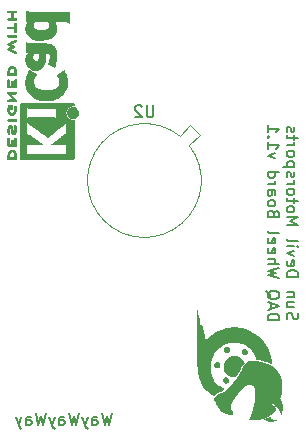
<source format=gbr>
G04 #@! TF.GenerationSoftware,KiCad,Pcbnew,7.0.8*
G04 #@! TF.CreationDate,2024-01-22T10:42:46-07:00*
G04 #@! TF.ProjectId,sdm24wheel,73646d32-3477-4686-9565-6c2e6b696361,v1.1*
G04 #@! TF.SameCoordinates,Original*
G04 #@! TF.FileFunction,Legend,Bot*
G04 #@! TF.FilePolarity,Positive*
%FSLAX46Y46*%
G04 Gerber Fmt 4.6, Leading zero omitted, Abs format (unit mm)*
G04 Created by KiCad (PCBNEW 7.0.8) date 2024-01-22 10:42:46*
%MOMM*%
%LPD*%
G01*
G04 APERTURE LIST*
G04 Aperture macros list*
%AMRoundRect*
0 Rectangle with rounded corners*
0 $1 Rounding radius*
0 $2 $3 $4 $5 $6 $7 $8 $9 X,Y pos of 4 corners*
0 Add a 4 corners polygon primitive as box body*
4,1,4,$2,$3,$4,$5,$6,$7,$8,$9,$2,$3,0*
0 Add four circle primitives for the rounded corners*
1,1,$1+$1,$2,$3*
1,1,$1+$1,$4,$5*
1,1,$1+$1,$6,$7*
1,1,$1+$1,$8,$9*
0 Add four rect primitives between the rounded corners*
20,1,$1+$1,$2,$3,$4,$5,0*
20,1,$1+$1,$4,$5,$6,$7,0*
20,1,$1+$1,$6,$7,$8,$9,0*
20,1,$1+$1,$8,$9,$2,$3,0*%
G04 Aperture macros list end*
%ADD10C,0.150000*%
%ADD11C,0.010000*%
%ADD12C,0.120000*%
%ADD13C,0.990600*%
%ADD14C,1.524000*%
%ADD15C,3.200000*%
%ADD16O,1.200000X1.900000*%
%ADD17C,1.450000*%
%ADD18R,1.700000X1.700000*%
%ADD19O,1.700000X1.700000*%
%ADD20RoundRect,0.250000X0.725000X-0.600000X0.725000X0.600000X-0.725000X0.600000X-0.725000X-0.600000X0*%
%ADD21O,1.950000X1.700000*%
%ADD22O,1.600000X1.200000*%
%ADD23O,1.200000X1.200000*%
G04 APERTURE END LIST*
D10*
X165258458Y-113169819D02*
X165020363Y-114169819D01*
X165020363Y-114169819D02*
X164829887Y-113455533D01*
X164829887Y-113455533D02*
X164639411Y-114169819D01*
X164639411Y-114169819D02*
X164401316Y-113169819D01*
X163591792Y-114169819D02*
X163591792Y-113646009D01*
X163591792Y-113646009D02*
X163639411Y-113550771D01*
X163639411Y-113550771D02*
X163734649Y-113503152D01*
X163734649Y-113503152D02*
X163925125Y-113503152D01*
X163925125Y-113503152D02*
X164020363Y-113550771D01*
X163591792Y-114122200D02*
X163687030Y-114169819D01*
X163687030Y-114169819D02*
X163925125Y-114169819D01*
X163925125Y-114169819D02*
X164020363Y-114122200D01*
X164020363Y-114122200D02*
X164067982Y-114026961D01*
X164067982Y-114026961D02*
X164067982Y-113931723D01*
X164067982Y-113931723D02*
X164020363Y-113836485D01*
X164020363Y-113836485D02*
X163925125Y-113788866D01*
X163925125Y-113788866D02*
X163687030Y-113788866D01*
X163687030Y-113788866D02*
X163591792Y-113741247D01*
X163210839Y-113503152D02*
X162972744Y-114169819D01*
X162734649Y-113503152D02*
X162972744Y-114169819D01*
X162972744Y-114169819D02*
X163067982Y-114407914D01*
X163067982Y-114407914D02*
X163115601Y-114455533D01*
X163115601Y-114455533D02*
X163210839Y-114503152D01*
X162448934Y-113169819D02*
X162210839Y-114169819D01*
X162210839Y-114169819D02*
X162020363Y-113455533D01*
X162020363Y-113455533D02*
X161829887Y-114169819D01*
X161829887Y-114169819D02*
X161591792Y-113169819D01*
X160782268Y-114169819D02*
X160782268Y-113646009D01*
X160782268Y-113646009D02*
X160829887Y-113550771D01*
X160829887Y-113550771D02*
X160925125Y-113503152D01*
X160925125Y-113503152D02*
X161115601Y-113503152D01*
X161115601Y-113503152D02*
X161210839Y-113550771D01*
X160782268Y-114122200D02*
X160877506Y-114169819D01*
X160877506Y-114169819D02*
X161115601Y-114169819D01*
X161115601Y-114169819D02*
X161210839Y-114122200D01*
X161210839Y-114122200D02*
X161258458Y-114026961D01*
X161258458Y-114026961D02*
X161258458Y-113931723D01*
X161258458Y-113931723D02*
X161210839Y-113836485D01*
X161210839Y-113836485D02*
X161115601Y-113788866D01*
X161115601Y-113788866D02*
X160877506Y-113788866D01*
X160877506Y-113788866D02*
X160782268Y-113741247D01*
X160401315Y-113503152D02*
X160163220Y-114169819D01*
X159925125Y-113503152D02*
X160163220Y-114169819D01*
X160163220Y-114169819D02*
X160258458Y-114407914D01*
X160258458Y-114407914D02*
X160306077Y-114455533D01*
X160306077Y-114455533D02*
X160401315Y-114503152D01*
X159639410Y-113169819D02*
X159401315Y-114169819D01*
X159401315Y-114169819D02*
X159210839Y-113455533D01*
X159210839Y-113455533D02*
X159020363Y-114169819D01*
X159020363Y-114169819D02*
X158782268Y-113169819D01*
X157972744Y-114169819D02*
X157972744Y-113646009D01*
X157972744Y-113646009D02*
X158020363Y-113550771D01*
X158020363Y-113550771D02*
X158115601Y-113503152D01*
X158115601Y-113503152D02*
X158306077Y-113503152D01*
X158306077Y-113503152D02*
X158401315Y-113550771D01*
X157972744Y-114122200D02*
X158067982Y-114169819D01*
X158067982Y-114169819D02*
X158306077Y-114169819D01*
X158306077Y-114169819D02*
X158401315Y-114122200D01*
X158401315Y-114122200D02*
X158448934Y-114026961D01*
X158448934Y-114026961D02*
X158448934Y-113931723D01*
X158448934Y-113931723D02*
X158401315Y-113836485D01*
X158401315Y-113836485D02*
X158306077Y-113788866D01*
X158306077Y-113788866D02*
X158067982Y-113788866D01*
X158067982Y-113788866D02*
X157972744Y-113741247D01*
X157591791Y-113503152D02*
X157353696Y-114169819D01*
X157115601Y-113503152D02*
X157353696Y-114169819D01*
X157353696Y-114169819D02*
X157448934Y-114407914D01*
X157448934Y-114407914D02*
X157496553Y-114455533D01*
X157496553Y-114455533D02*
X157591791Y-114503152D01*
X180087800Y-105242858D02*
X180040180Y-105100001D01*
X180040180Y-105100001D02*
X180040180Y-104861906D01*
X180040180Y-104861906D02*
X180087800Y-104766668D01*
X180087800Y-104766668D02*
X180135419Y-104719049D01*
X180135419Y-104719049D02*
X180230657Y-104671430D01*
X180230657Y-104671430D02*
X180325895Y-104671430D01*
X180325895Y-104671430D02*
X180421133Y-104719049D01*
X180421133Y-104719049D02*
X180468752Y-104766668D01*
X180468752Y-104766668D02*
X180516371Y-104861906D01*
X180516371Y-104861906D02*
X180563990Y-105052382D01*
X180563990Y-105052382D02*
X180611609Y-105147620D01*
X180611609Y-105147620D02*
X180659228Y-105195239D01*
X180659228Y-105195239D02*
X180754466Y-105242858D01*
X180754466Y-105242858D02*
X180849704Y-105242858D01*
X180849704Y-105242858D02*
X180944942Y-105195239D01*
X180944942Y-105195239D02*
X180992561Y-105147620D01*
X180992561Y-105147620D02*
X181040180Y-105052382D01*
X181040180Y-105052382D02*
X181040180Y-104814287D01*
X181040180Y-104814287D02*
X180992561Y-104671430D01*
X180706847Y-103814287D02*
X180040180Y-103814287D01*
X180706847Y-104242858D02*
X180183038Y-104242858D01*
X180183038Y-104242858D02*
X180087800Y-104195239D01*
X180087800Y-104195239D02*
X180040180Y-104100001D01*
X180040180Y-104100001D02*
X180040180Y-103957144D01*
X180040180Y-103957144D02*
X180087800Y-103861906D01*
X180087800Y-103861906D02*
X180135419Y-103814287D01*
X180706847Y-103338096D02*
X180040180Y-103338096D01*
X180611609Y-103338096D02*
X180659228Y-103290477D01*
X180659228Y-103290477D02*
X180706847Y-103195239D01*
X180706847Y-103195239D02*
X180706847Y-103052382D01*
X180706847Y-103052382D02*
X180659228Y-102957144D01*
X180659228Y-102957144D02*
X180563990Y-102909525D01*
X180563990Y-102909525D02*
X180040180Y-102909525D01*
X180040180Y-101671429D02*
X181040180Y-101671429D01*
X181040180Y-101671429D02*
X181040180Y-101433334D01*
X181040180Y-101433334D02*
X180992561Y-101290477D01*
X180992561Y-101290477D02*
X180897323Y-101195239D01*
X180897323Y-101195239D02*
X180802085Y-101147620D01*
X180802085Y-101147620D02*
X180611609Y-101100001D01*
X180611609Y-101100001D02*
X180468752Y-101100001D01*
X180468752Y-101100001D02*
X180278276Y-101147620D01*
X180278276Y-101147620D02*
X180183038Y-101195239D01*
X180183038Y-101195239D02*
X180087800Y-101290477D01*
X180087800Y-101290477D02*
X180040180Y-101433334D01*
X180040180Y-101433334D02*
X180040180Y-101671429D01*
X180087800Y-100290477D02*
X180040180Y-100385715D01*
X180040180Y-100385715D02*
X180040180Y-100576191D01*
X180040180Y-100576191D02*
X180087800Y-100671429D01*
X180087800Y-100671429D02*
X180183038Y-100719048D01*
X180183038Y-100719048D02*
X180563990Y-100719048D01*
X180563990Y-100719048D02*
X180659228Y-100671429D01*
X180659228Y-100671429D02*
X180706847Y-100576191D01*
X180706847Y-100576191D02*
X180706847Y-100385715D01*
X180706847Y-100385715D02*
X180659228Y-100290477D01*
X180659228Y-100290477D02*
X180563990Y-100242858D01*
X180563990Y-100242858D02*
X180468752Y-100242858D01*
X180468752Y-100242858D02*
X180373514Y-100719048D01*
X180706847Y-99909524D02*
X180040180Y-99671429D01*
X180040180Y-99671429D02*
X180706847Y-99433334D01*
X180040180Y-99052381D02*
X180706847Y-99052381D01*
X181040180Y-99052381D02*
X180992561Y-99100000D01*
X180992561Y-99100000D02*
X180944942Y-99052381D01*
X180944942Y-99052381D02*
X180992561Y-99004762D01*
X180992561Y-99004762D02*
X181040180Y-99052381D01*
X181040180Y-99052381D02*
X180944942Y-99052381D01*
X180040180Y-98433334D02*
X180087800Y-98528572D01*
X180087800Y-98528572D02*
X180183038Y-98576191D01*
X180183038Y-98576191D02*
X181040180Y-98576191D01*
X180040180Y-97290476D02*
X181040180Y-97290476D01*
X181040180Y-97290476D02*
X180325895Y-96957143D01*
X180325895Y-96957143D02*
X181040180Y-96623810D01*
X181040180Y-96623810D02*
X180040180Y-96623810D01*
X180040180Y-96004762D02*
X180087800Y-96100000D01*
X180087800Y-96100000D02*
X180135419Y-96147619D01*
X180135419Y-96147619D02*
X180230657Y-96195238D01*
X180230657Y-96195238D02*
X180516371Y-96195238D01*
X180516371Y-96195238D02*
X180611609Y-96147619D01*
X180611609Y-96147619D02*
X180659228Y-96100000D01*
X180659228Y-96100000D02*
X180706847Y-96004762D01*
X180706847Y-96004762D02*
X180706847Y-95861905D01*
X180706847Y-95861905D02*
X180659228Y-95766667D01*
X180659228Y-95766667D02*
X180611609Y-95719048D01*
X180611609Y-95719048D02*
X180516371Y-95671429D01*
X180516371Y-95671429D02*
X180230657Y-95671429D01*
X180230657Y-95671429D02*
X180135419Y-95719048D01*
X180135419Y-95719048D02*
X180087800Y-95766667D01*
X180087800Y-95766667D02*
X180040180Y-95861905D01*
X180040180Y-95861905D02*
X180040180Y-96004762D01*
X180706847Y-95385714D02*
X180706847Y-95004762D01*
X181040180Y-95242857D02*
X180183038Y-95242857D01*
X180183038Y-95242857D02*
X180087800Y-95195238D01*
X180087800Y-95195238D02*
X180040180Y-95100000D01*
X180040180Y-95100000D02*
X180040180Y-95004762D01*
X180040180Y-94528571D02*
X180087800Y-94623809D01*
X180087800Y-94623809D02*
X180135419Y-94671428D01*
X180135419Y-94671428D02*
X180230657Y-94719047D01*
X180230657Y-94719047D02*
X180516371Y-94719047D01*
X180516371Y-94719047D02*
X180611609Y-94671428D01*
X180611609Y-94671428D02*
X180659228Y-94623809D01*
X180659228Y-94623809D02*
X180706847Y-94528571D01*
X180706847Y-94528571D02*
X180706847Y-94385714D01*
X180706847Y-94385714D02*
X180659228Y-94290476D01*
X180659228Y-94290476D02*
X180611609Y-94242857D01*
X180611609Y-94242857D02*
X180516371Y-94195238D01*
X180516371Y-94195238D02*
X180230657Y-94195238D01*
X180230657Y-94195238D02*
X180135419Y-94242857D01*
X180135419Y-94242857D02*
X180087800Y-94290476D01*
X180087800Y-94290476D02*
X180040180Y-94385714D01*
X180040180Y-94385714D02*
X180040180Y-94528571D01*
X180040180Y-93766666D02*
X180706847Y-93766666D01*
X180516371Y-93766666D02*
X180611609Y-93719047D01*
X180611609Y-93719047D02*
X180659228Y-93671428D01*
X180659228Y-93671428D02*
X180706847Y-93576190D01*
X180706847Y-93576190D02*
X180706847Y-93480952D01*
X180087800Y-93195237D02*
X180040180Y-93099999D01*
X180040180Y-93099999D02*
X180040180Y-92909523D01*
X180040180Y-92909523D02*
X180087800Y-92814285D01*
X180087800Y-92814285D02*
X180183038Y-92766666D01*
X180183038Y-92766666D02*
X180230657Y-92766666D01*
X180230657Y-92766666D02*
X180325895Y-92814285D01*
X180325895Y-92814285D02*
X180373514Y-92909523D01*
X180373514Y-92909523D02*
X180373514Y-93052380D01*
X180373514Y-93052380D02*
X180421133Y-93147618D01*
X180421133Y-93147618D02*
X180516371Y-93195237D01*
X180516371Y-93195237D02*
X180563990Y-93195237D01*
X180563990Y-93195237D02*
X180659228Y-93147618D01*
X180659228Y-93147618D02*
X180706847Y-93052380D01*
X180706847Y-93052380D02*
X180706847Y-92909523D01*
X180706847Y-92909523D02*
X180659228Y-92814285D01*
X180706847Y-92338094D02*
X179706847Y-92338094D01*
X180659228Y-92338094D02*
X180706847Y-92242856D01*
X180706847Y-92242856D02*
X180706847Y-92052380D01*
X180706847Y-92052380D02*
X180659228Y-91957142D01*
X180659228Y-91957142D02*
X180611609Y-91909523D01*
X180611609Y-91909523D02*
X180516371Y-91861904D01*
X180516371Y-91861904D02*
X180230657Y-91861904D01*
X180230657Y-91861904D02*
X180135419Y-91909523D01*
X180135419Y-91909523D02*
X180087800Y-91957142D01*
X180087800Y-91957142D02*
X180040180Y-92052380D01*
X180040180Y-92052380D02*
X180040180Y-92242856D01*
X180040180Y-92242856D02*
X180087800Y-92338094D01*
X180040180Y-91290475D02*
X180087800Y-91385713D01*
X180087800Y-91385713D02*
X180135419Y-91433332D01*
X180135419Y-91433332D02*
X180230657Y-91480951D01*
X180230657Y-91480951D02*
X180516371Y-91480951D01*
X180516371Y-91480951D02*
X180611609Y-91433332D01*
X180611609Y-91433332D02*
X180659228Y-91385713D01*
X180659228Y-91385713D02*
X180706847Y-91290475D01*
X180706847Y-91290475D02*
X180706847Y-91147618D01*
X180706847Y-91147618D02*
X180659228Y-91052380D01*
X180659228Y-91052380D02*
X180611609Y-91004761D01*
X180611609Y-91004761D02*
X180516371Y-90957142D01*
X180516371Y-90957142D02*
X180230657Y-90957142D01*
X180230657Y-90957142D02*
X180135419Y-91004761D01*
X180135419Y-91004761D02*
X180087800Y-91052380D01*
X180087800Y-91052380D02*
X180040180Y-91147618D01*
X180040180Y-91147618D02*
X180040180Y-91290475D01*
X180040180Y-90528570D02*
X180706847Y-90528570D01*
X180516371Y-90528570D02*
X180611609Y-90480951D01*
X180611609Y-90480951D02*
X180659228Y-90433332D01*
X180659228Y-90433332D02*
X180706847Y-90338094D01*
X180706847Y-90338094D02*
X180706847Y-90242856D01*
X180706847Y-90052379D02*
X180706847Y-89671427D01*
X181040180Y-89909522D02*
X180183038Y-89909522D01*
X180183038Y-89909522D02*
X180087800Y-89861903D01*
X180087800Y-89861903D02*
X180040180Y-89766665D01*
X180040180Y-89766665D02*
X180040180Y-89671427D01*
X180087800Y-89385712D02*
X180040180Y-89290474D01*
X180040180Y-89290474D02*
X180040180Y-89099998D01*
X180040180Y-89099998D02*
X180087800Y-89004760D01*
X180087800Y-89004760D02*
X180183038Y-88957141D01*
X180183038Y-88957141D02*
X180230657Y-88957141D01*
X180230657Y-88957141D02*
X180325895Y-89004760D01*
X180325895Y-89004760D02*
X180373514Y-89099998D01*
X180373514Y-89099998D02*
X180373514Y-89242855D01*
X180373514Y-89242855D02*
X180421133Y-89338093D01*
X180421133Y-89338093D02*
X180516371Y-89385712D01*
X180516371Y-89385712D02*
X180563990Y-89385712D01*
X180563990Y-89385712D02*
X180659228Y-89338093D01*
X180659228Y-89338093D02*
X180706847Y-89242855D01*
X180706847Y-89242855D02*
X180706847Y-89099998D01*
X180706847Y-89099998D02*
X180659228Y-89004760D01*
X178430180Y-105338095D02*
X179430180Y-105338095D01*
X179430180Y-105338095D02*
X179430180Y-105100000D01*
X179430180Y-105100000D02*
X179382561Y-104957143D01*
X179382561Y-104957143D02*
X179287323Y-104861905D01*
X179287323Y-104861905D02*
X179192085Y-104814286D01*
X179192085Y-104814286D02*
X179001609Y-104766667D01*
X179001609Y-104766667D02*
X178858752Y-104766667D01*
X178858752Y-104766667D02*
X178668276Y-104814286D01*
X178668276Y-104814286D02*
X178573038Y-104861905D01*
X178573038Y-104861905D02*
X178477800Y-104957143D01*
X178477800Y-104957143D02*
X178430180Y-105100000D01*
X178430180Y-105100000D02*
X178430180Y-105338095D01*
X178715895Y-104385714D02*
X178715895Y-103909524D01*
X178430180Y-104480952D02*
X179430180Y-104147619D01*
X179430180Y-104147619D02*
X178430180Y-103814286D01*
X178334942Y-102814286D02*
X178382561Y-102909524D01*
X178382561Y-102909524D02*
X178477800Y-103004762D01*
X178477800Y-103004762D02*
X178620657Y-103147619D01*
X178620657Y-103147619D02*
X178668276Y-103242857D01*
X178668276Y-103242857D02*
X178668276Y-103338095D01*
X178430180Y-103290476D02*
X178477800Y-103385714D01*
X178477800Y-103385714D02*
X178573038Y-103480952D01*
X178573038Y-103480952D02*
X178763514Y-103528571D01*
X178763514Y-103528571D02*
X179096847Y-103528571D01*
X179096847Y-103528571D02*
X179287323Y-103480952D01*
X179287323Y-103480952D02*
X179382561Y-103385714D01*
X179382561Y-103385714D02*
X179430180Y-103290476D01*
X179430180Y-103290476D02*
X179430180Y-103100000D01*
X179430180Y-103100000D02*
X179382561Y-103004762D01*
X179382561Y-103004762D02*
X179287323Y-102909524D01*
X179287323Y-102909524D02*
X179096847Y-102861905D01*
X179096847Y-102861905D02*
X178763514Y-102861905D01*
X178763514Y-102861905D02*
X178573038Y-102909524D01*
X178573038Y-102909524D02*
X178477800Y-103004762D01*
X178477800Y-103004762D02*
X178430180Y-103100000D01*
X178430180Y-103100000D02*
X178430180Y-103290476D01*
X179430180Y-101766666D02*
X178430180Y-101528571D01*
X178430180Y-101528571D02*
X179144466Y-101338095D01*
X179144466Y-101338095D02*
X178430180Y-101147619D01*
X178430180Y-101147619D02*
X179430180Y-100909524D01*
X178430180Y-100528571D02*
X179430180Y-100528571D01*
X178430180Y-100100000D02*
X178953990Y-100100000D01*
X178953990Y-100100000D02*
X179049228Y-100147619D01*
X179049228Y-100147619D02*
X179096847Y-100242857D01*
X179096847Y-100242857D02*
X179096847Y-100385714D01*
X179096847Y-100385714D02*
X179049228Y-100480952D01*
X179049228Y-100480952D02*
X179001609Y-100528571D01*
X178477800Y-99242857D02*
X178430180Y-99338095D01*
X178430180Y-99338095D02*
X178430180Y-99528571D01*
X178430180Y-99528571D02*
X178477800Y-99623809D01*
X178477800Y-99623809D02*
X178573038Y-99671428D01*
X178573038Y-99671428D02*
X178953990Y-99671428D01*
X178953990Y-99671428D02*
X179049228Y-99623809D01*
X179049228Y-99623809D02*
X179096847Y-99528571D01*
X179096847Y-99528571D02*
X179096847Y-99338095D01*
X179096847Y-99338095D02*
X179049228Y-99242857D01*
X179049228Y-99242857D02*
X178953990Y-99195238D01*
X178953990Y-99195238D02*
X178858752Y-99195238D01*
X178858752Y-99195238D02*
X178763514Y-99671428D01*
X178477800Y-98385714D02*
X178430180Y-98480952D01*
X178430180Y-98480952D02*
X178430180Y-98671428D01*
X178430180Y-98671428D02*
X178477800Y-98766666D01*
X178477800Y-98766666D02*
X178573038Y-98814285D01*
X178573038Y-98814285D02*
X178953990Y-98814285D01*
X178953990Y-98814285D02*
X179049228Y-98766666D01*
X179049228Y-98766666D02*
X179096847Y-98671428D01*
X179096847Y-98671428D02*
X179096847Y-98480952D01*
X179096847Y-98480952D02*
X179049228Y-98385714D01*
X179049228Y-98385714D02*
X178953990Y-98338095D01*
X178953990Y-98338095D02*
X178858752Y-98338095D01*
X178858752Y-98338095D02*
X178763514Y-98814285D01*
X178430180Y-97766666D02*
X178477800Y-97861904D01*
X178477800Y-97861904D02*
X178573038Y-97909523D01*
X178573038Y-97909523D02*
X179430180Y-97909523D01*
X178953990Y-96290475D02*
X178906371Y-96147618D01*
X178906371Y-96147618D02*
X178858752Y-96099999D01*
X178858752Y-96099999D02*
X178763514Y-96052380D01*
X178763514Y-96052380D02*
X178620657Y-96052380D01*
X178620657Y-96052380D02*
X178525419Y-96099999D01*
X178525419Y-96099999D02*
X178477800Y-96147618D01*
X178477800Y-96147618D02*
X178430180Y-96242856D01*
X178430180Y-96242856D02*
X178430180Y-96623808D01*
X178430180Y-96623808D02*
X179430180Y-96623808D01*
X179430180Y-96623808D02*
X179430180Y-96290475D01*
X179430180Y-96290475D02*
X179382561Y-96195237D01*
X179382561Y-96195237D02*
X179334942Y-96147618D01*
X179334942Y-96147618D02*
X179239704Y-96099999D01*
X179239704Y-96099999D02*
X179144466Y-96099999D01*
X179144466Y-96099999D02*
X179049228Y-96147618D01*
X179049228Y-96147618D02*
X179001609Y-96195237D01*
X179001609Y-96195237D02*
X178953990Y-96290475D01*
X178953990Y-96290475D02*
X178953990Y-96623808D01*
X178430180Y-95480951D02*
X178477800Y-95576189D01*
X178477800Y-95576189D02*
X178525419Y-95623808D01*
X178525419Y-95623808D02*
X178620657Y-95671427D01*
X178620657Y-95671427D02*
X178906371Y-95671427D01*
X178906371Y-95671427D02*
X179001609Y-95623808D01*
X179001609Y-95623808D02*
X179049228Y-95576189D01*
X179049228Y-95576189D02*
X179096847Y-95480951D01*
X179096847Y-95480951D02*
X179096847Y-95338094D01*
X179096847Y-95338094D02*
X179049228Y-95242856D01*
X179049228Y-95242856D02*
X179001609Y-95195237D01*
X179001609Y-95195237D02*
X178906371Y-95147618D01*
X178906371Y-95147618D02*
X178620657Y-95147618D01*
X178620657Y-95147618D02*
X178525419Y-95195237D01*
X178525419Y-95195237D02*
X178477800Y-95242856D01*
X178477800Y-95242856D02*
X178430180Y-95338094D01*
X178430180Y-95338094D02*
X178430180Y-95480951D01*
X178430180Y-94290475D02*
X178953990Y-94290475D01*
X178953990Y-94290475D02*
X179049228Y-94338094D01*
X179049228Y-94338094D02*
X179096847Y-94433332D01*
X179096847Y-94433332D02*
X179096847Y-94623808D01*
X179096847Y-94623808D02*
X179049228Y-94719046D01*
X178477800Y-94290475D02*
X178430180Y-94385713D01*
X178430180Y-94385713D02*
X178430180Y-94623808D01*
X178430180Y-94623808D02*
X178477800Y-94719046D01*
X178477800Y-94719046D02*
X178573038Y-94766665D01*
X178573038Y-94766665D02*
X178668276Y-94766665D01*
X178668276Y-94766665D02*
X178763514Y-94719046D01*
X178763514Y-94719046D02*
X178811133Y-94623808D01*
X178811133Y-94623808D02*
X178811133Y-94385713D01*
X178811133Y-94385713D02*
X178858752Y-94290475D01*
X178430180Y-93814284D02*
X179096847Y-93814284D01*
X178906371Y-93814284D02*
X179001609Y-93766665D01*
X179001609Y-93766665D02*
X179049228Y-93719046D01*
X179049228Y-93719046D02*
X179096847Y-93623808D01*
X179096847Y-93623808D02*
X179096847Y-93528570D01*
X178430180Y-92766665D02*
X179430180Y-92766665D01*
X178477800Y-92766665D02*
X178430180Y-92861903D01*
X178430180Y-92861903D02*
X178430180Y-93052379D01*
X178430180Y-93052379D02*
X178477800Y-93147617D01*
X178477800Y-93147617D02*
X178525419Y-93195236D01*
X178525419Y-93195236D02*
X178620657Y-93242855D01*
X178620657Y-93242855D02*
X178906371Y-93242855D01*
X178906371Y-93242855D02*
X179001609Y-93195236D01*
X179001609Y-93195236D02*
X179049228Y-93147617D01*
X179049228Y-93147617D02*
X179096847Y-93052379D01*
X179096847Y-93052379D02*
X179096847Y-92861903D01*
X179096847Y-92861903D02*
X179049228Y-92766665D01*
X179096847Y-91623807D02*
X178430180Y-91385712D01*
X178430180Y-91385712D02*
X179096847Y-91147617D01*
X178430180Y-90242855D02*
X178430180Y-90814283D01*
X178430180Y-90528569D02*
X179430180Y-90528569D01*
X179430180Y-90528569D02*
X179287323Y-90623807D01*
X179287323Y-90623807D02*
X179192085Y-90719045D01*
X179192085Y-90719045D02*
X179144466Y-90814283D01*
X178525419Y-89814283D02*
X178477800Y-89766664D01*
X178477800Y-89766664D02*
X178430180Y-89814283D01*
X178430180Y-89814283D02*
X178477800Y-89861902D01*
X178477800Y-89861902D02*
X178525419Y-89814283D01*
X178525419Y-89814283D02*
X178430180Y-89814283D01*
X178430180Y-88814284D02*
X178430180Y-89385712D01*
X178430180Y-89099998D02*
X179430180Y-89099998D01*
X179430180Y-89099998D02*
X179287323Y-89195236D01*
X179287323Y-89195236D02*
X179192085Y-89290474D01*
X179192085Y-89290474D02*
X179144466Y-89385712D01*
X168761904Y-87134819D02*
X168761904Y-87944342D01*
X168761904Y-87944342D02*
X168714285Y-88039580D01*
X168714285Y-88039580D02*
X168666666Y-88087200D01*
X168666666Y-88087200D02*
X168571428Y-88134819D01*
X168571428Y-88134819D02*
X168380952Y-88134819D01*
X168380952Y-88134819D02*
X168285714Y-88087200D01*
X168285714Y-88087200D02*
X168238095Y-88039580D01*
X168238095Y-88039580D02*
X168190476Y-87944342D01*
X168190476Y-87944342D02*
X168190476Y-87134819D01*
X167761904Y-87230057D02*
X167714285Y-87182438D01*
X167714285Y-87182438D02*
X167619047Y-87134819D01*
X167619047Y-87134819D02*
X167380952Y-87134819D01*
X167380952Y-87134819D02*
X167285714Y-87182438D01*
X167285714Y-87182438D02*
X167238095Y-87230057D01*
X167238095Y-87230057D02*
X167190476Y-87325295D01*
X167190476Y-87325295D02*
X167190476Y-87420533D01*
X167190476Y-87420533D02*
X167238095Y-87563390D01*
X167238095Y-87563390D02*
X167809523Y-88134819D01*
X167809523Y-88134819D02*
X167190476Y-88134819D01*
G36*
X174166723Y-108875385D02*
G01*
X174223897Y-108881183D01*
X174274218Y-108896943D01*
X174319033Y-108923243D01*
X174359690Y-108960662D01*
X174374885Y-108978982D01*
X174403391Y-109025682D01*
X174421272Y-109075334D01*
X174428960Y-109126439D01*
X174426886Y-109177501D01*
X174415481Y-109227022D01*
X174395175Y-109273504D01*
X174366399Y-109315450D01*
X174329584Y-109351362D01*
X174285161Y-109379743D01*
X174233561Y-109399094D01*
X174182990Y-109407507D01*
X174126390Y-109406015D01*
X174072000Y-109393317D01*
X174021644Y-109369861D01*
X173977151Y-109336096D01*
X173950230Y-109305338D01*
X173925749Y-109266657D01*
X173907398Y-109225680D01*
X173897491Y-109186742D01*
X173894997Y-109160834D01*
X173897348Y-109101964D01*
X173911192Y-109047386D01*
X173936335Y-108997707D01*
X173972582Y-108953531D01*
X174014602Y-108918008D01*
X174058677Y-108893561D01*
X174106704Y-108879660D01*
X174161028Y-108875332D01*
X174166723Y-108875385D01*
G37*
G36*
X176529170Y-107755457D02*
G01*
X176582787Y-107768082D01*
X176631467Y-107791169D01*
X176674010Y-107823394D01*
X176709216Y-107863435D01*
X176735886Y-107909967D01*
X176752819Y-107961669D01*
X176758816Y-108017217D01*
X176754642Y-108071850D01*
X176740728Y-108121683D01*
X176716165Y-108167050D01*
X176680054Y-108210155D01*
X176659333Y-108229012D01*
X176613510Y-108258992D01*
X176563494Y-108278445D01*
X176511039Y-108287340D01*
X176457897Y-108285646D01*
X176405822Y-108273332D01*
X176356565Y-108250365D01*
X176311881Y-108216716D01*
X176301748Y-108206993D01*
X176274184Y-108175877D01*
X176253968Y-108143240D01*
X176237878Y-108104186D01*
X176230292Y-108073989D01*
X176225670Y-108032845D01*
X176225984Y-107991302D01*
X176231484Y-107955189D01*
X176247975Y-107908906D01*
X176276372Y-107861004D01*
X176313328Y-107820761D01*
X176357535Y-107789085D01*
X176407687Y-107766883D01*
X176462475Y-107755063D01*
X176520593Y-107754531D01*
X176529170Y-107755457D01*
G37*
G36*
X175031058Y-107567856D02*
G01*
X175082677Y-107579570D01*
X175131282Y-107601546D01*
X175175135Y-107632874D01*
X175212502Y-107672639D01*
X175241645Y-107719930D01*
X175242452Y-107721608D01*
X175252824Y-107744054D01*
X175259332Y-107761843D01*
X175262871Y-107779263D01*
X175264335Y-107800606D01*
X175264618Y-107830158D01*
X175263013Y-107866118D01*
X175252643Y-107921818D01*
X175232325Y-107970471D01*
X175201686Y-108012866D01*
X175160350Y-108049796D01*
X175159925Y-108050108D01*
X175111500Y-108078547D01*
X175060532Y-108095793D01*
X175008502Y-108102388D01*
X174956892Y-108098874D01*
X174907183Y-108085791D01*
X174860856Y-108063682D01*
X174819393Y-108033086D01*
X174784273Y-107994547D01*
X174756980Y-107948604D01*
X174738993Y-107895799D01*
X174734926Y-107870665D01*
X174734095Y-107822910D01*
X174740638Y-107773752D01*
X174754093Y-107728321D01*
X174763485Y-107707738D01*
X174782063Y-107678709D01*
X174808465Y-107648868D01*
X174820289Y-107637406D01*
X174860540Y-107606366D01*
X174905043Y-107584636D01*
X174957241Y-107570397D01*
X174978160Y-107567319D01*
X175031058Y-107567856D01*
G37*
G36*
X174940506Y-110162016D02*
G01*
X174969711Y-110162503D01*
X174990872Y-110163925D01*
X175007092Y-110166733D01*
X175021474Y-110171374D01*
X175037122Y-110178299D01*
X175061376Y-110191282D01*
X175105824Y-110224524D01*
X175141321Y-110264628D01*
X175167585Y-110310053D01*
X175184335Y-110359261D01*
X175191291Y-110410710D01*
X175188172Y-110462862D01*
X175174696Y-110514176D01*
X175150584Y-110563113D01*
X175115552Y-110608133D01*
X175114074Y-110609672D01*
X175070219Y-110646525D01*
X175021379Y-110672350D01*
X174968806Y-110686935D01*
X174913754Y-110690069D01*
X174857475Y-110681541D01*
X174801221Y-110661140D01*
X174771581Y-110643665D01*
X174734274Y-110611381D01*
X174702047Y-110571724D01*
X174677169Y-110527611D01*
X174661905Y-110481956D01*
X174661538Y-110480101D01*
X174659292Y-110459750D01*
X174658318Y-110432905D01*
X174658827Y-110404862D01*
X174658866Y-110404094D01*
X174667791Y-110348638D01*
X174687935Y-110297113D01*
X174718242Y-110251126D01*
X174757657Y-110212286D01*
X174805124Y-110182197D01*
X174820599Y-110174772D01*
X174835542Y-110168724D01*
X174850204Y-110164963D01*
X174867780Y-110162946D01*
X174891468Y-110162133D01*
X174924462Y-110161982D01*
X174940506Y-110162016D01*
G37*
G36*
X178636836Y-113484284D02*
G01*
X178637179Y-113485262D01*
X178645857Y-113502132D01*
X178661074Y-113525198D01*
X178680832Y-113551870D01*
X178703135Y-113579558D01*
X178725984Y-113605672D01*
X178747383Y-113627622D01*
X178793398Y-113667135D01*
X178862628Y-113714066D01*
X178937273Y-113751979D01*
X179015366Y-113780063D01*
X179094941Y-113797508D01*
X179174031Y-113803503D01*
X179193206Y-113804231D01*
X179206602Y-113806238D01*
X179210442Y-113809077D01*
X179203980Y-113814195D01*
X179188059Y-113823220D01*
X179165437Y-113834556D01*
X179138697Y-113846964D01*
X179110422Y-113859207D01*
X179083194Y-113870048D01*
X179063087Y-113877230D01*
X178994446Y-113897198D01*
X178917718Y-113913513D01*
X178836003Y-113925479D01*
X178814018Y-113927939D01*
X178781924Y-113930969D01*
X178755336Y-113932244D01*
X178729845Y-113931765D01*
X178701043Y-113929536D01*
X178664522Y-113925558D01*
X178616789Y-113919190D01*
X178518153Y-113899807D01*
X178426785Y-113872357D01*
X178340465Y-113835969D01*
X178256975Y-113789771D01*
X178174095Y-113732892D01*
X178161215Y-113722974D01*
X178143980Y-113707912D01*
X178137021Y-113698030D01*
X178139970Y-113692621D01*
X178152463Y-113690975D01*
X178159019Y-113690445D01*
X178178909Y-113686883D01*
X178206231Y-113680616D01*
X178238077Y-113672410D01*
X178271539Y-113663030D01*
X178303710Y-113653242D01*
X178331682Y-113643810D01*
X178356886Y-113634088D01*
X178410949Y-113610088D01*
X178467912Y-113581292D01*
X178523450Y-113549948D01*
X178573239Y-113518303D01*
X178593074Y-113505123D01*
X178615881Y-113491296D01*
X178630789Y-113484179D01*
X178636836Y-113484284D01*
G37*
G36*
X175639744Y-108330736D02*
G01*
X175732109Y-108339780D01*
X175823671Y-108356208D01*
X175911735Y-108379726D01*
X175993607Y-108410038D01*
X176008432Y-108416574D01*
X176087804Y-108456476D01*
X176159273Y-108500862D01*
X176181085Y-108517127D01*
X176216172Y-108546621D01*
X176253697Y-108581260D01*
X176291159Y-108618532D01*
X176326059Y-108655922D01*
X176355897Y-108690917D01*
X176378174Y-108721003D01*
X176386988Y-108734700D01*
X176409806Y-108772977D01*
X176431390Y-108812876D01*
X176450258Y-108851430D01*
X176464928Y-108885671D01*
X176473916Y-108912632D01*
X176482072Y-108944847D01*
X176406652Y-109039786D01*
X176363150Y-109094971D01*
X176321557Y-109149038D01*
X176286391Y-109196692D01*
X176256702Y-109239516D01*
X176231541Y-109279093D01*
X176209959Y-109317007D01*
X176191006Y-109354840D01*
X176173733Y-109394176D01*
X176157189Y-109436599D01*
X176140426Y-109483690D01*
X176132780Y-109504748D01*
X176117569Y-109543052D01*
X176100530Y-109582805D01*
X176084115Y-109618154D01*
X176066494Y-109652240D01*
X176038208Y-109702564D01*
X176004127Y-109759592D01*
X175965351Y-109821599D01*
X175922983Y-109886867D01*
X175878125Y-109953672D01*
X175831878Y-110020293D01*
X175785343Y-110085009D01*
X175782301Y-110089022D01*
X175774078Y-110097971D01*
X175764237Y-110104888D01*
X175751221Y-110110028D01*
X175733477Y-110113644D01*
X175709451Y-110115993D01*
X175677587Y-110117329D01*
X175636332Y-110117905D01*
X175584131Y-110117978D01*
X175536407Y-110117835D01*
X175498851Y-110117461D01*
X175469398Y-110116677D01*
X175445844Y-110115306D01*
X175425986Y-110113169D01*
X175407621Y-110110089D01*
X175388546Y-110105887D01*
X175366557Y-110100385D01*
X175331081Y-110090521D01*
X175232578Y-110054715D01*
X175140280Y-110008355D01*
X175054820Y-109951893D01*
X174976826Y-109885780D01*
X174906930Y-109810471D01*
X174845761Y-109726416D01*
X174817926Y-109679431D01*
X174777617Y-109596131D01*
X174744702Y-109507664D01*
X174720443Y-109417617D01*
X174706102Y-109329578D01*
X174703183Y-109287083D01*
X174702323Y-109236378D01*
X174703524Y-109182786D01*
X174706628Y-109130133D01*
X174711477Y-109082248D01*
X174717913Y-109042957D01*
X174722547Y-109022421D01*
X174752086Y-108924430D01*
X174792470Y-108830947D01*
X174842874Y-108742807D01*
X174902473Y-108660847D01*
X174970440Y-108585902D01*
X175045950Y-108518807D01*
X175128179Y-108460397D01*
X175216299Y-108411508D01*
X175309487Y-108372976D01*
X175406916Y-108345636D01*
X175463385Y-108335988D01*
X175549271Y-108329374D01*
X175639744Y-108330736D01*
G37*
G36*
X176889479Y-108739786D02*
G01*
X176945358Y-108740585D01*
X177025140Y-108743699D01*
X177112536Y-108748939D01*
X177204960Y-108756061D01*
X177299828Y-108764823D01*
X177394553Y-108774981D01*
X177486552Y-108786293D01*
X177573239Y-108798515D01*
X177652028Y-108811407D01*
X177654045Y-108811765D01*
X177684584Y-108817193D01*
X177715685Y-108822725D01*
X177740912Y-108827216D01*
X177821063Y-108842544D01*
X177954678Y-108872488D01*
X178089282Y-108907819D01*
X178222952Y-108947874D01*
X178353762Y-108991988D01*
X178479789Y-109039500D01*
X178599108Y-109089744D01*
X178709795Y-109142059D01*
X178809925Y-109195779D01*
X178836783Y-109211406D01*
X178934200Y-109271616D01*
X179020971Y-109331647D01*
X179098466Y-109392828D01*
X179168054Y-109456483D01*
X179231106Y-109523942D01*
X179288990Y-109596529D01*
X179343075Y-109675573D01*
X179394732Y-109762400D01*
X179440091Y-109847630D01*
X179497362Y-109970175D01*
X179546158Y-110095039D01*
X179587016Y-110223974D01*
X179620470Y-110358732D01*
X179647060Y-110501066D01*
X179667319Y-110652728D01*
X179670905Y-110690486D01*
X179675487Y-110765201D01*
X179677916Y-110848413D01*
X179678247Y-110937701D01*
X179676536Y-111030638D01*
X179672839Y-111124802D01*
X179667211Y-111217768D01*
X179659709Y-111307112D01*
X179650387Y-111390409D01*
X179646940Y-111416012D01*
X179640094Y-111462345D01*
X179632019Y-111512786D01*
X179623009Y-111565840D01*
X179613354Y-111620010D01*
X179603348Y-111673800D01*
X179593282Y-111725716D01*
X179583450Y-111774262D01*
X179574143Y-111817941D01*
X179565654Y-111855259D01*
X179558275Y-111884719D01*
X179552298Y-111904827D01*
X179548017Y-111914086D01*
X179548006Y-111914097D01*
X179546273Y-111915931D01*
X179544384Y-111916034D01*
X179540904Y-111912725D01*
X179534401Y-111904324D01*
X179523441Y-111889152D01*
X179506589Y-111865526D01*
X179454821Y-111797127D01*
X179388598Y-111721112D01*
X179321397Y-111656425D01*
X179253784Y-111603654D01*
X179239784Y-111594169D01*
X179209689Y-111574831D01*
X179181734Y-111558176D01*
X179157943Y-111545329D01*
X179140341Y-111537411D01*
X179130953Y-111535545D01*
X179130734Y-111535681D01*
X179133597Y-111541048D01*
X179144297Y-111552679D01*
X179161258Y-111568973D01*
X179182903Y-111588328D01*
X179194036Y-111598112D01*
X179234400Y-111635305D01*
X179277380Y-111677157D01*
X179320532Y-111721135D01*
X179361409Y-111764709D01*
X179397567Y-111805348D01*
X179426559Y-111840520D01*
X179500402Y-111943440D01*
X179566963Y-112055190D01*
X179622041Y-112170652D01*
X179666063Y-112290631D01*
X179679737Y-112338129D01*
X179692364Y-112389887D01*
X179703238Y-112442409D01*
X179711767Y-112492554D01*
X179717357Y-112537179D01*
X179719415Y-112573144D01*
X179720032Y-112588315D01*
X179722348Y-112604682D01*
X179725775Y-112612585D01*
X179728186Y-112618547D01*
X179730240Y-112634401D01*
X179731495Y-112656823D01*
X179731951Y-112682641D01*
X179731606Y-112708679D01*
X179730462Y-112731763D01*
X179728519Y-112748718D01*
X179725775Y-112756371D01*
X179722863Y-112762718D01*
X179720450Y-112778402D01*
X179719524Y-112799458D01*
X179719115Y-112816277D01*
X179717014Y-112846377D01*
X179713727Y-112872544D01*
X179710387Y-112892186D01*
X179705422Y-112921637D01*
X179700650Y-112950168D01*
X179699625Y-112956177D01*
X179690650Y-113001870D01*
X179678665Y-113054541D01*
X179664713Y-113110022D01*
X179649834Y-113164142D01*
X179635070Y-113212733D01*
X179623623Y-113247217D01*
X179610723Y-113284257D01*
X179597950Y-113319323D01*
X179586061Y-113350435D01*
X179575816Y-113375613D01*
X179567971Y-113392877D01*
X179563285Y-113400248D01*
X179560688Y-113397836D01*
X179557227Y-113386033D01*
X179554266Y-113367388D01*
X179551995Y-113351288D01*
X179547280Y-113323538D01*
X179541174Y-113291109D01*
X179534433Y-113258166D01*
X179528348Y-113231080D01*
X179493931Y-113110881D01*
X179448818Y-112996907D01*
X179393176Y-112889449D01*
X179327169Y-112788798D01*
X179250964Y-112695244D01*
X179164725Y-112609078D01*
X179154076Y-112599620D01*
X179093892Y-112551000D01*
X179026873Y-112503810D01*
X178955484Y-112459419D01*
X178882189Y-112419197D01*
X178809453Y-112384514D01*
X178739740Y-112356739D01*
X178675517Y-112337242D01*
X178641466Y-112328532D01*
X178574631Y-112308833D01*
X178517821Y-112287923D01*
X178469330Y-112265130D01*
X178427455Y-112239787D01*
X178417925Y-112233412D01*
X178404535Y-112225112D01*
X178397760Y-112221864D01*
X178393571Y-112225178D01*
X178397262Y-112236037D01*
X178409208Y-112253558D01*
X178428888Y-112276822D01*
X178452067Y-112299815D01*
X178481528Y-112321834D01*
X178515981Y-112339899D01*
X178557929Y-112355287D01*
X178609876Y-112369279D01*
X178652659Y-112379638D01*
X178689811Y-112389253D01*
X178719038Y-112397759D01*
X178742602Y-112405874D01*
X178762766Y-112414316D01*
X178781793Y-112423803D01*
X178787160Y-112426691D01*
X178848803Y-112463459D01*
X178908058Y-112505139D01*
X178963784Y-112550504D01*
X179014844Y-112598328D01*
X179060098Y-112647384D01*
X179098407Y-112696445D01*
X179128631Y-112744284D01*
X179149631Y-112789674D01*
X179160269Y-112831389D01*
X179161709Y-112847535D01*
X179160341Y-112862898D01*
X179154620Y-112879286D01*
X179143395Y-112901478D01*
X179136694Y-112913425D01*
X179113042Y-112950064D01*
X179082427Y-112990556D01*
X179044089Y-113035814D01*
X178997269Y-113086750D01*
X178941207Y-113144277D01*
X178898924Y-113186149D01*
X178839828Y-113242329D01*
X178783944Y-113292097D01*
X178728650Y-113337580D01*
X178671325Y-113380901D01*
X178609347Y-113424189D01*
X178540095Y-113469568D01*
X178496591Y-113496660D01*
X178385108Y-113559290D01*
X178274460Y-113611280D01*
X178162539Y-113653562D01*
X178047237Y-113687065D01*
X178025728Y-113692306D01*
X177953573Y-113708344D01*
X177874620Y-113723921D01*
X177792623Y-113738401D01*
X177711331Y-113751145D01*
X177634496Y-113761516D01*
X177565869Y-113768877D01*
X177542511Y-113771125D01*
X177517956Y-113773811D01*
X177500228Y-113776104D01*
X177489443Y-113777282D01*
X177463549Y-113778760D01*
X177428856Y-113779774D01*
X177387628Y-113780341D01*
X177342132Y-113780477D01*
X177294633Y-113780199D01*
X177247396Y-113779524D01*
X177202687Y-113778468D01*
X177162771Y-113777049D01*
X177129914Y-113775284D01*
X177106381Y-113773188D01*
X177086090Y-113770536D01*
X177042161Y-113763965D01*
X177000237Y-113756654D01*
X176962049Y-113748993D01*
X176929332Y-113741370D01*
X176903817Y-113734176D01*
X176887237Y-113727798D01*
X176881325Y-113722627D01*
X176882601Y-113718380D01*
X176888200Y-113704534D01*
X176897231Y-113683865D01*
X176908574Y-113658992D01*
X176921060Y-113632065D01*
X176936846Y-113597732D01*
X176949545Y-113569505D01*
X176960518Y-113544226D01*
X176971127Y-113518733D01*
X176982734Y-113489866D01*
X176996701Y-113454465D01*
X176998812Y-113449086D01*
X177031119Y-113365502D01*
X177059245Y-113289994D01*
X177084275Y-113219516D01*
X177107293Y-113151017D01*
X177129385Y-113081450D01*
X177168894Y-112948684D01*
X177216129Y-112774466D01*
X177257889Y-112601520D01*
X177294078Y-112430699D01*
X177324596Y-112262855D01*
X177349348Y-112098841D01*
X177368235Y-111939510D01*
X177381160Y-111785714D01*
X177388025Y-111638306D01*
X177388732Y-111498139D01*
X177383183Y-111366065D01*
X177371282Y-111242936D01*
X177352929Y-111129606D01*
X177345913Y-111099095D01*
X177323259Y-111033349D01*
X177291860Y-110976205D01*
X177251501Y-110927471D01*
X177201965Y-110886956D01*
X177143038Y-110854469D01*
X177074503Y-110829816D01*
X176996144Y-110812808D01*
X176983567Y-110810944D01*
X176948161Y-110806761D01*
X176912948Y-110803854D01*
X176883971Y-110802765D01*
X176860209Y-110803347D01*
X176822008Y-110805894D01*
X176780707Y-110810079D01*
X176739427Y-110815482D01*
X176701286Y-110821682D01*
X176669401Y-110828257D01*
X176646893Y-110834786D01*
X176645788Y-110835210D01*
X176611621Y-110852042D01*
X176570423Y-110878647D01*
X176522549Y-110914731D01*
X176468353Y-110959997D01*
X176408190Y-111014150D01*
X176342413Y-111076895D01*
X176271378Y-111147937D01*
X176233646Y-111186842D01*
X176078492Y-111355599D01*
X175932353Y-111529567D01*
X175793395Y-111711009D01*
X175659784Y-111902188D01*
X175584071Y-112019866D01*
X175514511Y-112137528D01*
X175453633Y-112251210D01*
X175401744Y-112360266D01*
X175359149Y-112464050D01*
X175326156Y-112561917D01*
X175303072Y-112653220D01*
X175299246Y-112672749D01*
X175294956Y-112701918D01*
X175294195Y-112726664D01*
X175296974Y-112751892D01*
X175303300Y-112782503D01*
X175314346Y-112819189D01*
X175333796Y-112863376D01*
X175361283Y-112911603D01*
X175397468Y-112965016D01*
X175443012Y-113024760D01*
X175464286Y-113051622D01*
X175491456Y-113086884D01*
X175511847Y-113115170D01*
X175526288Y-113138012D01*
X175535614Y-113156944D01*
X175540655Y-113173498D01*
X175542245Y-113189207D01*
X175541216Y-113205603D01*
X175537030Y-113229253D01*
X175527687Y-113262460D01*
X175515186Y-113295474D01*
X175500857Y-113325266D01*
X175486031Y-113348804D01*
X175472040Y-113363058D01*
X175464010Y-113367487D01*
X175450741Y-113369739D01*
X175432118Y-113366205D01*
X175428538Y-113365259D01*
X175404208Y-113359368D01*
X175380026Y-113354175D01*
X175370690Y-113352325D01*
X175327648Y-113343399D01*
X175277679Y-113332526D01*
X175222912Y-113320212D01*
X175165475Y-113306964D01*
X175107495Y-113293287D01*
X175051102Y-113279688D01*
X174998423Y-113266673D01*
X174951588Y-113254749D01*
X174912724Y-113244420D01*
X174883959Y-113236194D01*
X174820183Y-113216130D01*
X174754908Y-113194016D01*
X174698164Y-113172974D01*
X174650879Y-113153370D01*
X174613980Y-113135569D01*
X174588396Y-113119937D01*
X174580995Y-113114177D01*
X174560684Y-113096658D01*
X174537383Y-113074906D01*
X174514802Y-113052331D01*
X174472558Y-113005645D01*
X174424428Y-112946145D01*
X174374552Y-112877932D01*
X174322585Y-112800474D01*
X174268184Y-112713238D01*
X174211008Y-112615690D01*
X174150712Y-112507298D01*
X174086954Y-112387530D01*
X174074736Y-112364685D01*
X174054536Y-112328204D01*
X174031299Y-112287296D01*
X174007026Y-112245469D01*
X173983714Y-112206235D01*
X173982655Y-112204479D01*
X173962059Y-112170161D01*
X173942944Y-112138056D01*
X173926561Y-112110283D01*
X173914161Y-112088962D01*
X173906994Y-112076212D01*
X173906036Y-112074381D01*
X173900191Y-112060399D01*
X173896768Y-112044270D01*
X173895290Y-112022555D01*
X173895278Y-111991816D01*
X173896216Y-111931167D01*
X174040305Y-111788934D01*
X174086706Y-111743478D01*
X174136678Y-111695677D01*
X174180270Y-111655648D01*
X174218593Y-111622576D01*
X174252759Y-111595642D01*
X174283882Y-111574028D01*
X174313071Y-111556919D01*
X174341441Y-111543496D01*
X174370103Y-111532941D01*
X174400168Y-111524439D01*
X174475369Y-111502107D01*
X174552245Y-111471706D01*
X174630205Y-111433107D01*
X174709879Y-111385876D01*
X174791898Y-111329580D01*
X174876892Y-111263786D01*
X174965492Y-111188061D01*
X175058326Y-111101973D01*
X175156027Y-111005087D01*
X175167676Y-110993152D01*
X175271750Y-110882745D01*
X175377836Y-110763417D01*
X175486314Y-110634696D01*
X175597563Y-110496113D01*
X175711962Y-110347197D01*
X175829888Y-110187476D01*
X175951722Y-110016481D01*
X175985305Y-109968315D01*
X176021405Y-109915531D01*
X176052211Y-109868775D01*
X176078937Y-109825834D01*
X176102798Y-109784495D01*
X176125009Y-109742543D01*
X176146782Y-109697763D01*
X176169333Y-109647943D01*
X176193875Y-109590869D01*
X176221622Y-109524325D01*
X176251805Y-109453219D01*
X176284652Y-109381016D01*
X176315978Y-109318212D01*
X176346525Y-109263325D01*
X176377039Y-109214874D01*
X176387911Y-109198947D01*
X176454139Y-109110253D01*
X176531271Y-109019426D01*
X176618354Y-108927535D01*
X176714436Y-108835651D01*
X176819488Y-108739757D01*
X176889479Y-108739786D01*
G37*
G36*
X172479964Y-104272384D02*
G01*
X172481768Y-104293196D01*
X172484233Y-104323351D01*
X172487181Y-104360531D01*
X172490436Y-104402415D01*
X172493819Y-104446686D01*
X172497152Y-104491023D01*
X172500258Y-104533107D01*
X172502959Y-104570618D01*
X172505077Y-104601239D01*
X172506988Y-104629462D01*
X172510274Y-104677125D01*
X172513934Y-104729412D01*
X172517643Y-104781713D01*
X172521079Y-104829420D01*
X172523616Y-104864440D01*
X172527154Y-104913662D01*
X172530671Y-104962969D01*
X172533870Y-105008176D01*
X172536451Y-105045098D01*
X172538698Y-105077327D01*
X172541791Y-105121279D01*
X172545254Y-105170179D01*
X172548808Y-105220078D01*
X172552173Y-105267028D01*
X172555166Y-105308870D01*
X172558736Y-105359233D01*
X172562250Y-105409250D01*
X172565424Y-105454881D01*
X172567976Y-105492083D01*
X172568243Y-105496009D01*
X172571177Y-105537531D01*
X172574458Y-105581687D01*
X172577704Y-105623438D01*
X172580532Y-105657749D01*
X172581187Y-105665500D01*
X172584001Y-105701302D01*
X172587085Y-105743703D01*
X172590107Y-105788044D01*
X172592738Y-105829666D01*
X172594485Y-105857758D01*
X172597547Y-105904396D01*
X172601065Y-105955768D01*
X172604729Y-106007375D01*
X172608230Y-106054721D01*
X172612256Y-106108040D01*
X172619194Y-106201030D01*
X172625911Y-106292420D01*
X172632210Y-106379496D01*
X172637894Y-106459540D01*
X172642765Y-106529838D01*
X172644505Y-106555169D01*
X172647746Y-106601737D01*
X172651363Y-106653125D01*
X172655027Y-106704684D01*
X172658411Y-106751768D01*
X172660550Y-106781418D01*
X172664167Y-106831924D01*
X172667861Y-106883905D01*
X172671304Y-106932712D01*
X172674164Y-106973698D01*
X172675538Y-106993413D01*
X172678821Y-107039862D01*
X172682506Y-107091324D01*
X172686234Y-107142821D01*
X172689650Y-107189376D01*
X172691031Y-107208277D01*
X172694706Y-107260308D01*
X172698554Y-107316818D01*
X172702193Y-107372159D01*
X172705244Y-107420683D01*
X172707267Y-107452194D01*
X172710136Y-107492482D01*
X172713075Y-107529601D01*
X172715834Y-107560448D01*
X172718165Y-107581915D01*
X172720749Y-107606395D01*
X172723133Y-107640773D01*
X172724052Y-107671368D01*
X172724726Y-107695032D01*
X172726975Y-107708606D01*
X172730912Y-107711003D01*
X172731396Y-107710596D01*
X172733988Y-107702167D01*
X172735261Y-107683426D01*
X172735238Y-107653664D01*
X172733940Y-107612173D01*
X172732980Y-107587900D01*
X172731437Y-107547487D01*
X172729659Y-107499795D01*
X172727757Y-107447773D01*
X172725839Y-107394371D01*
X172724013Y-107342538D01*
X172722964Y-107312757D01*
X172720810Y-107253100D01*
X172718475Y-107190093D01*
X172716110Y-107127697D01*
X172713864Y-107069873D01*
X172711886Y-107020584D01*
X172710113Y-106976384D01*
X172707973Y-106921251D01*
X172705664Y-106860307D01*
X172703315Y-106796965D01*
X172701052Y-106734641D01*
X172699005Y-106676750D01*
X172698402Y-106659495D01*
X172696603Y-106608661D01*
X172694851Y-106560131D01*
X172693223Y-106515942D01*
X172691793Y-106478134D01*
X172690638Y-106448745D01*
X172689833Y-106429814D01*
X172689456Y-106421162D01*
X172688506Y-106397606D01*
X172687211Y-106364065D01*
X172685628Y-106322111D01*
X172683815Y-106273317D01*
X172681832Y-106219253D01*
X172679737Y-106161493D01*
X172677589Y-106101608D01*
X172676342Y-106066750D01*
X172674198Y-106007454D01*
X172672132Y-105950966D01*
X172670203Y-105898900D01*
X172668471Y-105852871D01*
X172666997Y-105814493D01*
X172665842Y-105785382D01*
X172665066Y-105767151D01*
X172664915Y-105763826D01*
X172663925Y-105740687D01*
X172662581Y-105707668D01*
X172660968Y-105666941D01*
X172659171Y-105620676D01*
X172657276Y-105571044D01*
X172655367Y-105520215D01*
X172655133Y-105513936D01*
X172652921Y-105455654D01*
X172650339Y-105389051D01*
X172647534Y-105317849D01*
X172644653Y-105245769D01*
X172641844Y-105176534D01*
X172639255Y-105113865D01*
X172638733Y-105101324D01*
X172635919Y-105031714D01*
X172633751Y-104973904D01*
X172632217Y-104927308D01*
X172631306Y-104891336D01*
X172631005Y-104865399D01*
X172631301Y-104848911D01*
X172632183Y-104841281D01*
X172633639Y-104841923D01*
X172633750Y-104842305D01*
X172635340Y-104851607D01*
X172638232Y-104871434D01*
X172642204Y-104900146D01*
X172647031Y-104936107D01*
X172652490Y-104977677D01*
X172658358Y-105023218D01*
X172664062Y-105067793D01*
X172670446Y-105117468D01*
X172676547Y-105164725D01*
X172682041Y-105207069D01*
X172686606Y-105242002D01*
X172689917Y-105267028D01*
X172695461Y-105308456D01*
X172707627Y-105399743D01*
X172718429Y-105481373D01*
X172728121Y-105555273D01*
X172736957Y-105623365D01*
X172736998Y-105623684D01*
X172741014Y-105653944D01*
X172745343Y-105685254D01*
X172749054Y-105710887D01*
X172751213Y-105725750D01*
X172755293Y-105755916D01*
X172758599Y-105782780D01*
X172759857Y-105793438D01*
X172763143Y-105819670D01*
X172767228Y-105851015D01*
X172771511Y-105882804D01*
X172773606Y-105898178D01*
X172778331Y-105933519D01*
X172782810Y-105967789D01*
X172786298Y-105995332D01*
X172786436Y-105996450D01*
X172788364Y-106011963D01*
X172790452Y-106028449D01*
X172792915Y-106047538D01*
X172795966Y-106070863D01*
X172799821Y-106100054D01*
X172804693Y-106136744D01*
X172810798Y-106182562D01*
X172818349Y-106239142D01*
X172827166Y-106305260D01*
X172834727Y-106362174D01*
X172840855Y-106408567D01*
X172845675Y-106445384D01*
X172849311Y-106473575D01*
X172851760Y-106492480D01*
X172855619Y-106521856D01*
X172860406Y-106558028D01*
X172865739Y-106598115D01*
X172871237Y-106639240D01*
X172876419Y-106678069D01*
X172881741Y-106718289D01*
X172886522Y-106754755D01*
X172890385Y-106784586D01*
X172892951Y-106804906D01*
X172896759Y-106835538D01*
X172904329Y-106894341D01*
X172911869Y-106950367D01*
X172919103Y-107001685D01*
X172925757Y-107046367D01*
X172931554Y-107082484D01*
X172936219Y-107108106D01*
X172937569Y-107113442D01*
X172939185Y-107113131D01*
X172939898Y-107101130D01*
X172939721Y-107077933D01*
X172938667Y-107044032D01*
X172936748Y-106999923D01*
X172933978Y-106946097D01*
X172930369Y-106883050D01*
X172929829Y-106873996D01*
X172926711Y-106821307D01*
X172923070Y-106759377D01*
X172919066Y-106690915D01*
X172914856Y-106618628D01*
X172910597Y-106545227D01*
X172906447Y-106473419D01*
X172902563Y-106405913D01*
X172899103Y-106345418D01*
X172898147Y-106328658D01*
X172895670Y-106285345D01*
X172892766Y-106234677D01*
X172889636Y-106180147D01*
X172886479Y-106125249D01*
X172883497Y-106073476D01*
X172882315Y-106052959D01*
X172876960Y-105959661D01*
X172871704Y-105867539D01*
X172866709Y-105779419D01*
X172862134Y-105698128D01*
X172858139Y-105626491D01*
X172857503Y-105615558D01*
X172855446Y-105584808D01*
X172853213Y-105556574D01*
X172851189Y-105535844D01*
X172850389Y-105527799D01*
X172850348Y-105513404D01*
X172852871Y-105509768D01*
X172857167Y-105516010D01*
X172862451Y-105531248D01*
X172867933Y-105554598D01*
X172871224Y-105571127D01*
X172876215Y-105595455D01*
X172880185Y-105613988D01*
X172881679Y-105620622D01*
X172886928Y-105643665D01*
X172894214Y-105675432D01*
X172902979Y-105713509D01*
X172912667Y-105755482D01*
X172922720Y-105798938D01*
X172932580Y-105841463D01*
X172941690Y-105880642D01*
X172949492Y-105914062D01*
X172956735Y-105945076D01*
X172964934Y-105980328D01*
X172972282Y-106012069D01*
X172977775Y-106035967D01*
X172979557Y-106043768D01*
X172983848Y-106062466D01*
X172988821Y-106084015D01*
X172994910Y-106110280D01*
X173002545Y-106143125D01*
X173012162Y-106184415D01*
X173024191Y-106236016D01*
X173026466Y-106245763D01*
X173031736Y-106268319D01*
X173038345Y-106296590D01*
X173045378Y-106326663D01*
X173053213Y-106360218D01*
X173064109Y-106406987D01*
X173077317Y-106463773D01*
X173092577Y-106529451D01*
X173109628Y-106602901D01*
X173128210Y-106683001D01*
X173135477Y-106714301D01*
X173150977Y-106780728D01*
X173164087Y-106836272D01*
X173175051Y-106881858D01*
X173184116Y-106918413D01*
X173191528Y-106946864D01*
X173197533Y-106968137D01*
X173202377Y-106983160D01*
X173206307Y-106992858D01*
X173209568Y-106998158D01*
X173212407Y-106999987D01*
X173215003Y-106999258D01*
X173225051Y-106991314D01*
X173239259Y-106976450D01*
X173255433Y-106956863D01*
X173270515Y-106937850D01*
X173326059Y-106873773D01*
X173390817Y-106806666D01*
X173463083Y-106738046D01*
X173541148Y-106669433D01*
X173623305Y-106602343D01*
X173707846Y-106538296D01*
X173793066Y-106478810D01*
X173811967Y-106466371D01*
X173872193Y-106428535D01*
X173938192Y-106389341D01*
X174007311Y-106350231D01*
X174076898Y-106312652D01*
X174144299Y-106278047D01*
X174206861Y-106247861D01*
X174261931Y-106223538D01*
X174283669Y-106214441D01*
X174305767Y-106205028D01*
X174321320Y-106198220D01*
X174328856Y-106194861D01*
X174373054Y-106176428D01*
X174426132Y-106155958D01*
X174485405Y-106134384D01*
X174548190Y-106112640D01*
X174611806Y-106091660D01*
X174673569Y-106072377D01*
X174730796Y-106055725D01*
X174739650Y-106053270D01*
X174799680Y-106037041D01*
X174855604Y-106022792D01*
X174909785Y-106010038D01*
X174964583Y-105998294D01*
X175022360Y-105987075D01*
X175085476Y-105975896D01*
X175156293Y-105964272D01*
X175237171Y-105951718D01*
X175274264Y-105946670D01*
X175350294Y-105939095D01*
X175434776Y-105933661D01*
X175525213Y-105930356D01*
X175619107Y-105929172D01*
X175713959Y-105930100D01*
X175807272Y-105933130D01*
X175896548Y-105938253D01*
X175979289Y-105945459D01*
X176052997Y-105954741D01*
X176064087Y-105956416D01*
X176110767Y-105963554D01*
X176148640Y-105969573D01*
X176180660Y-105975017D01*
X176209783Y-105980430D01*
X176238962Y-105986356D01*
X176271153Y-105993339D01*
X176309310Y-106001922D01*
X176339890Y-106009070D01*
X176403321Y-106025016D01*
X176468612Y-106042746D01*
X176533412Y-106061545D01*
X176595368Y-106080697D01*
X176652131Y-106099487D01*
X176701347Y-106117200D01*
X176740666Y-106133121D01*
X176744185Y-106134627D01*
X176759311Y-106140872D01*
X176781167Y-106149735D01*
X176806307Y-106159815D01*
X176940199Y-106217763D01*
X177086653Y-106291142D01*
X177233170Y-106374654D01*
X177378092Y-106467292D01*
X177519761Y-106568050D01*
X177656516Y-106675920D01*
X177666750Y-106684587D01*
X177696409Y-106710887D01*
X177732116Y-106743784D01*
X177772172Y-106781611D01*
X177814878Y-106822699D01*
X177858534Y-106865380D01*
X177901442Y-106907985D01*
X177941903Y-106948845D01*
X177978217Y-106986292D01*
X178008685Y-107018657D01*
X178031608Y-107044272D01*
X178031854Y-107044558D01*
X178089514Y-107114037D01*
X178147891Y-107188460D01*
X178205368Y-107265552D01*
X178260333Y-107343036D01*
X178311170Y-107418638D01*
X178356266Y-107490081D01*
X178394006Y-107555091D01*
X178404901Y-107574565D01*
X178414205Y-107590525D01*
X178419607Y-107598980D01*
X178422973Y-107604005D01*
X178432533Y-107620924D01*
X178445791Y-107646316D01*
X178461841Y-107678285D01*
X178479779Y-107714935D01*
X178498699Y-107754374D01*
X178517695Y-107794704D01*
X178535864Y-107834033D01*
X178552299Y-107870465D01*
X178566094Y-107902104D01*
X178576346Y-107927057D01*
X178578197Y-107931796D01*
X178587476Y-107955305D01*
X178595317Y-107974796D01*
X178600186Y-107986447D01*
X178607351Y-108003606D01*
X178620701Y-108039272D01*
X178635815Y-108083144D01*
X178651954Y-108132808D01*
X178668375Y-108185845D01*
X178684337Y-108239841D01*
X178699098Y-108292380D01*
X178711916Y-108341045D01*
X178722049Y-108383419D01*
X178722182Y-108384016D01*
X178728195Y-108410884D01*
X178733983Y-108436471D01*
X178738311Y-108455312D01*
X178738624Y-108456666D01*
X178743898Y-108482217D01*
X178750149Y-108516457D01*
X178756791Y-108555916D01*
X178763238Y-108597123D01*
X178768905Y-108636607D01*
X178773012Y-108666786D01*
X178777845Y-108702131D01*
X178782094Y-108733045D01*
X178783490Y-108745404D01*
X178785482Y-108769564D01*
X178787474Y-108800054D01*
X178789383Y-108834786D01*
X178791126Y-108871669D01*
X178792621Y-108908612D01*
X178793785Y-108943525D01*
X178794536Y-108974318D01*
X178794791Y-108998902D01*
X178794466Y-109015184D01*
X178793481Y-109021076D01*
X178793247Y-109021037D01*
X178785461Y-109018182D01*
X178768732Y-109011464D01*
X178745329Y-109001807D01*
X178717521Y-108990136D01*
X178714476Y-108988850D01*
X178561213Y-108928069D01*
X178402513Y-108872473D01*
X178241162Y-108822862D01*
X178079943Y-108780035D01*
X177921642Y-108744791D01*
X177769044Y-108717929D01*
X177751520Y-108715278D01*
X177719422Y-108710370D01*
X177690368Y-108705865D01*
X177669019Y-108702484D01*
X177654437Y-108700337D01*
X177627248Y-108696789D01*
X177595062Y-108692936D01*
X177562129Y-108689299D01*
X177489623Y-108681676D01*
X177481475Y-108649764D01*
X177477052Y-108633133D01*
X177460004Y-108576527D01*
X177438594Y-108513622D01*
X177414145Y-108447881D01*
X177387980Y-108382771D01*
X177361421Y-108321755D01*
X177335793Y-108268300D01*
X177270727Y-108149652D01*
X177187041Y-108019241D01*
X177095506Y-107898547D01*
X176996061Y-107787514D01*
X176888647Y-107686085D01*
X176773202Y-107594205D01*
X176649666Y-107511815D01*
X176517977Y-107438860D01*
X176378077Y-107375284D01*
X176297764Y-107344849D01*
X176209416Y-107315664D01*
X176117076Y-107288874D01*
X176024428Y-107265478D01*
X175935157Y-107246476D01*
X175852947Y-107232866D01*
X175851840Y-107232715D01*
X175822250Y-107228610D01*
X175792482Y-107224386D01*
X175768820Y-107220934D01*
X175753627Y-107219402D01*
X175727378Y-107217827D01*
X175693818Y-107216478D01*
X175655670Y-107215462D01*
X175615658Y-107214888D01*
X175466625Y-107219688D01*
X175317747Y-107236700D01*
X175170197Y-107265980D01*
X175023818Y-107307574D01*
X174878452Y-107361525D01*
X174733944Y-107427877D01*
X174590137Y-107506677D01*
X174519630Y-107549601D01*
X174451323Y-107594217D01*
X174389532Y-107638419D01*
X174331540Y-107684257D01*
X174274626Y-107733786D01*
X174216072Y-107789058D01*
X174206455Y-107798512D01*
X174105349Y-107906967D01*
X174013750Y-108022832D01*
X173931425Y-108146489D01*
X173858136Y-108278319D01*
X173793651Y-108418706D01*
X173737735Y-108568031D01*
X173706053Y-108670850D01*
X173667732Y-108828642D01*
X173640175Y-108990493D01*
X173623526Y-109154792D01*
X173617931Y-109319924D01*
X173623536Y-109484274D01*
X173640487Y-109646230D01*
X173661052Y-109768478D01*
X173696241Y-109919929D01*
X173741052Y-110064379D01*
X173795299Y-110201548D01*
X173858794Y-110331153D01*
X173931347Y-110452912D01*
X174012772Y-110566545D01*
X174102879Y-110671768D01*
X174201481Y-110768301D01*
X174308390Y-110855862D01*
X174423418Y-110934168D01*
X174546376Y-111002939D01*
X174575419Y-111017537D01*
X174606702Y-111033067D01*
X174632295Y-111045369D01*
X174655308Y-111055849D01*
X174678854Y-111065913D01*
X174706043Y-111076968D01*
X174739989Y-111090419D01*
X174748680Y-111093861D01*
X174770645Y-111102721D01*
X174787026Y-111109563D01*
X174794788Y-111113128D01*
X174795944Y-111115163D01*
X174792701Y-111125396D01*
X174782296Y-111142193D01*
X174766019Y-111164094D01*
X174745162Y-111189639D01*
X174721017Y-111217367D01*
X174694876Y-111245818D01*
X174668030Y-111273533D01*
X174641770Y-111299050D01*
X174617390Y-111320911D01*
X174596180Y-111337653D01*
X174569725Y-111355358D01*
X174542734Y-111370536D01*
X174513163Y-111383884D01*
X174478577Y-111396382D01*
X174436538Y-111409011D01*
X174384609Y-111422750D01*
X174366025Y-111427556D01*
X174313415Y-111442637D01*
X174269629Y-111458056D01*
X174231910Y-111475005D01*
X174197497Y-111494677D01*
X174163630Y-111518266D01*
X174163041Y-111518710D01*
X174132906Y-111543986D01*
X174098495Y-111576984D01*
X174062346Y-111615038D01*
X174026995Y-111655478D01*
X173994979Y-111695637D01*
X173987358Y-111705549D01*
X173971758Y-111724636D01*
X173959095Y-111738560D01*
X173951563Y-111744838D01*
X173944475Y-111745906D01*
X173924516Y-111742986D01*
X173896581Y-111734503D01*
X173862329Y-111721175D01*
X173823418Y-111703721D01*
X173781507Y-111682860D01*
X173738254Y-111659311D01*
X173695318Y-111633792D01*
X173693603Y-111632724D01*
X173560739Y-111542715D01*
X173433018Y-111441737D01*
X173311044Y-111330465D01*
X173195423Y-111209575D01*
X173086759Y-111079743D01*
X172985658Y-110941644D01*
X172892724Y-110795955D01*
X172808563Y-110643351D01*
X172762630Y-110549108D01*
X172695509Y-110391914D01*
X172638217Y-110230341D01*
X172590494Y-110063435D01*
X172552080Y-109890245D01*
X172522715Y-109709817D01*
X172502140Y-109521199D01*
X172501621Y-109514029D01*
X172500338Y-109487643D01*
X172499067Y-109449420D01*
X172497812Y-109399832D01*
X172496574Y-109339354D01*
X172495357Y-109268459D01*
X172494165Y-109187622D01*
X172493000Y-109097317D01*
X172491866Y-108998017D01*
X172490765Y-108890197D01*
X172489702Y-108774331D01*
X172488678Y-108650892D01*
X172487698Y-108520355D01*
X172486764Y-108383194D01*
X172485879Y-108239882D01*
X172485047Y-108090894D01*
X172484270Y-107936703D01*
X172483553Y-107777784D01*
X172482897Y-107614610D01*
X172482306Y-107447656D01*
X172481784Y-107277396D01*
X172481333Y-107104303D01*
X172480956Y-106928852D01*
X172480657Y-106751516D01*
X172480439Y-106572770D01*
X172480305Y-106393087D01*
X172480258Y-106212942D01*
X172480220Y-106064434D01*
X172480106Y-105923761D01*
X172479918Y-105794976D01*
X172479655Y-105678135D01*
X172479318Y-105573293D01*
X172478907Y-105480507D01*
X172478423Y-105399832D01*
X172477865Y-105331324D01*
X172477235Y-105275040D01*
X172476532Y-105231035D01*
X172475757Y-105199365D01*
X172474910Y-105180086D01*
X172473991Y-105173255D01*
X172473887Y-105173138D01*
X172472803Y-105165302D01*
X172471830Y-105146294D01*
X172470966Y-105117337D01*
X172470213Y-105079651D01*
X172469572Y-105034456D01*
X172469042Y-104982972D01*
X172468625Y-104926422D01*
X172468320Y-104866025D01*
X172468128Y-104803001D01*
X172468050Y-104738573D01*
X172468086Y-104673959D01*
X172468237Y-104610382D01*
X172468503Y-104549061D01*
X172468885Y-104491218D01*
X172469383Y-104438072D01*
X172469998Y-104390845D01*
X172470729Y-104350757D01*
X172471579Y-104319029D01*
X172472546Y-104296882D01*
X172473632Y-104285536D01*
X172475080Y-104278949D01*
X172478022Y-104268529D01*
X172479524Y-104267756D01*
X172479964Y-104272384D01*
G37*
D11*
X157109353Y-81187673D02*
X157124123Y-81211386D01*
X157130933Y-81234400D01*
X157125051Y-81255406D01*
X157109353Y-81281127D01*
X157087773Y-81307778D01*
X156440316Y-81307778D01*
X156418736Y-81281127D01*
X156401261Y-81249767D01*
X156400425Y-81213966D01*
X156420918Y-81182528D01*
X156425584Y-81178652D01*
X156435051Y-81173186D01*
X156448733Y-81168979D01*
X156469252Y-81165867D01*
X156499232Y-81163687D01*
X156541296Y-81162276D01*
X156598068Y-81161471D01*
X156672170Y-81161107D01*
X156766227Y-81161022D01*
X157087773Y-81161022D01*
X157109353Y-81187673D01*
G36*
X157109353Y-81187673D02*
G01*
X157124123Y-81211386D01*
X157130933Y-81234400D01*
X157125051Y-81255406D01*
X157109353Y-81281127D01*
X157087773Y-81307778D01*
X156440316Y-81307778D01*
X156418736Y-81281127D01*
X156401261Y-81249767D01*
X156400425Y-81213966D01*
X156420918Y-81182528D01*
X156425584Y-81178652D01*
X156435051Y-81173186D01*
X156448733Y-81168979D01*
X156469252Y-81165867D01*
X156499232Y-81163687D01*
X156541296Y-81162276D01*
X156598068Y-81161471D01*
X156672170Y-81161107D01*
X156766227Y-81161022D01*
X157087773Y-81161022D01*
X157109353Y-81187673D01*
G37*
X156839706Y-88301284D02*
X156917615Y-88301539D01*
X156977625Y-88302183D01*
X157022352Y-88303387D01*
X157054415Y-88305324D01*
X157076429Y-88308164D01*
X157091013Y-88312079D01*
X157100782Y-88317242D01*
X157108355Y-88323822D01*
X157127377Y-88353006D01*
X157126537Y-88386137D01*
X157103224Y-88420291D01*
X157075515Y-88448000D01*
X156762463Y-88448000D01*
X156678433Y-88447959D01*
X156604211Y-88447701D01*
X156547459Y-88447030D01*
X156505488Y-88445752D01*
X156475611Y-88443673D01*
X156455139Y-88440599D01*
X156441386Y-88436334D01*
X156431663Y-88430684D01*
X156423283Y-88423455D01*
X156401819Y-88391991D01*
X156400053Y-88356826D01*
X156419733Y-88323822D01*
X156425602Y-88318516D01*
X156434686Y-88313066D01*
X156448027Y-88308900D01*
X156468243Y-88305846D01*
X156497951Y-88303732D01*
X156539768Y-88302386D01*
X156596311Y-88301638D01*
X156670198Y-88301314D01*
X156764044Y-88301245D01*
X156839706Y-88301284D01*
G36*
X156839706Y-88301284D02*
G01*
X156917615Y-88301539D01*
X156977625Y-88302183D01*
X157022352Y-88303387D01*
X157054415Y-88305324D01*
X157076429Y-88308164D01*
X157091013Y-88312079D01*
X157100782Y-88317242D01*
X157108355Y-88323822D01*
X157127377Y-88353006D01*
X157126537Y-88386137D01*
X157103224Y-88420291D01*
X157075515Y-88448000D01*
X156762463Y-88448000D01*
X156678433Y-88447959D01*
X156604211Y-88447701D01*
X156547459Y-88447030D01*
X156505488Y-88445752D01*
X156475611Y-88443673D01*
X156455139Y-88440599D01*
X156441386Y-88436334D01*
X156431663Y-88430684D01*
X156423283Y-88423455D01*
X156401819Y-88391991D01*
X156400053Y-88356826D01*
X156419733Y-88323822D01*
X156425602Y-88318516D01*
X156434686Y-88313066D01*
X156448027Y-88308900D01*
X156468243Y-88305846D01*
X156497951Y-88303732D01*
X156539768Y-88302386D01*
X156596311Y-88301638D01*
X156670198Y-88301314D01*
X156764044Y-88301245D01*
X156839706Y-88301284D01*
G37*
X161986470Y-87283136D02*
X162082780Y-87309399D01*
X162171506Y-87354418D01*
X162246581Y-87415373D01*
X162306359Y-87490184D01*
X162349191Y-87576768D01*
X162373429Y-87673043D01*
X162377424Y-87776928D01*
X162367150Y-87854562D01*
X162339947Y-87937313D01*
X162294516Y-88012406D01*
X162228698Y-88084298D01*
X162184433Y-88122846D01*
X162126039Y-88162256D01*
X162065414Y-88187446D01*
X161996135Y-88200861D01*
X161911778Y-88204948D01*
X161865693Y-88204669D01*
X161824550Y-88202460D01*
X161792418Y-88196894D01*
X161761878Y-88186586D01*
X161725511Y-88170148D01*
X161698272Y-88156200D01*
X161612571Y-88097665D01*
X161543383Y-88025619D01*
X161492259Y-87941947D01*
X161460750Y-87848531D01*
X161453775Y-87815434D01*
X161446906Y-87774960D01*
X161445081Y-87741999D01*
X161448053Y-87707698D01*
X161455574Y-87663200D01*
X161467998Y-87611934D01*
X161505888Y-87521434D01*
X161560164Y-87442345D01*
X161628230Y-87376528D01*
X161707489Y-87325840D01*
X161795346Y-87292140D01*
X161889205Y-87277286D01*
X161986470Y-87283136D01*
G36*
X161986470Y-87283136D02*
G01*
X162082780Y-87309399D01*
X162171506Y-87354418D01*
X162246581Y-87415373D01*
X162306359Y-87490184D01*
X162349191Y-87576768D01*
X162373429Y-87673043D01*
X162377424Y-87776928D01*
X162367150Y-87854562D01*
X162339947Y-87937313D01*
X162294516Y-88012406D01*
X162228698Y-88084298D01*
X162184433Y-88122846D01*
X162126039Y-88162256D01*
X162065414Y-88187446D01*
X161996135Y-88200861D01*
X161911778Y-88204948D01*
X161865693Y-88204669D01*
X161824550Y-88202460D01*
X161792418Y-88196894D01*
X161761878Y-88186586D01*
X161725511Y-88170148D01*
X161698272Y-88156200D01*
X161612571Y-88097665D01*
X161543383Y-88025619D01*
X161492259Y-87941947D01*
X161460750Y-87848531D01*
X161453775Y-87815434D01*
X161446906Y-87774960D01*
X161445081Y-87741999D01*
X161448053Y-87707698D01*
X161455574Y-87663200D01*
X161467998Y-87611934D01*
X161505888Y-87521434D01*
X161560164Y-87442345D01*
X161628230Y-87376528D01*
X161707489Y-87325840D01*
X161795346Y-87292140D01*
X161889205Y-87277286D01*
X161986470Y-87283136D01*
G37*
X157078642Y-80138543D02*
X157111178Y-80164187D01*
X157114895Y-80169129D01*
X157119731Y-80179338D01*
X157123494Y-80194764D01*
X157126317Y-80217886D01*
X157128330Y-80251183D01*
X157129667Y-80297137D01*
X157130458Y-80358228D01*
X157130837Y-80436935D01*
X157130933Y-80535740D01*
X157130932Y-80555767D01*
X157130842Y-80649890D01*
X157130502Y-80724405D01*
X157129761Y-80781811D01*
X157128465Y-80824611D01*
X157126463Y-80855304D01*
X157123604Y-80876391D01*
X157119734Y-80890373D01*
X157114702Y-80899750D01*
X157108355Y-80907022D01*
X157075638Y-80925828D01*
X157038061Y-80927275D01*
X157004822Y-80910917D01*
X157003369Y-80909557D01*
X156995008Y-80898354D01*
X156989453Y-80881252D01*
X156986160Y-80854082D01*
X156984582Y-80812678D01*
X156984178Y-80752873D01*
X156984178Y-80613511D01*
X156720411Y-80613511D01*
X156644583Y-80613436D01*
X156577917Y-80613028D01*
X156528133Y-80612046D01*
X156492216Y-80610250D01*
X156467150Y-80607399D01*
X156449919Y-80603253D01*
X156437508Y-80597571D01*
X156426900Y-80590114D01*
X156424094Y-80587824D01*
X156401452Y-80556646D01*
X156399888Y-80522266D01*
X156419733Y-80489334D01*
X156427809Y-80482355D01*
X156438407Y-80476883D01*
X156454251Y-80472863D01*
X156478227Y-80470072D01*
X156513226Y-80468288D01*
X156562136Y-80467289D01*
X156627846Y-80466852D01*
X156713244Y-80466756D01*
X156984178Y-80466756D01*
X156984178Y-80320820D01*
X156984179Y-80309720D01*
X156984404Y-80253202D01*
X156985543Y-80214358D01*
X156988343Y-80188965D01*
X156993550Y-80172804D01*
X157001911Y-80161652D01*
X157014174Y-80151289D01*
X157044862Y-80135441D01*
X157078642Y-80138543D01*
G36*
X157078642Y-80138543D02*
G01*
X157111178Y-80164187D01*
X157114895Y-80169129D01*
X157119731Y-80179338D01*
X157123494Y-80194764D01*
X157126317Y-80217886D01*
X157128330Y-80251183D01*
X157129667Y-80297137D01*
X157130458Y-80358228D01*
X157130837Y-80436935D01*
X157130933Y-80535740D01*
X157130932Y-80555767D01*
X157130842Y-80649890D01*
X157130502Y-80724405D01*
X157129761Y-80781811D01*
X157128465Y-80824611D01*
X157126463Y-80855304D01*
X157123604Y-80876391D01*
X157119734Y-80890373D01*
X157114702Y-80899750D01*
X157108355Y-80907022D01*
X157075638Y-80925828D01*
X157038061Y-80927275D01*
X157004822Y-80910917D01*
X157003369Y-80909557D01*
X156995008Y-80898354D01*
X156989453Y-80881252D01*
X156986160Y-80854082D01*
X156984582Y-80812678D01*
X156984178Y-80752873D01*
X156984178Y-80613511D01*
X156720411Y-80613511D01*
X156644583Y-80613436D01*
X156577917Y-80613028D01*
X156528133Y-80612046D01*
X156492216Y-80610250D01*
X156467150Y-80607399D01*
X156449919Y-80603253D01*
X156437508Y-80597571D01*
X156426900Y-80590114D01*
X156424094Y-80587824D01*
X156401452Y-80556646D01*
X156399888Y-80522266D01*
X156419733Y-80489334D01*
X156427809Y-80482355D01*
X156438407Y-80476883D01*
X156454251Y-80472863D01*
X156478227Y-80470072D01*
X156513226Y-80468288D01*
X156562136Y-80467289D01*
X156627846Y-80466852D01*
X156713244Y-80466756D01*
X156984178Y-80466756D01*
X156984178Y-80320820D01*
X156984179Y-80309720D01*
X156984404Y-80253202D01*
X156985543Y-80214358D01*
X156988343Y-80188965D01*
X156993550Y-80172804D01*
X157001911Y-80161652D01*
X157014174Y-80151289D01*
X157044862Y-80135441D01*
X157078642Y-80138543D01*
G37*
X157103224Y-79139798D02*
X157125467Y-79171177D01*
X157128156Y-79204406D01*
X157108355Y-79236267D01*
X157098585Y-79244553D01*
X157082693Y-79251965D01*
X157058725Y-79256302D01*
X157021852Y-79258338D01*
X156967244Y-79258845D01*
X156848711Y-79258845D01*
X156848711Y-79755556D01*
X156964224Y-79755556D01*
X157015922Y-79755994D01*
X157050446Y-79757958D01*
X157073022Y-79762474D01*
X157088874Y-79770567D01*
X157103224Y-79783265D01*
X157125467Y-79814643D01*
X157128156Y-79847872D01*
X157108355Y-79879734D01*
X157102165Y-79885366D01*
X157093959Y-79890456D01*
X157082183Y-79894543D01*
X157064724Y-79897721D01*
X157039470Y-79900087D01*
X157004310Y-79901738D01*
X156957131Y-79902769D01*
X156895823Y-79903277D01*
X156818273Y-79903359D01*
X156722369Y-79903109D01*
X156606000Y-79902625D01*
X156591825Y-79902557D01*
X156530063Y-79901971D01*
X156486380Y-79900648D01*
X156456999Y-79898103D01*
X156438145Y-79893848D01*
X156426041Y-79887396D01*
X156416911Y-79878262D01*
X156399494Y-79844804D01*
X156402396Y-79809856D01*
X156426900Y-79778953D01*
X156440103Y-79769944D01*
X156458639Y-79762492D01*
X156484667Y-79758124D01*
X156523213Y-79756069D01*
X156579300Y-79755556D01*
X156701955Y-79755556D01*
X156701955Y-79258845D01*
X156567129Y-79258845D01*
X156531338Y-79258772D01*
X156485008Y-79258009D01*
X156454474Y-79255833D01*
X156435443Y-79251536D01*
X156423626Y-79244412D01*
X156414729Y-79233755D01*
X156399659Y-79201504D01*
X156402327Y-79166217D01*
X156426900Y-79135486D01*
X156433155Y-79130831D01*
X156443679Y-79124895D01*
X156457609Y-79120364D01*
X156477683Y-79117048D01*
X156506640Y-79114759D01*
X156547220Y-79113308D01*
X156602160Y-79112505D01*
X156674201Y-79112162D01*
X156766080Y-79112089D01*
X157075515Y-79112089D01*
X157103224Y-79139798D01*
G36*
X157103224Y-79139798D02*
G01*
X157125467Y-79171177D01*
X157128156Y-79204406D01*
X157108355Y-79236267D01*
X157098585Y-79244553D01*
X157082693Y-79251965D01*
X157058725Y-79256302D01*
X157021852Y-79258338D01*
X156967244Y-79258845D01*
X156848711Y-79258845D01*
X156848711Y-79755556D01*
X156964224Y-79755556D01*
X157015922Y-79755994D01*
X157050446Y-79757958D01*
X157073022Y-79762474D01*
X157088874Y-79770567D01*
X157103224Y-79783265D01*
X157125467Y-79814643D01*
X157128156Y-79847872D01*
X157108355Y-79879734D01*
X157102165Y-79885366D01*
X157093959Y-79890456D01*
X157082183Y-79894543D01*
X157064724Y-79897721D01*
X157039470Y-79900087D01*
X157004310Y-79901738D01*
X156957131Y-79902769D01*
X156895823Y-79903277D01*
X156818273Y-79903359D01*
X156722369Y-79903109D01*
X156606000Y-79902625D01*
X156591825Y-79902557D01*
X156530063Y-79901971D01*
X156486380Y-79900648D01*
X156456999Y-79898103D01*
X156438145Y-79893848D01*
X156426041Y-79887396D01*
X156416911Y-79878262D01*
X156399494Y-79844804D01*
X156402396Y-79809856D01*
X156426900Y-79778953D01*
X156440103Y-79769944D01*
X156458639Y-79762492D01*
X156484667Y-79758124D01*
X156523213Y-79756069D01*
X156579300Y-79755556D01*
X156701955Y-79755556D01*
X156701955Y-79258845D01*
X156567129Y-79258845D01*
X156531338Y-79258772D01*
X156485008Y-79258009D01*
X156454474Y-79255833D01*
X156435443Y-79251536D01*
X156423626Y-79244412D01*
X156414729Y-79233755D01*
X156399659Y-79201504D01*
X156402327Y-79166217D01*
X156426900Y-79135486D01*
X156433155Y-79130831D01*
X156443679Y-79124895D01*
X156457609Y-79120364D01*
X156477683Y-79117048D01*
X156506640Y-79114759D01*
X156547220Y-79113308D01*
X156602160Y-79112505D01*
X156674201Y-79112162D01*
X156766080Y-79112089D01*
X157075515Y-79112089D01*
X157103224Y-79139798D01*
G37*
X156822517Y-83795399D02*
X156884649Y-83819541D01*
X156886342Y-83820337D01*
X156955764Y-83860788D01*
X157012362Y-83911473D01*
X157056930Y-83974198D01*
X157090259Y-84050774D01*
X157113139Y-84143009D01*
X157126364Y-84252712D01*
X157130725Y-84381691D01*
X157130730Y-84385263D01*
X157130590Y-84445283D01*
X157129554Y-84487214D01*
X157126960Y-84515328D01*
X157122147Y-84533897D01*
X157114456Y-84547194D01*
X157103224Y-84559491D01*
X157075515Y-84587200D01*
X156766080Y-84587200D01*
X156704474Y-84587175D01*
X156625689Y-84586950D01*
X156564979Y-84586332D01*
X156543911Y-84585775D01*
X156519604Y-84585133D01*
X156486825Y-84583163D01*
X156463905Y-84580235D01*
X156448103Y-84576158D01*
X156436681Y-84570743D01*
X156426900Y-84563803D01*
X156397155Y-84540406D01*
X156397554Y-84429156D01*
X156543911Y-84429156D01*
X156984178Y-84429156D01*
X156983730Y-84341667D01*
X156981254Y-84274747D01*
X156970002Y-84182349D01*
X156950463Y-84103034D01*
X156923489Y-84041060D01*
X156902760Y-84010120D01*
X156872994Y-83982000D01*
X156830566Y-83958660D01*
X156814600Y-83951533D01*
X156782098Y-83939709D01*
X156757667Y-83937279D01*
X156732939Y-83942892D01*
X156717061Y-83948618D01*
X156657153Y-83981548D01*
X156611400Y-84028886D01*
X156578264Y-84092652D01*
X156556210Y-84174861D01*
X156555708Y-84177655D01*
X156549745Y-84223940D01*
X156545517Y-84280336D01*
X156543911Y-84335274D01*
X156543911Y-84429156D01*
X156397554Y-84429156D01*
X156397749Y-84374714D01*
X156398047Y-84339918D01*
X156401478Y-84241435D01*
X156409161Y-84160473D01*
X156421718Y-84093379D01*
X156439773Y-84036496D01*
X156463948Y-83986169D01*
X156465865Y-83982810D01*
X156502583Y-83924998D01*
X156539549Y-83882644D01*
X156583034Y-83849828D01*
X156639311Y-83820628D01*
X156648927Y-83816346D01*
X156712113Y-83793769D01*
X156767491Y-83786797D01*
X156822517Y-83795399D01*
G36*
X156822517Y-83795399D02*
G01*
X156884649Y-83819541D01*
X156886342Y-83820337D01*
X156955764Y-83860788D01*
X157012362Y-83911473D01*
X157056930Y-83974198D01*
X157090259Y-84050774D01*
X157113139Y-84143009D01*
X157126364Y-84252712D01*
X157130725Y-84381691D01*
X157130730Y-84385263D01*
X157130590Y-84445283D01*
X157129554Y-84487214D01*
X157126960Y-84515328D01*
X157122147Y-84533897D01*
X157114456Y-84547194D01*
X157103224Y-84559491D01*
X157075515Y-84587200D01*
X156766080Y-84587200D01*
X156704474Y-84587175D01*
X156625689Y-84586950D01*
X156564979Y-84586332D01*
X156543911Y-84585775D01*
X156519604Y-84585133D01*
X156486825Y-84583163D01*
X156463905Y-84580235D01*
X156448103Y-84576158D01*
X156436681Y-84570743D01*
X156426900Y-84563803D01*
X156397155Y-84540406D01*
X156397554Y-84429156D01*
X156543911Y-84429156D01*
X156984178Y-84429156D01*
X156983730Y-84341667D01*
X156981254Y-84274747D01*
X156970002Y-84182349D01*
X156950463Y-84103034D01*
X156923489Y-84041060D01*
X156902760Y-84010120D01*
X156872994Y-83982000D01*
X156830566Y-83958660D01*
X156814600Y-83951533D01*
X156782098Y-83939709D01*
X156757667Y-83937279D01*
X156732939Y-83942892D01*
X156717061Y-83948618D01*
X156657153Y-83981548D01*
X156611400Y-84028886D01*
X156578264Y-84092652D01*
X156556210Y-84174861D01*
X156555708Y-84177655D01*
X156549745Y-84223940D01*
X156545517Y-84280336D01*
X156543911Y-84335274D01*
X156543911Y-84429156D01*
X156397554Y-84429156D01*
X156397749Y-84374714D01*
X156398047Y-84339918D01*
X156401478Y-84241435D01*
X156409161Y-84160473D01*
X156421718Y-84093379D01*
X156439773Y-84036496D01*
X156463948Y-83986169D01*
X156465865Y-83982810D01*
X156502583Y-83924998D01*
X156539549Y-83882644D01*
X156583034Y-83849828D01*
X156639311Y-83820628D01*
X156648927Y-83816346D01*
X156712113Y-83793769D01*
X156767491Y-83786797D01*
X156822517Y-83795399D01*
G37*
X156785261Y-90887679D02*
X156842677Y-90899991D01*
X156902587Y-90922520D01*
X156956637Y-90951750D01*
X156996468Y-90984167D01*
X157013490Y-91003708D01*
X157052678Y-91058420D01*
X157082807Y-91118723D01*
X157104768Y-91187919D01*
X157119450Y-91269311D01*
X157127741Y-91366200D01*
X157130533Y-91481889D01*
X157130934Y-91521371D01*
X157131347Y-91567082D01*
X157129543Y-91602883D01*
X157123261Y-91629974D01*
X157110241Y-91649556D01*
X157088222Y-91662830D01*
X157054945Y-91670998D01*
X157008149Y-91675260D01*
X156984178Y-91675857D01*
X156945573Y-91676817D01*
X156864959Y-91676870D01*
X156764044Y-91676622D01*
X156688383Y-91676583D01*
X156610474Y-91676328D01*
X156550464Y-91675684D01*
X156505736Y-91674480D01*
X156473674Y-91672543D01*
X156451660Y-91669703D01*
X156437076Y-91665788D01*
X156427306Y-91660626D01*
X156419733Y-91654045D01*
X156413499Y-91647077D01*
X156406199Y-91634079D01*
X156401446Y-91614931D01*
X156398708Y-91585528D01*
X156397455Y-91541762D01*
X156397398Y-91529867D01*
X156543911Y-91529867D01*
X156984178Y-91529867D01*
X156984192Y-91453667D01*
X156984183Y-91450639D01*
X156982218Y-91399519D01*
X156977493Y-91339416D01*
X156970965Y-91282708D01*
X156961669Y-91232750D01*
X156935400Y-91157998D01*
X156896101Y-91100489D01*
X156843067Y-91058988D01*
X156791800Y-91037771D01*
X156743974Y-91036353D01*
X156693039Y-91054635D01*
X156647122Y-91084305D01*
X156604713Y-91131002D01*
X156574910Y-91192392D01*
X156555774Y-91271538D01*
X156555536Y-91273028D01*
X156549744Y-91321999D01*
X156545604Y-91380693D01*
X156543996Y-91436734D01*
X156543911Y-91529867D01*
X156397398Y-91529867D01*
X156397155Y-91479528D01*
X156397531Y-91430582D01*
X156401959Y-91323722D01*
X156412047Y-91234494D01*
X156428635Y-91159696D01*
X156452565Y-91096125D01*
X156484679Y-91040579D01*
X156525818Y-90989854D01*
X156531670Y-90983866D01*
X156580179Y-90946999D01*
X156640987Y-90915899D01*
X156705231Y-90894417D01*
X156764044Y-90886400D01*
X156785261Y-90887679D01*
G36*
X156785261Y-90887679D02*
G01*
X156842677Y-90899991D01*
X156902587Y-90922520D01*
X156956637Y-90951750D01*
X156996468Y-90984167D01*
X157013490Y-91003708D01*
X157052678Y-91058420D01*
X157082807Y-91118723D01*
X157104768Y-91187919D01*
X157119450Y-91269311D01*
X157127741Y-91366200D01*
X157130533Y-91481889D01*
X157130934Y-91521371D01*
X157131347Y-91567082D01*
X157129543Y-91602883D01*
X157123261Y-91629974D01*
X157110241Y-91649556D01*
X157088222Y-91662830D01*
X157054945Y-91670998D01*
X157008149Y-91675260D01*
X156984178Y-91675857D01*
X156945573Y-91676817D01*
X156864959Y-91676870D01*
X156764044Y-91676622D01*
X156688383Y-91676583D01*
X156610474Y-91676328D01*
X156550464Y-91675684D01*
X156505736Y-91674480D01*
X156473674Y-91672543D01*
X156451660Y-91669703D01*
X156437076Y-91665788D01*
X156427306Y-91660626D01*
X156419733Y-91654045D01*
X156413499Y-91647077D01*
X156406199Y-91634079D01*
X156401446Y-91614931D01*
X156398708Y-91585528D01*
X156397455Y-91541762D01*
X156397398Y-91529867D01*
X156543911Y-91529867D01*
X156984178Y-91529867D01*
X156984192Y-91453667D01*
X156984183Y-91450639D01*
X156982218Y-91399519D01*
X156977493Y-91339416D01*
X156970965Y-91282708D01*
X156961669Y-91232750D01*
X156935400Y-91157998D01*
X156896101Y-91100489D01*
X156843067Y-91058988D01*
X156791800Y-91037771D01*
X156743974Y-91036353D01*
X156693039Y-91054635D01*
X156647122Y-91084305D01*
X156604713Y-91131002D01*
X156574910Y-91192392D01*
X156555774Y-91271538D01*
X156555536Y-91273028D01*
X156549744Y-91321999D01*
X156545604Y-91380693D01*
X156543996Y-91436734D01*
X156543911Y-91529867D01*
X156397398Y-91529867D01*
X156397155Y-91479528D01*
X156397531Y-91430582D01*
X156401959Y-91323722D01*
X156412047Y-91234494D01*
X156428635Y-91159696D01*
X156452565Y-91096125D01*
X156484679Y-91040579D01*
X156525818Y-90989854D01*
X156531670Y-90983866D01*
X156580179Y-90946999D01*
X156640987Y-90915899D01*
X156705231Y-90894417D01*
X156764044Y-90886400D01*
X156785261Y-90887679D01*
G37*
X156680221Y-85988435D02*
X156772849Y-85989352D01*
X157087801Y-85992667D01*
X157109367Y-86019318D01*
X157125559Y-86045383D01*
X157128330Y-86078241D01*
X157109377Y-86112772D01*
X157105792Y-86117084D01*
X157097263Y-86125216D01*
X157085671Y-86131245D01*
X157067765Y-86135606D01*
X157040294Y-86138734D01*
X157000006Y-86141063D01*
X156943649Y-86143029D01*
X156867971Y-86145067D01*
X156648122Y-86150711D01*
X156811916Y-86331334D01*
X156890549Y-86418072D01*
X156958942Y-86493843D01*
X157014292Y-86555980D01*
X157057662Y-86606078D01*
X157090119Y-86645735D01*
X157112727Y-86676548D01*
X157126552Y-86700114D01*
X157132657Y-86718030D01*
X157132108Y-86731893D01*
X157125971Y-86743301D01*
X157115309Y-86753850D01*
X157101189Y-86765136D01*
X157095228Y-86769589D01*
X157084732Y-86775588D01*
X157070907Y-86780167D01*
X157051002Y-86783519D01*
X157022268Y-86785833D01*
X156981955Y-86787301D01*
X156927313Y-86788113D01*
X156855593Y-86788460D01*
X156764044Y-86788534D01*
X156705514Y-86788511D01*
X156626427Y-86788292D01*
X156565484Y-86787683D01*
X156519938Y-86786492D01*
X156487037Y-86784529D01*
X156464032Y-86781603D01*
X156448174Y-86777523D01*
X156436714Y-86772097D01*
X156426900Y-86765136D01*
X156402507Y-86734708D01*
X156399628Y-86699765D01*
X156418718Y-86662784D01*
X156422193Y-86658600D01*
X156430721Y-86650424D01*
X156442272Y-86644364D01*
X156460104Y-86639981D01*
X156487476Y-86636839D01*
X156527646Y-86634502D01*
X156583872Y-86632531D01*
X156659411Y-86630489D01*
X156878542Y-86624845D01*
X156637901Y-86359556D01*
X156571125Y-86285722D01*
X156513009Y-86220542D01*
X156468051Y-86168348D01*
X156435129Y-86127273D01*
X156413121Y-86095455D01*
X156400906Y-86071026D01*
X156397361Y-86052124D01*
X156401364Y-86036883D01*
X156411793Y-86023439D01*
X156427526Y-86009927D01*
X156436009Y-86003682D01*
X156446587Y-85998050D01*
X156460745Y-85993839D01*
X156481197Y-85990887D01*
X156510658Y-85989032D01*
X156551839Y-85988113D01*
X156607456Y-85987968D01*
X156680221Y-85988435D01*
G36*
X156680221Y-85988435D02*
G01*
X156772849Y-85989352D01*
X157087801Y-85992667D01*
X157109367Y-86019318D01*
X157125559Y-86045383D01*
X157128330Y-86078241D01*
X157109377Y-86112772D01*
X157105792Y-86117084D01*
X157097263Y-86125216D01*
X157085671Y-86131245D01*
X157067765Y-86135606D01*
X157040294Y-86138734D01*
X157000006Y-86141063D01*
X156943649Y-86143029D01*
X156867971Y-86145067D01*
X156648122Y-86150711D01*
X156811916Y-86331334D01*
X156890549Y-86418072D01*
X156958942Y-86493843D01*
X157014292Y-86555980D01*
X157057662Y-86606078D01*
X157090119Y-86645735D01*
X157112727Y-86676548D01*
X157126552Y-86700114D01*
X157132657Y-86718030D01*
X157132108Y-86731893D01*
X157125971Y-86743301D01*
X157115309Y-86753850D01*
X157101189Y-86765136D01*
X157095228Y-86769589D01*
X157084732Y-86775588D01*
X157070907Y-86780167D01*
X157051002Y-86783519D01*
X157022268Y-86785833D01*
X156981955Y-86787301D01*
X156927313Y-86788113D01*
X156855593Y-86788460D01*
X156764044Y-86788534D01*
X156705514Y-86788511D01*
X156626427Y-86788292D01*
X156565484Y-86787683D01*
X156519938Y-86786492D01*
X156487037Y-86784529D01*
X156464032Y-86781603D01*
X156448174Y-86777523D01*
X156436714Y-86772097D01*
X156426900Y-86765136D01*
X156402507Y-86734708D01*
X156399628Y-86699765D01*
X156418718Y-86662784D01*
X156422193Y-86658600D01*
X156430721Y-86650424D01*
X156442272Y-86644364D01*
X156460104Y-86639981D01*
X156487476Y-86636839D01*
X156527646Y-86634502D01*
X156583872Y-86632531D01*
X156659411Y-86630489D01*
X156878542Y-86624845D01*
X156637901Y-86359556D01*
X156571125Y-86285722D01*
X156513009Y-86220542D01*
X156468051Y-86168348D01*
X156435129Y-86127273D01*
X156413121Y-86095455D01*
X156400906Y-86071026D01*
X156397361Y-86052124D01*
X156401364Y-86036883D01*
X156411793Y-86023439D01*
X156427526Y-86009927D01*
X156436009Y-86003682D01*
X156446587Y-85998050D01*
X156460745Y-85993839D01*
X156481197Y-85990887D01*
X156510658Y-85989032D01*
X156551839Y-85988113D01*
X156607456Y-85987968D01*
X156680221Y-85988435D01*
G37*
X156692162Y-87128060D02*
X156739544Y-87132780D01*
X156771647Y-87144470D01*
X156791200Y-87166239D01*
X156800930Y-87201198D01*
X156803567Y-87252456D01*
X156801839Y-87323123D01*
X156798827Y-87371743D01*
X156790634Y-87421939D01*
X156776581Y-87454433D01*
X156755346Y-87471892D01*
X156725606Y-87476983D01*
X156721064Y-87476877D01*
X156686270Y-87468175D01*
X156662853Y-87444165D01*
X156649653Y-87402900D01*
X156645511Y-87342431D01*
X156645511Y-87273956D01*
X156607159Y-87273956D01*
X156598024Y-87274006D01*
X156580773Y-87276227D01*
X156570479Y-87285494D01*
X156563541Y-87306875D01*
X156556359Y-87345436D01*
X156555425Y-87350910D01*
X156545522Y-87447860D01*
X156548441Y-87537852D01*
X156563171Y-87618760D01*
X156588701Y-87688459D01*
X156624022Y-87744824D01*
X156668121Y-87785729D01*
X156719988Y-87809051D01*
X156778612Y-87812663D01*
X156807506Y-87807145D01*
X156863396Y-87780461D01*
X156909055Y-87734273D01*
X156943892Y-87669291D01*
X156967310Y-87586229D01*
X156971759Y-87561555D01*
X156982258Y-87472226D01*
X156981029Y-87392419D01*
X156968094Y-87314326D01*
X156961304Y-87279183D01*
X156960287Y-87233745D01*
X156972818Y-87202430D01*
X156999605Y-87182277D01*
X157027852Y-87175893D01*
X157059076Y-87185379D01*
X157072501Y-87194708D01*
X157096033Y-87228943D01*
X157113905Y-87281565D01*
X157125401Y-87350081D01*
X157129808Y-87432000D01*
X157125821Y-87529150D01*
X157109506Y-87635157D01*
X157081455Y-87728969D01*
X157042548Y-87807765D01*
X156993666Y-87868719D01*
X156960805Y-87894789D01*
X156911606Y-87924297D01*
X156857748Y-87949568D01*
X156806581Y-87967218D01*
X156765456Y-87973858D01*
X156745741Y-87972298D01*
X156694408Y-87959357D01*
X156637882Y-87936194D01*
X156583965Y-87906302D01*
X156540461Y-87873173D01*
X156530113Y-87862977D01*
X156478338Y-87795892D01*
X156438446Y-87715766D01*
X156414044Y-87629556D01*
X156405932Y-87574592D01*
X156399327Y-87481139D01*
X156401414Y-87391358D01*
X156411660Y-87308869D01*
X156429530Y-87237286D01*
X156454492Y-87180228D01*
X156486012Y-87141311D01*
X156487988Y-87139936D01*
X156513214Y-87132848D01*
X156560465Y-87128609D01*
X156629929Y-87127200D01*
X156692162Y-87128060D01*
G36*
X156692162Y-87128060D02*
G01*
X156739544Y-87132780D01*
X156771647Y-87144470D01*
X156791200Y-87166239D01*
X156800930Y-87201198D01*
X156803567Y-87252456D01*
X156801839Y-87323123D01*
X156798827Y-87371743D01*
X156790634Y-87421939D01*
X156776581Y-87454433D01*
X156755346Y-87471892D01*
X156725606Y-87476983D01*
X156721064Y-87476877D01*
X156686270Y-87468175D01*
X156662853Y-87444165D01*
X156649653Y-87402900D01*
X156645511Y-87342431D01*
X156645511Y-87273956D01*
X156607159Y-87273956D01*
X156598024Y-87274006D01*
X156580773Y-87276227D01*
X156570479Y-87285494D01*
X156563541Y-87306875D01*
X156556359Y-87345436D01*
X156555425Y-87350910D01*
X156545522Y-87447860D01*
X156548441Y-87537852D01*
X156563171Y-87618760D01*
X156588701Y-87688459D01*
X156624022Y-87744824D01*
X156668121Y-87785729D01*
X156719988Y-87809051D01*
X156778612Y-87812663D01*
X156807506Y-87807145D01*
X156863396Y-87780461D01*
X156909055Y-87734273D01*
X156943892Y-87669291D01*
X156967310Y-87586229D01*
X156971759Y-87561555D01*
X156982258Y-87472226D01*
X156981029Y-87392419D01*
X156968094Y-87314326D01*
X156961304Y-87279183D01*
X156960287Y-87233745D01*
X156972818Y-87202430D01*
X156999605Y-87182277D01*
X157027852Y-87175893D01*
X157059076Y-87185379D01*
X157072501Y-87194708D01*
X157096033Y-87228943D01*
X157113905Y-87281565D01*
X157125401Y-87350081D01*
X157129808Y-87432000D01*
X157125821Y-87529150D01*
X157109506Y-87635157D01*
X157081455Y-87728969D01*
X157042548Y-87807765D01*
X156993666Y-87868719D01*
X156960805Y-87894789D01*
X156911606Y-87924297D01*
X156857748Y-87949568D01*
X156806581Y-87967218D01*
X156765456Y-87973858D01*
X156745741Y-87972298D01*
X156694408Y-87959357D01*
X156637882Y-87936194D01*
X156583965Y-87906302D01*
X156540461Y-87873173D01*
X156530113Y-87862977D01*
X156478338Y-87795892D01*
X156438446Y-87715766D01*
X156414044Y-87629556D01*
X156405932Y-87574592D01*
X156399327Y-87481139D01*
X156401414Y-87391358D01*
X156411660Y-87308869D01*
X156429530Y-87237286D01*
X156454492Y-87180228D01*
X156486012Y-87141311D01*
X156487988Y-87139936D01*
X156513214Y-87132848D01*
X156560465Y-87128609D01*
X156629929Y-87127200D01*
X156692162Y-87128060D01*
G37*
X157061030Y-84925873D02*
X157081061Y-84927027D01*
X157096854Y-84931824D01*
X157108910Y-84942632D01*
X157117733Y-84961817D01*
X157123825Y-84991745D01*
X157127689Y-85034783D01*
X157129826Y-85093299D01*
X157130740Y-85169657D01*
X157130933Y-85266226D01*
X157130933Y-85556406D01*
X157101189Y-85579803D01*
X157094505Y-85584752D01*
X157083934Y-85590596D01*
X157069847Y-85595057D01*
X157049522Y-85598321D01*
X157020235Y-85600574D01*
X156979263Y-85602002D01*
X156923883Y-85602792D01*
X156851372Y-85603129D01*
X156759006Y-85603200D01*
X156693089Y-85603171D01*
X156614772Y-85602939D01*
X156554504Y-85602319D01*
X156509607Y-85601126D01*
X156477398Y-85599179D01*
X156455200Y-85596294D01*
X156440331Y-85592288D01*
X156430111Y-85586979D01*
X156421862Y-85580183D01*
X156417205Y-85575668D01*
X156410718Y-85567438D01*
X156405806Y-85556078D01*
X156402251Y-85538810D01*
X156399833Y-85512855D01*
X156398333Y-85475436D01*
X156397533Y-85423773D01*
X156397213Y-85355089D01*
X156397155Y-85266606D01*
X156397162Y-85246931D01*
X156397428Y-85159906D01*
X156398194Y-85092254D01*
X156399608Y-85041299D01*
X156401820Y-85004367D01*
X156404978Y-84978783D01*
X156409231Y-84961871D01*
X156414729Y-84950957D01*
X156424715Y-84940464D01*
X156455832Y-84927203D01*
X156491720Y-84928386D01*
X156523267Y-84944550D01*
X156525543Y-84946739D01*
X156531811Y-84955427D01*
X156536477Y-84968769D01*
X156539773Y-84989752D01*
X156541932Y-85021363D01*
X156543186Y-85066590D01*
X156543769Y-85128420D01*
X156543911Y-85209839D01*
X156543911Y-85456445D01*
X156701955Y-85456445D01*
X156701955Y-85294006D01*
X156702036Y-85258338D01*
X156702833Y-85202568D01*
X156704838Y-85163430D01*
X156708479Y-85136976D01*
X156714188Y-85119259D01*
X156722393Y-85106329D01*
X156725577Y-85102686D01*
X156756552Y-85084278D01*
X156792888Y-85083644D01*
X156826507Y-85101183D01*
X156826576Y-85101245D01*
X156835202Y-85110916D01*
X156841258Y-85124209D01*
X156845189Y-85144917D01*
X156847444Y-85176828D01*
X156848469Y-85223734D01*
X156848711Y-85289424D01*
X156848711Y-85457571D01*
X156913622Y-85454186D01*
X156978533Y-85450800D01*
X156981586Y-85208723D01*
X156981914Y-85183707D01*
X156983394Y-85102087D01*
X156985778Y-85039768D01*
X156989773Y-84994154D01*
X156996087Y-84962652D01*
X157005426Y-84942667D01*
X157018497Y-84931604D01*
X157036008Y-84926869D01*
X157058665Y-84925867D01*
X157061030Y-84925873D01*
G36*
X157061030Y-84925873D02*
G01*
X157081061Y-84927027D01*
X157096854Y-84931824D01*
X157108910Y-84942632D01*
X157117733Y-84961817D01*
X157123825Y-84991745D01*
X157127689Y-85034783D01*
X157129826Y-85093299D01*
X157130740Y-85169657D01*
X157130933Y-85266226D01*
X157130933Y-85556406D01*
X157101189Y-85579803D01*
X157094505Y-85584752D01*
X157083934Y-85590596D01*
X157069847Y-85595057D01*
X157049522Y-85598321D01*
X157020235Y-85600574D01*
X156979263Y-85602002D01*
X156923883Y-85602792D01*
X156851372Y-85603129D01*
X156759006Y-85603200D01*
X156693089Y-85603171D01*
X156614772Y-85602939D01*
X156554504Y-85602319D01*
X156509607Y-85601126D01*
X156477398Y-85599179D01*
X156455200Y-85596294D01*
X156440331Y-85592288D01*
X156430111Y-85586979D01*
X156421862Y-85580183D01*
X156417205Y-85575668D01*
X156410718Y-85567438D01*
X156405806Y-85556078D01*
X156402251Y-85538810D01*
X156399833Y-85512855D01*
X156398333Y-85475436D01*
X156397533Y-85423773D01*
X156397213Y-85355089D01*
X156397155Y-85266606D01*
X156397162Y-85246931D01*
X156397428Y-85159906D01*
X156398194Y-85092254D01*
X156399608Y-85041299D01*
X156401820Y-85004367D01*
X156404978Y-84978783D01*
X156409231Y-84961871D01*
X156414729Y-84950957D01*
X156424715Y-84940464D01*
X156455832Y-84927203D01*
X156491720Y-84928386D01*
X156523267Y-84944550D01*
X156525543Y-84946739D01*
X156531811Y-84955427D01*
X156536477Y-84968769D01*
X156539773Y-84989752D01*
X156541932Y-85021363D01*
X156543186Y-85066590D01*
X156543769Y-85128420D01*
X156543911Y-85209839D01*
X156543911Y-85456445D01*
X156701955Y-85456445D01*
X156701955Y-85294006D01*
X156702036Y-85258338D01*
X156702833Y-85202568D01*
X156704838Y-85163430D01*
X156708479Y-85136976D01*
X156714188Y-85119259D01*
X156722393Y-85106329D01*
X156725577Y-85102686D01*
X156756552Y-85084278D01*
X156792888Y-85083644D01*
X156826507Y-85101183D01*
X156826576Y-85101245D01*
X156835202Y-85110916D01*
X156841258Y-85124209D01*
X156845189Y-85144917D01*
X156847444Y-85176828D01*
X156848469Y-85223734D01*
X156848711Y-85289424D01*
X156848711Y-85457571D01*
X156913622Y-85454186D01*
X156978533Y-85450800D01*
X156981586Y-85208723D01*
X156981914Y-85183707D01*
X156983394Y-85102087D01*
X156985778Y-85039768D01*
X156989773Y-84994154D01*
X156996087Y-84962652D01*
X157005426Y-84942667D01*
X157018497Y-84931604D01*
X157036008Y-84926869D01*
X157058665Y-84925867D01*
X157061030Y-84925873D01*
G37*
X156494440Y-89864610D02*
X156521333Y-89881689D01*
X156525941Y-89886668D01*
X156532228Y-89896443D01*
X156536854Y-89910559D01*
X156540070Y-89932054D01*
X156542130Y-89963968D01*
X156543288Y-90009342D01*
X156543798Y-90071213D01*
X156543911Y-90152622D01*
X156543911Y-90400978D01*
X156701955Y-90400978D01*
X156701955Y-90239801D01*
X156702101Y-90203983D01*
X156703824Y-90138359D01*
X156708259Y-90091118D01*
X156716363Y-90059383D01*
X156729094Y-90040277D01*
X156747408Y-90030923D01*
X156772262Y-90028445D01*
X156792518Y-90029242D01*
X156814344Y-90034494D01*
X156829696Y-90047288D01*
X156839691Y-90070628D01*
X156845447Y-90107517D01*
X156848081Y-90160959D01*
X156848711Y-90233958D01*
X156848711Y-90402105D01*
X156913622Y-90398719D01*
X156978533Y-90395334D01*
X156981582Y-90147617D01*
X156982461Y-90085026D01*
X156983905Y-90016565D01*
X156985836Y-89965661D01*
X156988486Y-89929408D01*
X156992090Y-89904901D01*
X156996879Y-89889235D01*
X157003087Y-89879506D01*
X157009490Y-89873491D01*
X157041172Y-89860482D01*
X157076858Y-89864043D01*
X157107916Y-89883818D01*
X157110839Y-89887069D01*
X157117190Y-89896049D01*
X157122043Y-89908153D01*
X157125597Y-89926159D01*
X157128054Y-89952847D01*
X157129615Y-89990997D01*
X157130482Y-90043386D01*
X157130854Y-90112794D01*
X157130933Y-90202001D01*
X157130917Y-90256734D01*
X157130725Y-90333831D01*
X157130140Y-90392777D01*
X157128949Y-90436364D01*
X157126936Y-90467383D01*
X157123888Y-90488625D01*
X157119591Y-90502882D01*
X157113828Y-90512945D01*
X157106388Y-90521606D01*
X157104707Y-90523391D01*
X157097168Y-90530635D01*
X157088150Y-90536277D01*
X157075016Y-90540517D01*
X157055128Y-90543556D01*
X157025849Y-90545594D01*
X156984542Y-90546830D01*
X156928569Y-90547465D01*
X156855293Y-90547700D01*
X156762077Y-90547734D01*
X156689287Y-90547697D01*
X156611111Y-90547448D01*
X156550897Y-90546812D01*
X156506018Y-90545615D01*
X156473848Y-90543684D01*
X156451761Y-90540846D01*
X156437130Y-90536927D01*
X156427330Y-90531755D01*
X156419733Y-90525156D01*
X156416556Y-90521822D01*
X156410446Y-90513300D01*
X156405771Y-90501298D01*
X156402341Y-90483087D01*
X156399964Y-90455940D01*
X156398448Y-90417129D01*
X156397602Y-90363924D01*
X156397235Y-90293598D01*
X156397155Y-90203422D01*
X156397167Y-90161314D01*
X156397349Y-90080167D01*
X156397902Y-90017675D01*
X156399018Y-89971109D01*
X156400887Y-89937741D01*
X156403702Y-89914844D01*
X156407654Y-89899688D01*
X156412934Y-89889546D01*
X156419733Y-89881689D01*
X156441333Y-89866963D01*
X156470533Y-89859111D01*
X156494440Y-89864610D01*
G36*
X156494440Y-89864610D02*
G01*
X156521333Y-89881689D01*
X156525941Y-89886668D01*
X156532228Y-89896443D01*
X156536854Y-89910559D01*
X156540070Y-89932054D01*
X156542130Y-89963968D01*
X156543288Y-90009342D01*
X156543798Y-90071213D01*
X156543911Y-90152622D01*
X156543911Y-90400978D01*
X156701955Y-90400978D01*
X156701955Y-90239801D01*
X156702101Y-90203983D01*
X156703824Y-90138359D01*
X156708259Y-90091118D01*
X156716363Y-90059383D01*
X156729094Y-90040277D01*
X156747408Y-90030923D01*
X156772262Y-90028445D01*
X156792518Y-90029242D01*
X156814344Y-90034494D01*
X156829696Y-90047288D01*
X156839691Y-90070628D01*
X156845447Y-90107517D01*
X156848081Y-90160959D01*
X156848711Y-90233958D01*
X156848711Y-90402105D01*
X156913622Y-90398719D01*
X156978533Y-90395334D01*
X156981582Y-90147617D01*
X156982461Y-90085026D01*
X156983905Y-90016565D01*
X156985836Y-89965661D01*
X156988486Y-89929408D01*
X156992090Y-89904901D01*
X156996879Y-89889235D01*
X157003087Y-89879506D01*
X157009490Y-89873491D01*
X157041172Y-89860482D01*
X157076858Y-89864043D01*
X157107916Y-89883818D01*
X157110839Y-89887069D01*
X157117190Y-89896049D01*
X157122043Y-89908153D01*
X157125597Y-89926159D01*
X157128054Y-89952847D01*
X157129615Y-89990997D01*
X157130482Y-90043386D01*
X157130854Y-90112794D01*
X157130933Y-90202001D01*
X157130917Y-90256734D01*
X157130725Y-90333831D01*
X157130140Y-90392777D01*
X157128949Y-90436364D01*
X157126936Y-90467383D01*
X157123888Y-90488625D01*
X157119591Y-90502882D01*
X157113828Y-90512945D01*
X157106388Y-90521606D01*
X157104707Y-90523391D01*
X157097168Y-90530635D01*
X157088150Y-90536277D01*
X157075016Y-90540517D01*
X157055128Y-90543556D01*
X157025849Y-90545594D01*
X156984542Y-90546830D01*
X156928569Y-90547465D01*
X156855293Y-90547700D01*
X156762077Y-90547734D01*
X156689287Y-90547697D01*
X156611111Y-90547448D01*
X156550897Y-90546812D01*
X156506018Y-90545615D01*
X156473848Y-90543684D01*
X156451761Y-90540846D01*
X156437130Y-90536927D01*
X156427330Y-90531755D01*
X156419733Y-90525156D01*
X156416556Y-90521822D01*
X156410446Y-90513300D01*
X156405771Y-90501298D01*
X156402341Y-90483087D01*
X156399964Y-90455940D01*
X156398448Y-90417129D01*
X156397602Y-90363924D01*
X156397235Y-90293598D01*
X156397155Y-90203422D01*
X156397167Y-90161314D01*
X156397349Y-90080167D01*
X156397902Y-90017675D01*
X156399018Y-89971109D01*
X156400887Y-89937741D01*
X156403702Y-89914844D01*
X156407654Y-89899688D01*
X156412934Y-89889546D01*
X156419733Y-89881689D01*
X156441333Y-89866963D01*
X156470533Y-89859111D01*
X156494440Y-89864610D01*
G37*
X157080439Y-81593730D02*
X157101322Y-81608387D01*
X157121623Y-81634990D01*
X157121965Y-81635745D01*
X157128966Y-81655335D01*
X157129496Y-81672790D01*
X157121522Y-81689702D01*
X157103011Y-81707663D01*
X157071929Y-81728263D01*
X157026244Y-81753095D01*
X156963922Y-81783750D01*
X156882929Y-81821820D01*
X156851546Y-81836454D01*
X156788362Y-81866203D01*
X156733756Y-81892297D01*
X156690710Y-81913292D01*
X156662207Y-81927739D01*
X156651230Y-81934191D01*
X156651811Y-81935550D01*
X156665758Y-81945542D01*
X156695296Y-81962833D01*
X156736913Y-81985430D01*
X156787097Y-82011338D01*
X156818586Y-82027311D01*
X156873939Y-82056261D01*
X156912956Y-82078749D01*
X156938434Y-82096965D01*
X156953169Y-82113096D01*
X156959958Y-82129330D01*
X156961600Y-82147857D01*
X156961125Y-82158360D01*
X156956918Y-82174476D01*
X156946054Y-82189790D01*
X156925781Y-82206388D01*
X156893346Y-82226357D01*
X156845996Y-82251783D01*
X156780978Y-82284752D01*
X156761723Y-82294485D01*
X156715054Y-82318943D01*
X156678891Y-82339178D01*
X156656503Y-82353311D01*
X156651155Y-82359460D01*
X156654427Y-82360827D01*
X156675336Y-82370202D01*
X156712275Y-82387062D01*
X156762126Y-82409979D01*
X156821774Y-82437520D01*
X156888102Y-82468255D01*
X156945323Y-82494970D01*
X157007312Y-82524593D01*
X157053051Y-82547664D01*
X157085092Y-82565643D01*
X157105986Y-82579990D01*
X157118282Y-82592166D01*
X157124534Y-82603632D01*
X157127426Y-82613042D01*
X157127575Y-82638147D01*
X157112232Y-82665290D01*
X157111247Y-82666590D01*
X157088612Y-82688674D01*
X157066387Y-82699723D01*
X157065747Y-82699769D01*
X157048085Y-82695228D01*
X157013519Y-82682364D01*
X156965174Y-82662605D01*
X156906175Y-82637381D01*
X156839645Y-82608119D01*
X156768709Y-82576250D01*
X156696493Y-82543201D01*
X156626120Y-82510401D01*
X156560715Y-82479280D01*
X156503403Y-82451265D01*
X156457308Y-82427786D01*
X156425554Y-82410272D01*
X156411267Y-82400151D01*
X156397898Y-82365743D01*
X156404259Y-82324046D01*
X156408956Y-82318681D01*
X156431107Y-82302852D01*
X156467868Y-82280650D01*
X156515585Y-82254233D01*
X156570607Y-82225760D01*
X156729850Y-82145986D01*
X156583258Y-82072799D01*
X156563968Y-82063103D01*
X156511620Y-82036125D01*
X156466830Y-82012096D01*
X156433846Y-81993332D01*
X156416911Y-81982146D01*
X156415668Y-81981000D01*
X156400381Y-81952879D01*
X156398698Y-81917817D01*
X156411267Y-81886776D01*
X156414116Y-81884350D01*
X156434741Y-81872090D01*
X156472292Y-81852352D01*
X156524120Y-81826448D01*
X156587577Y-81795685D01*
X156660015Y-81761375D01*
X156738784Y-81724825D01*
X156782907Y-81704585D01*
X156863635Y-81667812D01*
X156927313Y-81639355D01*
X156976248Y-81618331D01*
X157012743Y-81603854D01*
X157039105Y-81595039D01*
X157057639Y-81591004D01*
X157070648Y-81590862D01*
X157080439Y-81593730D01*
G36*
X157080439Y-81593730D02*
G01*
X157101322Y-81608387D01*
X157121623Y-81634990D01*
X157121965Y-81635745D01*
X157128966Y-81655335D01*
X157129496Y-81672790D01*
X157121522Y-81689702D01*
X157103011Y-81707663D01*
X157071929Y-81728263D01*
X157026244Y-81753095D01*
X156963922Y-81783750D01*
X156882929Y-81821820D01*
X156851546Y-81836454D01*
X156788362Y-81866203D01*
X156733756Y-81892297D01*
X156690710Y-81913292D01*
X156662207Y-81927739D01*
X156651230Y-81934191D01*
X156651811Y-81935550D01*
X156665758Y-81945542D01*
X156695296Y-81962833D01*
X156736913Y-81985430D01*
X156787097Y-82011338D01*
X156818586Y-82027311D01*
X156873939Y-82056261D01*
X156912956Y-82078749D01*
X156938434Y-82096965D01*
X156953169Y-82113096D01*
X156959958Y-82129330D01*
X156961600Y-82147857D01*
X156961125Y-82158360D01*
X156956918Y-82174476D01*
X156946054Y-82189790D01*
X156925781Y-82206388D01*
X156893346Y-82226357D01*
X156845996Y-82251783D01*
X156780978Y-82284752D01*
X156761723Y-82294485D01*
X156715054Y-82318943D01*
X156678891Y-82339178D01*
X156656503Y-82353311D01*
X156651155Y-82359460D01*
X156654427Y-82360827D01*
X156675336Y-82370202D01*
X156712275Y-82387062D01*
X156762126Y-82409979D01*
X156821774Y-82437520D01*
X156888102Y-82468255D01*
X156945323Y-82494970D01*
X157007312Y-82524593D01*
X157053051Y-82547664D01*
X157085092Y-82565643D01*
X157105986Y-82579990D01*
X157118282Y-82592166D01*
X157124534Y-82603632D01*
X157127426Y-82613042D01*
X157127575Y-82638147D01*
X157112232Y-82665290D01*
X157111247Y-82666590D01*
X157088612Y-82688674D01*
X157066387Y-82699723D01*
X157065747Y-82699769D01*
X157048085Y-82695228D01*
X157013519Y-82682364D01*
X156965174Y-82662605D01*
X156906175Y-82637381D01*
X156839645Y-82608119D01*
X156768709Y-82576250D01*
X156696493Y-82543201D01*
X156626120Y-82510401D01*
X156560715Y-82479280D01*
X156503403Y-82451265D01*
X156457308Y-82427786D01*
X156425554Y-82410272D01*
X156411267Y-82400151D01*
X156397898Y-82365743D01*
X156404259Y-82324046D01*
X156408956Y-82318681D01*
X156431107Y-82302852D01*
X156467868Y-82280650D01*
X156515585Y-82254233D01*
X156570607Y-82225760D01*
X156729850Y-82145986D01*
X156583258Y-82072799D01*
X156563968Y-82063103D01*
X156511620Y-82036125D01*
X156466830Y-82012096D01*
X156433846Y-81993332D01*
X156416911Y-81982146D01*
X156415668Y-81981000D01*
X156400381Y-81952879D01*
X156398698Y-81917817D01*
X156411267Y-81886776D01*
X156414116Y-81884350D01*
X156434741Y-81872090D01*
X156472292Y-81852352D01*
X156524120Y-81826448D01*
X156587577Y-81795685D01*
X156660015Y-81761375D01*
X156738784Y-81724825D01*
X156782907Y-81704585D01*
X156863635Y-81667812D01*
X156927313Y-81639355D01*
X156976248Y-81618331D01*
X157012743Y-81603854D01*
X157039105Y-81595039D01*
X157057639Y-81591004D01*
X157070648Y-81590862D01*
X157080439Y-81593730D01*
G37*
X156623974Y-88786808D02*
X156656655Y-88790681D01*
X156683181Y-88803065D01*
X156714029Y-88828230D01*
X156736169Y-88849442D01*
X156758715Y-88875838D01*
X156777083Y-88905555D01*
X156792339Y-88941785D01*
X156805551Y-88987717D01*
X156817786Y-89046544D01*
X156830111Y-89121456D01*
X156843594Y-89215645D01*
X156850604Y-89260957D01*
X156865163Y-89328911D01*
X156881663Y-89378047D01*
X156899561Y-89407614D01*
X156918315Y-89416864D01*
X156937385Y-89405048D01*
X156956229Y-89371416D01*
X156957443Y-89368370D01*
X156969521Y-89322011D01*
X156977721Y-89259361D01*
X156981881Y-89185927D01*
X156981839Y-89107217D01*
X156977431Y-89028739D01*
X156968495Y-88956000D01*
X156967846Y-88952073D01*
X156960139Y-88903257D01*
X156956527Y-88871005D01*
X156957124Y-88850008D01*
X156962046Y-88834954D01*
X156971404Y-88820534D01*
X156972275Y-88819364D01*
X157002649Y-88794847D01*
X157038150Y-88790054D01*
X157072731Y-88805860D01*
X157077187Y-88810406D01*
X157092327Y-88840020D01*
X157105450Y-88887002D01*
X157116250Y-88947306D01*
X157124419Y-89016888D01*
X157129649Y-89091703D01*
X157131633Y-89167706D01*
X157130064Y-89240853D01*
X157124634Y-89307100D01*
X157115036Y-89362400D01*
X157100175Y-89413283D01*
X157067042Y-89484595D01*
X157024360Y-89535752D01*
X156972295Y-89566575D01*
X156911017Y-89576889D01*
X156879768Y-89575952D01*
X156854971Y-89570160D01*
X156833301Y-89555353D01*
X156805951Y-89527380D01*
X156798622Y-89519402D01*
X156777719Y-89495692D01*
X156760749Y-89473298D01*
X156746795Y-89449265D01*
X156734944Y-89420637D01*
X156724280Y-89384460D01*
X156713889Y-89337780D01*
X156702854Y-89277641D01*
X156690262Y-89201090D01*
X156675196Y-89105171D01*
X156672162Y-89086808D01*
X156658542Y-89024478D01*
X156642808Y-88979260D01*
X156625737Y-88952976D01*
X156608103Y-88947447D01*
X156603832Y-88950068D01*
X156588767Y-88968000D01*
X156572133Y-88996126D01*
X156566143Y-89008926D01*
X156558950Y-89030224D01*
X156554173Y-89056610D01*
X156551354Y-89092454D01*
X156550036Y-89142128D01*
X156549763Y-89210000D01*
X156549836Y-89227785D01*
X156550947Y-89295406D01*
X156553172Y-89360345D01*
X156556238Y-89415970D01*
X156559873Y-89455651D01*
X156563941Y-89491162D01*
X156564724Y-89520415D01*
X156560124Y-89539315D01*
X156549449Y-89554429D01*
X156545856Y-89558085D01*
X156514082Y-89574427D01*
X156478428Y-89573107D01*
X156447810Y-89554150D01*
X156436204Y-89533780D01*
X156423509Y-89497796D01*
X156413459Y-89455372D01*
X156412860Y-89451922D01*
X156407644Y-89409252D01*
X156403270Y-89351866D01*
X156400182Y-89286849D01*
X156398823Y-89221289D01*
X156398782Y-89205057D01*
X156401259Y-89106744D01*
X156409265Y-89026692D01*
X156423797Y-88961513D01*
X156445851Y-88907817D01*
X156476424Y-88862216D01*
X156516514Y-88821323D01*
X156542741Y-88801202D01*
X156572288Y-88789576D01*
X156612005Y-88786667D01*
X156623974Y-88786808D01*
G36*
X156623974Y-88786808D02*
G01*
X156656655Y-88790681D01*
X156683181Y-88803065D01*
X156714029Y-88828230D01*
X156736169Y-88849442D01*
X156758715Y-88875838D01*
X156777083Y-88905555D01*
X156792339Y-88941785D01*
X156805551Y-88987717D01*
X156817786Y-89046544D01*
X156830111Y-89121456D01*
X156843594Y-89215645D01*
X156850604Y-89260957D01*
X156865163Y-89328911D01*
X156881663Y-89378047D01*
X156899561Y-89407614D01*
X156918315Y-89416864D01*
X156937385Y-89405048D01*
X156956229Y-89371416D01*
X156957443Y-89368370D01*
X156969521Y-89322011D01*
X156977721Y-89259361D01*
X156981881Y-89185927D01*
X156981839Y-89107217D01*
X156977431Y-89028739D01*
X156968495Y-88956000D01*
X156967846Y-88952073D01*
X156960139Y-88903257D01*
X156956527Y-88871005D01*
X156957124Y-88850008D01*
X156962046Y-88834954D01*
X156971404Y-88820534D01*
X156972275Y-88819364D01*
X157002649Y-88794847D01*
X157038150Y-88790054D01*
X157072731Y-88805860D01*
X157077187Y-88810406D01*
X157092327Y-88840020D01*
X157105450Y-88887002D01*
X157116250Y-88947306D01*
X157124419Y-89016888D01*
X157129649Y-89091703D01*
X157131633Y-89167706D01*
X157130064Y-89240853D01*
X157124634Y-89307100D01*
X157115036Y-89362400D01*
X157100175Y-89413283D01*
X157067042Y-89484595D01*
X157024360Y-89535752D01*
X156972295Y-89566575D01*
X156911017Y-89576889D01*
X156879768Y-89575952D01*
X156854971Y-89570160D01*
X156833301Y-89555353D01*
X156805951Y-89527380D01*
X156798622Y-89519402D01*
X156777719Y-89495692D01*
X156760749Y-89473298D01*
X156746795Y-89449265D01*
X156734944Y-89420637D01*
X156724280Y-89384460D01*
X156713889Y-89337780D01*
X156702854Y-89277641D01*
X156690262Y-89201090D01*
X156675196Y-89105171D01*
X156672162Y-89086808D01*
X156658542Y-89024478D01*
X156642808Y-88979260D01*
X156625737Y-88952976D01*
X156608103Y-88947447D01*
X156603832Y-88950068D01*
X156588767Y-88968000D01*
X156572133Y-88996126D01*
X156566143Y-89008926D01*
X156558950Y-89030224D01*
X156554173Y-89056610D01*
X156551354Y-89092454D01*
X156550036Y-89142128D01*
X156549763Y-89210000D01*
X156549836Y-89227785D01*
X156550947Y-89295406D01*
X156553172Y-89360345D01*
X156556238Y-89415970D01*
X156559873Y-89455651D01*
X156563941Y-89491162D01*
X156564724Y-89520415D01*
X156560124Y-89539315D01*
X156549449Y-89554429D01*
X156545856Y-89558085D01*
X156514082Y-89574427D01*
X156478428Y-89573107D01*
X156447810Y-89554150D01*
X156436204Y-89533780D01*
X156423509Y-89497796D01*
X156413459Y-89455372D01*
X156412860Y-89451922D01*
X156407644Y-89409252D01*
X156403270Y-89351866D01*
X156400182Y-89286849D01*
X156398823Y-89221289D01*
X156398782Y-89205057D01*
X156401259Y-89106744D01*
X156409265Y-89026692D01*
X156423797Y-88961513D01*
X156445851Y-88907817D01*
X156476424Y-88862216D01*
X156516514Y-88821323D01*
X156542741Y-88801202D01*
X156572288Y-88789576D01*
X156612005Y-88786667D01*
X156623974Y-88786808D01*
G37*
X158256016Y-84135076D02*
X158275921Y-84146250D01*
X158311580Y-84167134D01*
X158360541Y-84196265D01*
X158420354Y-84232181D01*
X158488567Y-84273420D01*
X158562729Y-84318517D01*
X158859992Y-84499785D01*
X158815461Y-84546315D01*
X158737135Y-84637723D01*
X158662561Y-84751334D01*
X158608526Y-84869122D01*
X158575710Y-84989559D01*
X158564789Y-85111117D01*
X158566132Y-85152585D01*
X158584388Y-85270080D01*
X158623383Y-85380089D01*
X158682330Y-85481430D01*
X158760443Y-85572921D01*
X158856936Y-85653380D01*
X158971022Y-85721627D01*
X159005276Y-85737908D01*
X159128760Y-85783982D01*
X159267082Y-85819106D01*
X159416439Y-85843197D01*
X159573027Y-85856173D01*
X159733044Y-85857949D01*
X159892686Y-85848443D01*
X160048150Y-85827572D01*
X160195634Y-85795252D01*
X160331333Y-85751399D01*
X160417924Y-85713982D01*
X160531312Y-85649185D01*
X160624930Y-85573772D01*
X160699041Y-85487418D01*
X160753906Y-85389795D01*
X160789788Y-85280577D01*
X160806949Y-85159439D01*
X160808120Y-85090038D01*
X160793859Y-84967168D01*
X160758759Y-84851664D01*
X160703318Y-84744953D01*
X160628036Y-84648464D01*
X160613560Y-84632720D01*
X160587038Y-84602150D01*
X160569862Y-84579809D01*
X160565213Y-84569691D01*
X160567403Y-84567706D01*
X160586279Y-84553241D01*
X160619603Y-84529400D01*
X160664620Y-84498029D01*
X160718575Y-84460974D01*
X160778715Y-84420083D01*
X160842282Y-84377202D01*
X160906524Y-84334178D01*
X160968685Y-84292857D01*
X161026009Y-84255086D01*
X161075743Y-84222712D01*
X161115132Y-84197582D01*
X161141420Y-84181542D01*
X161151853Y-84176439D01*
X161156059Y-84181050D01*
X161161067Y-84200267D01*
X161163614Y-84209838D01*
X161174751Y-84237809D01*
X161193198Y-84279448D01*
X161217275Y-84330995D01*
X161245301Y-84388690D01*
X161250846Y-84399957D01*
X161330111Y-84577687D01*
X161389615Y-84747490D01*
X161429755Y-84911430D01*
X161450929Y-85071571D01*
X161453534Y-85229977D01*
X161437967Y-85388711D01*
X161420477Y-85484268D01*
X161375436Y-85648558D01*
X161312344Y-85802589D01*
X161230085Y-85948509D01*
X161127543Y-86088466D01*
X161003601Y-86224608D01*
X160958339Y-86268473D01*
X160826135Y-86380758D01*
X160688168Y-86473972D01*
X160540250Y-86550719D01*
X160378197Y-86613603D01*
X160366609Y-86617420D01*
X160180608Y-86667507D01*
X159984479Y-86700899D01*
X159782432Y-86717584D01*
X159578675Y-86717551D01*
X159377419Y-86700791D01*
X159182872Y-86667292D01*
X158999244Y-86617044D01*
X158881947Y-86573190D01*
X158719049Y-86495348D01*
X158565134Y-86401828D01*
X158423329Y-86294822D01*
X158296761Y-86176519D01*
X158188559Y-86049111D01*
X158135880Y-85971606D01*
X158066250Y-85844725D01*
X158007532Y-85707243D01*
X157962413Y-85565716D01*
X157933578Y-85426702D01*
X157931894Y-85412597D01*
X157928566Y-85369153D01*
X157925725Y-85311723D01*
X157923627Y-85246122D01*
X157922532Y-85178167D01*
X157924860Y-85051378D01*
X157937864Y-84903673D01*
X157962867Y-84765779D01*
X158000682Y-84632014D01*
X158009111Y-84608562D01*
X158028592Y-84560612D01*
X158053527Y-84504140D01*
X158082278Y-84442379D01*
X158113210Y-84378563D01*
X158144685Y-84315926D01*
X158175066Y-84257703D01*
X158202717Y-84207127D01*
X158226001Y-84167433D01*
X158243282Y-84141854D01*
X158252921Y-84133625D01*
X158256016Y-84135076D01*
G36*
X158256016Y-84135076D02*
G01*
X158275921Y-84146250D01*
X158311580Y-84167134D01*
X158360541Y-84196265D01*
X158420354Y-84232181D01*
X158488567Y-84273420D01*
X158562729Y-84318517D01*
X158859992Y-84499785D01*
X158815461Y-84546315D01*
X158737135Y-84637723D01*
X158662561Y-84751334D01*
X158608526Y-84869122D01*
X158575710Y-84989559D01*
X158564789Y-85111117D01*
X158566132Y-85152585D01*
X158584388Y-85270080D01*
X158623383Y-85380089D01*
X158682330Y-85481430D01*
X158760443Y-85572921D01*
X158856936Y-85653380D01*
X158971022Y-85721627D01*
X159005276Y-85737908D01*
X159128760Y-85783982D01*
X159267082Y-85819106D01*
X159416439Y-85843197D01*
X159573027Y-85856173D01*
X159733044Y-85857949D01*
X159892686Y-85848443D01*
X160048150Y-85827572D01*
X160195634Y-85795252D01*
X160331333Y-85751399D01*
X160417924Y-85713982D01*
X160531312Y-85649185D01*
X160624930Y-85573772D01*
X160699041Y-85487418D01*
X160753906Y-85389795D01*
X160789788Y-85280577D01*
X160806949Y-85159439D01*
X160808120Y-85090038D01*
X160793859Y-84967168D01*
X160758759Y-84851664D01*
X160703318Y-84744953D01*
X160628036Y-84648464D01*
X160613560Y-84632720D01*
X160587038Y-84602150D01*
X160569862Y-84579809D01*
X160565213Y-84569691D01*
X160567403Y-84567706D01*
X160586279Y-84553241D01*
X160619603Y-84529400D01*
X160664620Y-84498029D01*
X160718575Y-84460974D01*
X160778715Y-84420083D01*
X160842282Y-84377202D01*
X160906524Y-84334178D01*
X160968685Y-84292857D01*
X161026009Y-84255086D01*
X161075743Y-84222712D01*
X161115132Y-84197582D01*
X161141420Y-84181542D01*
X161151853Y-84176439D01*
X161156059Y-84181050D01*
X161161067Y-84200267D01*
X161163614Y-84209838D01*
X161174751Y-84237809D01*
X161193198Y-84279448D01*
X161217275Y-84330995D01*
X161245301Y-84388690D01*
X161250846Y-84399957D01*
X161330111Y-84577687D01*
X161389615Y-84747490D01*
X161429755Y-84911430D01*
X161450929Y-85071571D01*
X161453534Y-85229977D01*
X161437967Y-85388711D01*
X161420477Y-85484268D01*
X161375436Y-85648558D01*
X161312344Y-85802589D01*
X161230085Y-85948509D01*
X161127543Y-86088466D01*
X161003601Y-86224608D01*
X160958339Y-86268473D01*
X160826135Y-86380758D01*
X160688168Y-86473972D01*
X160540250Y-86550719D01*
X160378197Y-86613603D01*
X160366609Y-86617420D01*
X160180608Y-86667507D01*
X159984479Y-86700899D01*
X159782432Y-86717584D01*
X159578675Y-86717551D01*
X159377419Y-86700791D01*
X159182872Y-86667292D01*
X158999244Y-86617044D01*
X158881947Y-86573190D01*
X158719049Y-86495348D01*
X158565134Y-86401828D01*
X158423329Y-86294822D01*
X158296761Y-86176519D01*
X158188559Y-86049111D01*
X158135880Y-85971606D01*
X158066250Y-85844725D01*
X158007532Y-85707243D01*
X157962413Y-85565716D01*
X157933578Y-85426702D01*
X157931894Y-85412597D01*
X157928566Y-85369153D01*
X157925725Y-85311723D01*
X157923627Y-85246122D01*
X157922532Y-85178167D01*
X157924860Y-85051378D01*
X157937864Y-84903673D01*
X157962867Y-84765779D01*
X158000682Y-84632014D01*
X158009111Y-84608562D01*
X158028592Y-84560612D01*
X158053527Y-84504140D01*
X158082278Y-84442379D01*
X158113210Y-84378563D01*
X158144685Y-84315926D01*
X158175066Y-84257703D01*
X158202717Y-84207127D01*
X158226001Y-84167433D01*
X158243282Y-84141854D01*
X158252921Y-84133625D01*
X158256016Y-84135076D01*
G37*
X158027026Y-79146161D02*
X158036132Y-79151355D01*
X158050751Y-79159715D01*
X158064827Y-79167288D01*
X158079460Y-79174112D01*
X158095751Y-79180227D01*
X158114802Y-79185673D01*
X158137714Y-79190487D01*
X158165587Y-79194708D01*
X158199522Y-79198377D01*
X158240621Y-79201531D01*
X158289985Y-79204211D01*
X158348714Y-79206454D01*
X158417910Y-79208299D01*
X158498674Y-79209787D01*
X158592106Y-79210955D01*
X158699308Y-79211844D01*
X158821380Y-79212491D01*
X158959424Y-79212936D01*
X159114541Y-79213218D01*
X159287832Y-79213375D01*
X159480397Y-79213448D01*
X159693338Y-79213474D01*
X159927755Y-79213493D01*
X161612622Y-79213689D01*
X161612622Y-80119017D01*
X161575933Y-80094585D01*
X161566353Y-80088318D01*
X161520019Y-80062208D01*
X161472898Y-80044469D01*
X161417749Y-80032908D01*
X161347333Y-80025331D01*
X161340350Y-80024839D01*
X161302359Y-80023062D01*
X161248424Y-80021444D01*
X161181297Y-80019999D01*
X161103729Y-80018740D01*
X161018472Y-80017680D01*
X160928276Y-80016829D01*
X160835893Y-80016203D01*
X160744075Y-80015812D01*
X160655573Y-80015670D01*
X160573138Y-80015790D01*
X160499521Y-80016183D01*
X160437474Y-80016862D01*
X160389749Y-80017841D01*
X160359096Y-80019132D01*
X160348267Y-80020747D01*
X160352667Y-80028957D01*
X160367638Y-80050647D01*
X160389552Y-80080014D01*
X160423764Y-80128879D01*
X160470286Y-80217125D01*
X160503954Y-80315916D01*
X160525769Y-80428510D01*
X160536735Y-80558164D01*
X160537781Y-80650670D01*
X160527986Y-80772011D01*
X160503826Y-80882099D01*
X160464215Y-80985389D01*
X160408068Y-81086338D01*
X160377117Y-81131503D01*
X160285885Y-81236911D01*
X160176894Y-81328538D01*
X160050274Y-81406332D01*
X159906155Y-81470241D01*
X159744668Y-81520214D01*
X159565941Y-81556198D01*
X159370105Y-81578143D01*
X159214066Y-81583900D01*
X159157289Y-81585994D01*
X159079842Y-81585268D01*
X158928406Y-81576689D01*
X158791717Y-81557833D01*
X158665724Y-81527837D01*
X158546375Y-81485836D01*
X158429619Y-81430969D01*
X158318821Y-81364167D01*
X158205261Y-81273363D01*
X158109789Y-81169708D01*
X158032927Y-81053887D01*
X157975203Y-80926586D01*
X157937142Y-80788489D01*
X157931334Y-80750793D01*
X157925604Y-80671752D01*
X157925417Y-80583629D01*
X157930461Y-80494236D01*
X157940422Y-80411384D01*
X157945112Y-80389331D01*
X158538459Y-80389331D01*
X158546635Y-80473900D01*
X158574195Y-80547219D01*
X158621358Y-80609637D01*
X158688342Y-80661502D01*
X158775367Y-80703160D01*
X158882650Y-80734962D01*
X158894991Y-80737545D01*
X158956228Y-80746000D01*
X159033308Y-80751663D01*
X159120998Y-80754576D01*
X159214066Y-80754783D01*
X159307280Y-80752330D01*
X159395406Y-80747261D01*
X159473212Y-80739619D01*
X159535467Y-80729448D01*
X159541334Y-80728167D01*
X159651879Y-80699126D01*
X159742425Y-80664610D01*
X159815047Y-80623456D01*
X159871819Y-80574499D01*
X159914816Y-80516574D01*
X159930385Y-80484620D01*
X159949278Y-80411784D01*
X159952535Y-80330443D01*
X159940611Y-80245319D01*
X159913960Y-80161133D01*
X159873038Y-80082608D01*
X159829470Y-80015200D01*
X158679279Y-80015200D01*
X158632911Y-80085756D01*
X158609209Y-80126417D01*
X158583361Y-80180546D01*
X158565171Y-80229689D01*
X158549449Y-80293165D01*
X158538459Y-80389331D01*
X157945112Y-80389331D01*
X157954988Y-80342887D01*
X157964636Y-80312035D01*
X157994877Y-80234730D01*
X158032383Y-80157679D01*
X158073386Y-80088200D01*
X158114121Y-80033615D01*
X158133495Y-80010916D01*
X158151338Y-79988201D01*
X158158222Y-79976779D01*
X158156576Y-79975537D01*
X158138795Y-79972728D01*
X158105630Y-79970776D01*
X158062267Y-79970045D01*
X157966311Y-79970045D01*
X157966311Y-79111896D01*
X158027026Y-79146161D01*
G36*
X158027026Y-79146161D02*
G01*
X158036132Y-79151355D01*
X158050751Y-79159715D01*
X158064827Y-79167288D01*
X158079460Y-79174112D01*
X158095751Y-79180227D01*
X158114802Y-79185673D01*
X158137714Y-79190487D01*
X158165587Y-79194708D01*
X158199522Y-79198377D01*
X158240621Y-79201531D01*
X158289985Y-79204211D01*
X158348714Y-79206454D01*
X158417910Y-79208299D01*
X158498674Y-79209787D01*
X158592106Y-79210955D01*
X158699308Y-79211844D01*
X158821380Y-79212491D01*
X158959424Y-79212936D01*
X159114541Y-79213218D01*
X159287832Y-79213375D01*
X159480397Y-79213448D01*
X159693338Y-79213474D01*
X159927755Y-79213493D01*
X161612622Y-79213689D01*
X161612622Y-80119017D01*
X161575933Y-80094585D01*
X161566353Y-80088318D01*
X161520019Y-80062208D01*
X161472898Y-80044469D01*
X161417749Y-80032908D01*
X161347333Y-80025331D01*
X161340350Y-80024839D01*
X161302359Y-80023062D01*
X161248424Y-80021444D01*
X161181297Y-80019999D01*
X161103729Y-80018740D01*
X161018472Y-80017680D01*
X160928276Y-80016829D01*
X160835893Y-80016203D01*
X160744075Y-80015812D01*
X160655573Y-80015670D01*
X160573138Y-80015790D01*
X160499521Y-80016183D01*
X160437474Y-80016862D01*
X160389749Y-80017841D01*
X160359096Y-80019132D01*
X160348267Y-80020747D01*
X160352667Y-80028957D01*
X160367638Y-80050647D01*
X160389552Y-80080014D01*
X160423764Y-80128879D01*
X160470286Y-80217125D01*
X160503954Y-80315916D01*
X160525769Y-80428510D01*
X160536735Y-80558164D01*
X160537781Y-80650670D01*
X160527986Y-80772011D01*
X160503826Y-80882099D01*
X160464215Y-80985389D01*
X160408068Y-81086338D01*
X160377117Y-81131503D01*
X160285885Y-81236911D01*
X160176894Y-81328538D01*
X160050274Y-81406332D01*
X159906155Y-81470241D01*
X159744668Y-81520214D01*
X159565941Y-81556198D01*
X159370105Y-81578143D01*
X159214066Y-81583900D01*
X159157289Y-81585994D01*
X159079842Y-81585268D01*
X158928406Y-81576689D01*
X158791717Y-81557833D01*
X158665724Y-81527837D01*
X158546375Y-81485836D01*
X158429619Y-81430969D01*
X158318821Y-81364167D01*
X158205261Y-81273363D01*
X158109789Y-81169708D01*
X158032927Y-81053887D01*
X157975203Y-80926586D01*
X157937142Y-80788489D01*
X157931334Y-80750793D01*
X157925604Y-80671752D01*
X157925417Y-80583629D01*
X157930461Y-80494236D01*
X157940422Y-80411384D01*
X157945112Y-80389331D01*
X158538459Y-80389331D01*
X158546635Y-80473900D01*
X158574195Y-80547219D01*
X158621358Y-80609637D01*
X158688342Y-80661502D01*
X158775367Y-80703160D01*
X158882650Y-80734962D01*
X158894991Y-80737545D01*
X158956228Y-80746000D01*
X159033308Y-80751663D01*
X159120998Y-80754576D01*
X159214066Y-80754783D01*
X159307280Y-80752330D01*
X159395406Y-80747261D01*
X159473212Y-80739619D01*
X159535467Y-80729448D01*
X159541334Y-80728167D01*
X159651879Y-80699126D01*
X159742425Y-80664610D01*
X159815047Y-80623456D01*
X159871819Y-80574499D01*
X159914816Y-80516574D01*
X159930385Y-80484620D01*
X159949278Y-80411784D01*
X159952535Y-80330443D01*
X159940611Y-80245319D01*
X159913960Y-80161133D01*
X159873038Y-80082608D01*
X159829470Y-80015200D01*
X158679279Y-80015200D01*
X158632911Y-80085756D01*
X158609209Y-80126417D01*
X158583361Y-80180546D01*
X158565171Y-80229689D01*
X158549449Y-80293165D01*
X158538459Y-80389331D01*
X157945112Y-80389331D01*
X157954988Y-80342887D01*
X157964636Y-80312035D01*
X157994877Y-80234730D01*
X158032383Y-80157679D01*
X158073386Y-80088200D01*
X158114121Y-80033615D01*
X158133495Y-80010916D01*
X158151338Y-79988201D01*
X158158222Y-79976779D01*
X158156576Y-79975537D01*
X158138795Y-79972728D01*
X158105630Y-79970776D01*
X158062267Y-79970045D01*
X157966311Y-79970045D01*
X157966311Y-79111896D01*
X158027026Y-79146161D01*
G37*
X157976537Y-81787578D02*
X157992090Y-81794614D01*
X158014929Y-81810434D01*
X158020362Y-81814734D01*
X158034394Y-81825777D01*
X158047814Y-81835311D01*
X158062278Y-81843461D01*
X158079444Y-81850352D01*
X158100966Y-81856111D01*
X158128502Y-81860862D01*
X158163708Y-81864731D01*
X158208240Y-81867844D01*
X158263754Y-81870325D01*
X158331907Y-81872300D01*
X158414355Y-81873894D01*
X158512754Y-81875234D01*
X158628761Y-81876444D01*
X158764032Y-81877649D01*
X158920222Y-81878975D01*
X159062988Y-81880228D01*
X159208058Y-81881651D01*
X159333973Y-81883176D01*
X159442564Y-81884933D01*
X159535666Y-81887051D01*
X159615109Y-81889660D01*
X159682727Y-81892890D01*
X159740351Y-81896869D01*
X159789815Y-81901728D01*
X159832950Y-81907597D01*
X159871590Y-81914604D01*
X159907566Y-81922880D01*
X159942711Y-81932554D01*
X159978858Y-81943756D01*
X160017839Y-81956616D01*
X160060909Y-81972090D01*
X160153129Y-82014994D01*
X160232901Y-82068735D01*
X160307035Y-82137576D01*
X160370595Y-82215185D01*
X160432275Y-82319761D01*
X160479798Y-82439244D01*
X160513433Y-82574508D01*
X160533448Y-82726426D01*
X160540111Y-82895872D01*
X160539713Y-82953890D01*
X160537665Y-83019398D01*
X160533296Y-83080693D01*
X160525965Y-83142097D01*
X160515031Y-83207932D01*
X160499853Y-83282520D01*
X160479791Y-83370184D01*
X160454203Y-83475245D01*
X160447180Y-83503806D01*
X160429224Y-83579054D01*
X160413180Y-83649388D01*
X160399972Y-83710567D01*
X160390526Y-83758354D01*
X160385769Y-83788511D01*
X160382090Y-83816783D01*
X160376813Y-83843060D01*
X160372058Y-83853059D01*
X160363219Y-83849952D01*
X160335928Y-83839194D01*
X160293094Y-83821864D01*
X160237575Y-83799126D01*
X160172228Y-83772147D01*
X160099911Y-83742090D01*
X160084121Y-83735493D01*
X159993516Y-83696907D01*
X159923783Y-83665768D01*
X159874595Y-83641917D01*
X159845626Y-83625198D01*
X159836548Y-83615454D01*
X159838595Y-83607766D01*
X159848240Y-83581415D01*
X159863810Y-83542982D01*
X159883185Y-83497822D01*
X159921186Y-83403293D01*
X159962220Y-83266480D01*
X159987388Y-83125289D01*
X159991389Y-83087314D01*
X159993553Y-82984059D01*
X159980378Y-82896952D01*
X159951244Y-82825129D01*
X159905534Y-82767731D01*
X159842628Y-82723896D01*
X159761908Y-82692762D01*
X159662755Y-82673470D01*
X159603776Y-82666050D01*
X159610555Y-82827936D01*
X159612187Y-82954495D01*
X159605806Y-83105951D01*
X159591223Y-83254396D01*
X159569118Y-83390578D01*
X159554179Y-83455245D01*
X159511259Y-83587490D01*
X159454660Y-83709762D01*
X159385983Y-83819685D01*
X159306830Y-83914883D01*
X159218804Y-83992980D01*
X159123507Y-84051599D01*
X159071136Y-84075595D01*
X159000410Y-84101232D01*
X158929188Y-84117478D01*
X158850288Y-84125822D01*
X158759718Y-84127690D01*
X158756533Y-84127755D01*
X158722637Y-84127261D01*
X158647798Y-84123632D01*
X158585599Y-84116022D01*
X158529016Y-84103688D01*
X158402924Y-84059313D01*
X158288321Y-83996400D01*
X158187432Y-83916238D01*
X158101076Y-83819740D01*
X158030068Y-83707822D01*
X157975224Y-83581397D01*
X157937362Y-83441378D01*
X157931649Y-83405149D01*
X157925687Y-83326155D01*
X157925354Y-83237841D01*
X157930341Y-83148075D01*
X157940334Y-83064722D01*
X157945453Y-83040648D01*
X158488617Y-83040648D01*
X158491460Y-83116011D01*
X158503380Y-83176743D01*
X158525963Y-83228452D01*
X158560789Y-83276746D01*
X158565202Y-83281803D01*
X158620840Y-83330272D01*
X158684667Y-83358459D01*
X158759718Y-83367752D01*
X158831307Y-83360520D01*
X158894355Y-83335796D01*
X158952242Y-83291249D01*
X158999192Y-83236319D01*
X159039039Y-83163894D01*
X159066737Y-83077340D01*
X159082904Y-82974670D01*
X159088158Y-82853894D01*
X159088143Y-82845007D01*
X159087345Y-82789660D01*
X159085512Y-82742736D01*
X159082889Y-82708953D01*
X159079726Y-82693028D01*
X159073259Y-82688943D01*
X159051125Y-82684572D01*
X159012012Y-82681604D01*
X158954061Y-82679914D01*
X158875414Y-82679378D01*
X158679538Y-82679378D01*
X158623027Y-82724048D01*
X158607788Y-82736785D01*
X158565156Y-82783604D01*
X158529328Y-82844255D01*
X158524150Y-82854897D01*
X158507255Y-82893676D01*
X158497091Y-82928692D01*
X158491675Y-82968722D01*
X158489022Y-83022541D01*
X158488617Y-83040648D01*
X157945453Y-83040648D01*
X157955022Y-82995651D01*
X157985251Y-82909187D01*
X158039943Y-82799286D01*
X158107457Y-82701956D01*
X158158444Y-82639867D01*
X158062378Y-82636605D01*
X157966311Y-82633343D01*
X157966311Y-82210450D01*
X157966314Y-82199543D01*
X157966620Y-82105056D01*
X157967384Y-82018331D01*
X157968549Y-81941837D01*
X157970058Y-81878043D01*
X157971853Y-81829418D01*
X157973879Y-81798433D01*
X157976078Y-81787556D01*
X157976537Y-81787578D01*
G36*
X157976537Y-81787578D02*
G01*
X157992090Y-81794614D01*
X158014929Y-81810434D01*
X158020362Y-81814734D01*
X158034394Y-81825777D01*
X158047814Y-81835311D01*
X158062278Y-81843461D01*
X158079444Y-81850352D01*
X158100966Y-81856111D01*
X158128502Y-81860862D01*
X158163708Y-81864731D01*
X158208240Y-81867844D01*
X158263754Y-81870325D01*
X158331907Y-81872300D01*
X158414355Y-81873894D01*
X158512754Y-81875234D01*
X158628761Y-81876444D01*
X158764032Y-81877649D01*
X158920222Y-81878975D01*
X159062988Y-81880228D01*
X159208058Y-81881651D01*
X159333973Y-81883176D01*
X159442564Y-81884933D01*
X159535666Y-81887051D01*
X159615109Y-81889660D01*
X159682727Y-81892890D01*
X159740351Y-81896869D01*
X159789815Y-81901728D01*
X159832950Y-81907597D01*
X159871590Y-81914604D01*
X159907566Y-81922880D01*
X159942711Y-81932554D01*
X159978858Y-81943756D01*
X160017839Y-81956616D01*
X160060909Y-81972090D01*
X160153129Y-82014994D01*
X160232901Y-82068735D01*
X160307035Y-82137576D01*
X160370595Y-82215185D01*
X160432275Y-82319761D01*
X160479798Y-82439244D01*
X160513433Y-82574508D01*
X160533448Y-82726426D01*
X160540111Y-82895872D01*
X160539713Y-82953890D01*
X160537665Y-83019398D01*
X160533296Y-83080693D01*
X160525965Y-83142097D01*
X160515031Y-83207932D01*
X160499853Y-83282520D01*
X160479791Y-83370184D01*
X160454203Y-83475245D01*
X160447180Y-83503806D01*
X160429224Y-83579054D01*
X160413180Y-83649388D01*
X160399972Y-83710567D01*
X160390526Y-83758354D01*
X160385769Y-83788511D01*
X160382090Y-83816783D01*
X160376813Y-83843060D01*
X160372058Y-83853059D01*
X160363219Y-83849952D01*
X160335928Y-83839194D01*
X160293094Y-83821864D01*
X160237575Y-83799126D01*
X160172228Y-83772147D01*
X160099911Y-83742090D01*
X160084121Y-83735493D01*
X159993516Y-83696907D01*
X159923783Y-83665768D01*
X159874595Y-83641917D01*
X159845626Y-83625198D01*
X159836548Y-83615454D01*
X159838595Y-83607766D01*
X159848240Y-83581415D01*
X159863810Y-83542982D01*
X159883185Y-83497822D01*
X159921186Y-83403293D01*
X159962220Y-83266480D01*
X159987388Y-83125289D01*
X159991389Y-83087314D01*
X159993553Y-82984059D01*
X159980378Y-82896952D01*
X159951244Y-82825129D01*
X159905534Y-82767731D01*
X159842628Y-82723896D01*
X159761908Y-82692762D01*
X159662755Y-82673470D01*
X159603776Y-82666050D01*
X159610555Y-82827936D01*
X159612187Y-82954495D01*
X159605806Y-83105951D01*
X159591223Y-83254396D01*
X159569118Y-83390578D01*
X159554179Y-83455245D01*
X159511259Y-83587490D01*
X159454660Y-83709762D01*
X159385983Y-83819685D01*
X159306830Y-83914883D01*
X159218804Y-83992980D01*
X159123507Y-84051599D01*
X159071136Y-84075595D01*
X159000410Y-84101232D01*
X158929188Y-84117478D01*
X158850288Y-84125822D01*
X158759718Y-84127690D01*
X158756533Y-84127755D01*
X158722637Y-84127261D01*
X158647798Y-84123632D01*
X158585599Y-84116022D01*
X158529016Y-84103688D01*
X158402924Y-84059313D01*
X158288321Y-83996400D01*
X158187432Y-83916238D01*
X158101076Y-83819740D01*
X158030068Y-83707822D01*
X157975224Y-83581397D01*
X157937362Y-83441378D01*
X157931649Y-83405149D01*
X157925687Y-83326155D01*
X157925354Y-83237841D01*
X157930341Y-83148075D01*
X157940334Y-83064722D01*
X157945453Y-83040648D01*
X158488617Y-83040648D01*
X158491460Y-83116011D01*
X158503380Y-83176743D01*
X158525963Y-83228452D01*
X158560789Y-83276746D01*
X158565202Y-83281803D01*
X158620840Y-83330272D01*
X158684667Y-83358459D01*
X158759718Y-83367752D01*
X158831307Y-83360520D01*
X158894355Y-83335796D01*
X158952242Y-83291249D01*
X158999192Y-83236319D01*
X159039039Y-83163894D01*
X159066737Y-83077340D01*
X159082904Y-82974670D01*
X159088158Y-82853894D01*
X159088143Y-82845007D01*
X159087345Y-82789660D01*
X159085512Y-82742736D01*
X159082889Y-82708953D01*
X159079726Y-82693028D01*
X159073259Y-82688943D01*
X159051125Y-82684572D01*
X159012012Y-82681604D01*
X158954061Y-82679914D01*
X158875414Y-82679378D01*
X158679538Y-82679378D01*
X158623027Y-82724048D01*
X158607788Y-82736785D01*
X158565156Y-82783604D01*
X158529328Y-82844255D01*
X158524150Y-82854897D01*
X158507255Y-82893676D01*
X158497091Y-82928692D01*
X158491675Y-82968722D01*
X158489022Y-83022541D01*
X158488617Y-83040648D01*
X157945453Y-83040648D01*
X157955022Y-82995651D01*
X157985251Y-82909187D01*
X158039943Y-82799286D01*
X158107457Y-82701956D01*
X158158444Y-82639867D01*
X158062378Y-82636605D01*
X157966311Y-82633343D01*
X157966311Y-82210450D01*
X157966314Y-82199543D01*
X157966620Y-82105056D01*
X157967384Y-82018331D01*
X157968549Y-81941837D01*
X157970058Y-81878043D01*
X157971853Y-81829418D01*
X157973879Y-81798433D01*
X157976078Y-81787556D01*
X157976537Y-81787578D01*
G37*
X161969351Y-86996249D02*
X161993089Y-87023355D01*
X162004889Y-87050253D01*
X162007733Y-87086560D01*
X162007733Y-87138489D01*
X161919794Y-87138489D01*
X161869898Y-87140427D01*
X161759477Y-87159199D01*
X161658013Y-87196217D01*
X161566848Y-87249369D01*
X161487327Y-87316546D01*
X161420795Y-87395638D01*
X161368594Y-87484534D01*
X161332070Y-87581125D01*
X161312566Y-87683300D01*
X161311427Y-87788950D01*
X161329995Y-87895964D01*
X161369616Y-88002232D01*
X161427484Y-88099219D01*
X161502316Y-88184293D01*
X161590385Y-88253015D01*
X161689384Y-88303918D01*
X161797007Y-88335535D01*
X161910946Y-88346400D01*
X162007733Y-88346400D01*
X162007733Y-89966753D01*
X162007720Y-90177897D01*
X162007670Y-90382020D01*
X162007570Y-90565686D01*
X162007408Y-90729991D01*
X162007171Y-90876029D01*
X162006847Y-91004894D01*
X162006425Y-91117683D01*
X162005891Y-91215488D01*
X162005233Y-91299404D01*
X162004439Y-91370527D01*
X162003496Y-91429950D01*
X162002392Y-91478768D01*
X162001116Y-91518077D01*
X161999653Y-91548969D01*
X161997993Y-91572541D01*
X161996122Y-91589886D01*
X161994028Y-91602099D01*
X161991700Y-91610275D01*
X161989124Y-91615508D01*
X161985555Y-91621504D01*
X161982022Y-91628279D01*
X161978512Y-91634478D01*
X161974082Y-91640126D01*
X161967792Y-91645247D01*
X161958699Y-91649869D01*
X161945861Y-91654015D01*
X161928338Y-91657713D01*
X161905187Y-91660987D01*
X161875466Y-91663863D01*
X161838235Y-91666367D01*
X161792551Y-91668524D01*
X161737473Y-91670360D01*
X161672059Y-91671900D01*
X161595367Y-91673170D01*
X161506456Y-91674195D01*
X161404383Y-91675001D01*
X161398133Y-91675034D01*
X161288208Y-91675614D01*
X161156989Y-91676059D01*
X161009784Y-91676362D01*
X160845651Y-91676548D01*
X160663648Y-91676642D01*
X160462835Y-91676671D01*
X160242268Y-91676661D01*
X160001008Y-91676636D01*
X159738111Y-91676622D01*
X159695960Y-91676622D01*
X159435332Y-91676646D01*
X159196204Y-91676685D01*
X158977640Y-91676708D01*
X158778705Y-91676687D01*
X158598465Y-91676593D01*
X158435985Y-91676395D01*
X158290330Y-91676063D01*
X158160566Y-91675569D01*
X158045757Y-91674883D01*
X157944970Y-91673976D01*
X157857270Y-91672817D01*
X157781721Y-91671378D01*
X157717389Y-91669629D01*
X157663339Y-91667540D01*
X157618637Y-91665083D01*
X157582348Y-91662227D01*
X157553537Y-91658943D01*
X157531269Y-91655202D01*
X157514610Y-91650974D01*
X157502625Y-91646229D01*
X157494379Y-91640939D01*
X157488938Y-91635073D01*
X157485366Y-91628602D01*
X157482730Y-91621497D01*
X157480094Y-91613728D01*
X157476523Y-91605266D01*
X157474855Y-91600908D01*
X157472889Y-91592395D01*
X157471089Y-91579694D01*
X157469445Y-91561885D01*
X157467953Y-91538049D01*
X157466603Y-91507266D01*
X157465389Y-91468617D01*
X157464303Y-91421182D01*
X157463339Y-91364043D01*
X157462489Y-91296279D01*
X157461747Y-91216971D01*
X157461103Y-91125199D01*
X157460553Y-91020044D01*
X157460087Y-90900587D01*
X157459700Y-90765908D01*
X157459384Y-90615088D01*
X157459131Y-90447206D01*
X157458934Y-90261345D01*
X157458787Y-90056583D01*
X157458682Y-89832002D01*
X157458611Y-89586682D01*
X157458568Y-89319704D01*
X157458563Y-89281321D01*
X157458520Y-89015922D01*
X157458475Y-88772050D01*
X157458452Y-88548783D01*
X157458465Y-88440651D01*
X157977600Y-88440651D01*
X157977600Y-89595090D01*
X158053800Y-89594456D01*
X158095840Y-89595574D01*
X158131666Y-89601304D01*
X158169228Y-89613890D01*
X158217423Y-89635568D01*
X158224103Y-89638789D01*
X158273641Y-89664188D01*
X158321631Y-89690996D01*
X158358534Y-89713917D01*
X158365166Y-89718485D01*
X158396407Y-89740516D01*
X158441346Y-89772693D01*
X158497853Y-89813457D01*
X158563796Y-89861245D01*
X158637043Y-89914498D01*
X158715464Y-89971655D01*
X158796928Y-90031155D01*
X158879302Y-90091437D01*
X158960456Y-90150940D01*
X159038258Y-90208105D01*
X159110577Y-90261370D01*
X159175282Y-90309174D01*
X159230241Y-90349957D01*
X159273324Y-90382158D01*
X159302398Y-90404216D01*
X159315333Y-90414571D01*
X159319649Y-90419044D01*
X159321688Y-90423236D01*
X159319074Y-90426643D01*
X159310014Y-90429325D01*
X159292715Y-90431341D01*
X159265386Y-90432748D01*
X159226235Y-90433605D01*
X159173467Y-90433970D01*
X159105293Y-90433903D01*
X159019918Y-90433460D01*
X158915551Y-90432702D01*
X158790400Y-90431685D01*
X158745700Y-90431308D01*
X158624605Y-90430169D01*
X158523312Y-90428972D01*
X158439738Y-90427636D01*
X158371796Y-90426077D01*
X158317401Y-90424215D01*
X158274468Y-90421966D01*
X158240911Y-90419248D01*
X158214645Y-90415979D01*
X158193584Y-90412078D01*
X158175643Y-90407461D01*
X158149230Y-90399192D01*
X158087228Y-90375583D01*
X158034427Y-90349685D01*
X157997355Y-90324535D01*
X157995925Y-90323339D01*
X157991576Y-90321168D01*
X157987974Y-90323328D01*
X157985049Y-90331644D01*
X157982731Y-90347940D01*
X157980949Y-90374041D01*
X157979633Y-90411771D01*
X157978714Y-90462956D01*
X157978122Y-90529420D01*
X157977785Y-90612987D01*
X157977635Y-90715483D01*
X157977600Y-90838732D01*
X157977600Y-91370296D01*
X158035217Y-91331523D01*
X158044107Y-91325432D01*
X158058931Y-91314976D01*
X158072578Y-91305579D01*
X158086235Y-91297183D01*
X158101089Y-91289733D01*
X158118330Y-91283173D01*
X158139145Y-91277446D01*
X158164720Y-91272495D01*
X158196245Y-91268266D01*
X158234907Y-91264701D01*
X158281893Y-91261744D01*
X158338392Y-91259340D01*
X158405591Y-91257431D01*
X158484678Y-91255962D01*
X158576840Y-91254876D01*
X158683266Y-91254118D01*
X158805143Y-91253630D01*
X158943659Y-91253358D01*
X159100001Y-91253243D01*
X159275358Y-91253231D01*
X159470918Y-91253265D01*
X159687867Y-91253289D01*
X159810487Y-91253280D01*
X160015553Y-91253243D01*
X160199884Y-91253227D01*
X160364666Y-91253288D01*
X160511084Y-91253484D01*
X160640326Y-91253870D01*
X160753578Y-91254505D01*
X160852025Y-91255444D01*
X160936856Y-91256745D01*
X161009256Y-91258464D01*
X161070411Y-91260659D01*
X161121508Y-91263385D01*
X161163733Y-91266701D01*
X161198273Y-91270662D01*
X161226314Y-91275325D01*
X161249042Y-91280747D01*
X161267644Y-91286986D01*
X161283307Y-91294097D01*
X161297216Y-91302138D01*
X161310559Y-91311166D01*
X161324521Y-91321236D01*
X161340289Y-91332407D01*
X161398133Y-91372197D01*
X161398133Y-90312314D01*
X161335034Y-90350311D01*
X161309995Y-90364993D01*
X161282414Y-90379531D01*
X161254300Y-90391627D01*
X161223449Y-90401532D01*
X161187656Y-90409494D01*
X161144717Y-90415761D01*
X161092426Y-90420582D01*
X161028581Y-90424206D01*
X160950975Y-90426881D01*
X160857406Y-90428857D01*
X160745667Y-90430382D01*
X160613555Y-90431704D01*
X160493566Y-90432613D01*
X160376937Y-90433020D01*
X160281469Y-90432767D01*
X160207444Y-90431857D01*
X160155145Y-90430293D01*
X160124851Y-90428079D01*
X160116844Y-90425220D01*
X160120142Y-90422161D01*
X160141592Y-90404006D01*
X160178111Y-90374275D01*
X160227558Y-90334639D01*
X160287793Y-90286771D01*
X160356673Y-90232343D01*
X160432057Y-90173027D01*
X160511804Y-90110495D01*
X160593772Y-90046421D01*
X160675820Y-89982475D01*
X160755806Y-89920331D01*
X160831589Y-89861661D01*
X160901027Y-89808137D01*
X160961979Y-89761430D01*
X161012304Y-89723214D01*
X161049860Y-89695161D01*
X161072505Y-89678943D01*
X161144788Y-89633635D01*
X161224537Y-89593661D01*
X161292812Y-89572130D01*
X161350156Y-89568827D01*
X161398133Y-89574116D01*
X161397883Y-88442356D01*
X161367278Y-88481867D01*
X161359911Y-88491248D01*
X161305562Y-88554183D01*
X161237741Y-88622997D01*
X161154484Y-88699596D01*
X161053822Y-88785888D01*
X161033153Y-88803052D01*
X160983591Y-88843833D01*
X160922674Y-88893588D01*
X160852102Y-88950955D01*
X160773576Y-89014569D01*
X160688796Y-89083069D01*
X160599463Y-89155090D01*
X160507278Y-89229270D01*
X160488298Y-89244517D01*
X160413940Y-89304246D01*
X160321152Y-89378653D01*
X160230612Y-89451131D01*
X160144022Y-89520314D01*
X160063082Y-89584841D01*
X159989494Y-89643347D01*
X159924956Y-89694470D01*
X159871171Y-89736847D01*
X159829838Y-89769115D01*
X159802658Y-89789910D01*
X159791332Y-89797869D01*
X159787229Y-89796111D01*
X159766666Y-89783230D01*
X159730439Y-89758885D01*
X159680176Y-89724247D01*
X159617508Y-89680486D01*
X159544064Y-89628775D01*
X159461473Y-89570284D01*
X159371364Y-89506184D01*
X159275369Y-89437646D01*
X159175115Y-89365843D01*
X159072232Y-89291944D01*
X158968350Y-89217121D01*
X158865099Y-89142545D01*
X158764108Y-89069387D01*
X158667006Y-88998819D01*
X158575423Y-88932011D01*
X158490989Y-88870135D01*
X158415333Y-88814361D01*
X158350084Y-88765862D01*
X158296872Y-88725807D01*
X158257327Y-88695369D01*
X158231974Y-88674944D01*
X158177705Y-88628899D01*
X158121225Y-88578612D01*
X158071331Y-88531815D01*
X157977600Y-88440651D01*
X157458465Y-88440651D01*
X157458476Y-88345196D01*
X157458570Y-88160367D01*
X157458757Y-87993373D01*
X157459061Y-87843290D01*
X157459396Y-87742445D01*
X157977600Y-87742445D01*
X157977651Y-87811356D01*
X157977909Y-87909607D01*
X157978363Y-87999030D01*
X157978990Y-88077333D01*
X157979765Y-88142223D01*
X157980665Y-88191411D01*
X157981666Y-88222604D01*
X157982743Y-88233511D01*
X157985963Y-88232322D01*
X158003548Y-88222176D01*
X158029842Y-88205040D01*
X158042309Y-88196540D01*
X158056378Y-88187329D01*
X158070649Y-88179233D01*
X158086521Y-88172185D01*
X158105391Y-88166117D01*
X158128659Y-88160961D01*
X158157722Y-88156651D01*
X158193979Y-88153119D01*
X158238830Y-88150297D01*
X158293672Y-88148118D01*
X158359903Y-88146514D01*
X158438923Y-88145419D01*
X158532129Y-88144765D01*
X158640921Y-88144484D01*
X158766697Y-88144509D01*
X158910855Y-88144772D01*
X159074793Y-88145206D01*
X159259911Y-88145745D01*
X159438768Y-88146279D01*
X159597626Y-88146805D01*
X159736684Y-88147350D01*
X159857335Y-88147945D01*
X159960972Y-88148619D01*
X160048989Y-88149403D01*
X160122777Y-88150326D01*
X160183731Y-88151419D01*
X160233243Y-88152712D01*
X160272707Y-88154235D01*
X160303516Y-88156019D01*
X160327062Y-88158092D01*
X160344740Y-88160486D01*
X160357941Y-88163230D01*
X160368060Y-88166356D01*
X160376489Y-88169892D01*
X160384625Y-88173791D01*
X160421456Y-88193438D01*
X160451609Y-88212225D01*
X160453092Y-88213272D01*
X160475341Y-88227602D01*
X160488298Y-88233511D01*
X160488751Y-88232504D01*
X160490197Y-88215305D01*
X160491520Y-88178656D01*
X160492684Y-88124962D01*
X160493653Y-88056630D01*
X160494389Y-87976064D01*
X160494858Y-87885670D01*
X160495022Y-87787853D01*
X160495022Y-87342195D01*
X159318155Y-87339120D01*
X158141289Y-87336045D01*
X158082378Y-87309407D01*
X158057817Y-87297485D01*
X158027566Y-87280246D01*
X158010440Y-87267074D01*
X158002409Y-87259076D01*
X157987507Y-87251378D01*
X157986235Y-87255260D01*
X157984209Y-87278520D01*
X157982374Y-87320874D01*
X157980773Y-87380132D01*
X157979451Y-87454107D01*
X157978452Y-87540610D01*
X157977820Y-87637452D01*
X157977600Y-87742445D01*
X157459396Y-87742445D01*
X157459506Y-87709196D01*
X157460115Y-87590166D01*
X157460911Y-87485279D01*
X157461920Y-87393610D01*
X157463163Y-87314237D01*
X157464665Y-87246237D01*
X157466449Y-87188686D01*
X157468539Y-87140662D01*
X157470958Y-87101240D01*
X157473730Y-87069499D01*
X157476879Y-87044514D01*
X157480428Y-87025364D01*
X157484402Y-87011123D01*
X157488822Y-87000871D01*
X157493714Y-86993682D01*
X157499100Y-86988635D01*
X157505004Y-86984805D01*
X157511451Y-86981271D01*
X157518463Y-86977108D01*
X157520313Y-86976025D01*
X157525820Y-86973813D01*
X157534132Y-86971786D01*
X157546191Y-86969938D01*
X157562937Y-86968261D01*
X157585313Y-86966745D01*
X157614260Y-86965383D01*
X157650720Y-86964167D01*
X157695633Y-86963089D01*
X157749943Y-86962140D01*
X157814590Y-86961312D01*
X157890516Y-86960597D01*
X157978662Y-86959987D01*
X158079971Y-86959474D01*
X158195383Y-86959050D01*
X158325840Y-86958706D01*
X158472284Y-86958434D01*
X158635656Y-86958227D01*
X158816899Y-86958076D01*
X159016952Y-86957972D01*
X159236759Y-86957908D01*
X159477261Y-86957876D01*
X159739398Y-86957867D01*
X161930969Y-86957867D01*
X161969351Y-86996249D01*
G36*
X161969351Y-86996249D02*
G01*
X161993089Y-87023355D01*
X162004889Y-87050253D01*
X162007733Y-87086560D01*
X162007733Y-87138489D01*
X161919794Y-87138489D01*
X161869898Y-87140427D01*
X161759477Y-87159199D01*
X161658013Y-87196217D01*
X161566848Y-87249369D01*
X161487327Y-87316546D01*
X161420795Y-87395638D01*
X161368594Y-87484534D01*
X161332070Y-87581125D01*
X161312566Y-87683300D01*
X161311427Y-87788950D01*
X161329995Y-87895964D01*
X161369616Y-88002232D01*
X161427484Y-88099219D01*
X161502316Y-88184293D01*
X161590385Y-88253015D01*
X161689384Y-88303918D01*
X161797007Y-88335535D01*
X161910946Y-88346400D01*
X162007733Y-88346400D01*
X162007733Y-89966753D01*
X162007720Y-90177897D01*
X162007670Y-90382020D01*
X162007570Y-90565686D01*
X162007408Y-90729991D01*
X162007171Y-90876029D01*
X162006847Y-91004894D01*
X162006425Y-91117683D01*
X162005891Y-91215488D01*
X162005233Y-91299404D01*
X162004439Y-91370527D01*
X162003496Y-91429950D01*
X162002392Y-91478768D01*
X162001116Y-91518077D01*
X161999653Y-91548969D01*
X161997993Y-91572541D01*
X161996122Y-91589886D01*
X161994028Y-91602099D01*
X161991700Y-91610275D01*
X161989124Y-91615508D01*
X161985555Y-91621504D01*
X161982022Y-91628279D01*
X161978512Y-91634478D01*
X161974082Y-91640126D01*
X161967792Y-91645247D01*
X161958699Y-91649869D01*
X161945861Y-91654015D01*
X161928338Y-91657713D01*
X161905187Y-91660987D01*
X161875466Y-91663863D01*
X161838235Y-91666367D01*
X161792551Y-91668524D01*
X161737473Y-91670360D01*
X161672059Y-91671900D01*
X161595367Y-91673170D01*
X161506456Y-91674195D01*
X161404383Y-91675001D01*
X161398133Y-91675034D01*
X161288208Y-91675614D01*
X161156989Y-91676059D01*
X161009784Y-91676362D01*
X160845651Y-91676548D01*
X160663648Y-91676642D01*
X160462835Y-91676671D01*
X160242268Y-91676661D01*
X160001008Y-91676636D01*
X159738111Y-91676622D01*
X159695960Y-91676622D01*
X159435332Y-91676646D01*
X159196204Y-91676685D01*
X158977640Y-91676708D01*
X158778705Y-91676687D01*
X158598465Y-91676593D01*
X158435985Y-91676395D01*
X158290330Y-91676063D01*
X158160566Y-91675569D01*
X158045757Y-91674883D01*
X157944970Y-91673976D01*
X157857270Y-91672817D01*
X157781721Y-91671378D01*
X157717389Y-91669629D01*
X157663339Y-91667540D01*
X157618637Y-91665083D01*
X157582348Y-91662227D01*
X157553537Y-91658943D01*
X157531269Y-91655202D01*
X157514610Y-91650974D01*
X157502625Y-91646229D01*
X157494379Y-91640939D01*
X157488938Y-91635073D01*
X157485366Y-91628602D01*
X157482730Y-91621497D01*
X157480094Y-91613728D01*
X157476523Y-91605266D01*
X157474855Y-91600908D01*
X157472889Y-91592395D01*
X157471089Y-91579694D01*
X157469445Y-91561885D01*
X157467953Y-91538049D01*
X157466603Y-91507266D01*
X157465389Y-91468617D01*
X157464303Y-91421182D01*
X157463339Y-91364043D01*
X157462489Y-91296279D01*
X157461747Y-91216971D01*
X157461103Y-91125199D01*
X157460553Y-91020044D01*
X157460087Y-90900587D01*
X157459700Y-90765908D01*
X157459384Y-90615088D01*
X157459131Y-90447206D01*
X157458934Y-90261345D01*
X157458787Y-90056583D01*
X157458682Y-89832002D01*
X157458611Y-89586682D01*
X157458568Y-89319704D01*
X157458563Y-89281321D01*
X157458520Y-89015922D01*
X157458475Y-88772050D01*
X157458452Y-88548783D01*
X157458465Y-88440651D01*
X157977600Y-88440651D01*
X157977600Y-89595090D01*
X158053800Y-89594456D01*
X158095840Y-89595574D01*
X158131666Y-89601304D01*
X158169228Y-89613890D01*
X158217423Y-89635568D01*
X158224103Y-89638789D01*
X158273641Y-89664188D01*
X158321631Y-89690996D01*
X158358534Y-89713917D01*
X158365166Y-89718485D01*
X158396407Y-89740516D01*
X158441346Y-89772693D01*
X158497853Y-89813457D01*
X158563796Y-89861245D01*
X158637043Y-89914498D01*
X158715464Y-89971655D01*
X158796928Y-90031155D01*
X158879302Y-90091437D01*
X158960456Y-90150940D01*
X159038258Y-90208105D01*
X159110577Y-90261370D01*
X159175282Y-90309174D01*
X159230241Y-90349957D01*
X159273324Y-90382158D01*
X159302398Y-90404216D01*
X159315333Y-90414571D01*
X159319649Y-90419044D01*
X159321688Y-90423236D01*
X159319074Y-90426643D01*
X159310014Y-90429325D01*
X159292715Y-90431341D01*
X159265386Y-90432748D01*
X159226235Y-90433605D01*
X159173467Y-90433970D01*
X159105293Y-90433903D01*
X159019918Y-90433460D01*
X158915551Y-90432702D01*
X158790400Y-90431685D01*
X158745700Y-90431308D01*
X158624605Y-90430169D01*
X158523312Y-90428972D01*
X158439738Y-90427636D01*
X158371796Y-90426077D01*
X158317401Y-90424215D01*
X158274468Y-90421966D01*
X158240911Y-90419248D01*
X158214645Y-90415979D01*
X158193584Y-90412078D01*
X158175643Y-90407461D01*
X158149230Y-90399192D01*
X158087228Y-90375583D01*
X158034427Y-90349685D01*
X157997355Y-90324535D01*
X157995925Y-90323339D01*
X157991576Y-90321168D01*
X157987974Y-90323328D01*
X157985049Y-90331644D01*
X157982731Y-90347940D01*
X157980949Y-90374041D01*
X157979633Y-90411771D01*
X157978714Y-90462956D01*
X157978122Y-90529420D01*
X157977785Y-90612987D01*
X157977635Y-90715483D01*
X157977600Y-90838732D01*
X157977600Y-91370296D01*
X158035217Y-91331523D01*
X158044107Y-91325432D01*
X158058931Y-91314976D01*
X158072578Y-91305579D01*
X158086235Y-91297183D01*
X158101089Y-91289733D01*
X158118330Y-91283173D01*
X158139145Y-91277446D01*
X158164720Y-91272495D01*
X158196245Y-91268266D01*
X158234907Y-91264701D01*
X158281893Y-91261744D01*
X158338392Y-91259340D01*
X158405591Y-91257431D01*
X158484678Y-91255962D01*
X158576840Y-91254876D01*
X158683266Y-91254118D01*
X158805143Y-91253630D01*
X158943659Y-91253358D01*
X159100001Y-91253243D01*
X159275358Y-91253231D01*
X159470918Y-91253265D01*
X159687867Y-91253289D01*
X159810487Y-91253280D01*
X160015553Y-91253243D01*
X160199884Y-91253227D01*
X160364666Y-91253288D01*
X160511084Y-91253484D01*
X160640326Y-91253870D01*
X160753578Y-91254505D01*
X160852025Y-91255444D01*
X160936856Y-91256745D01*
X161009256Y-91258464D01*
X161070411Y-91260659D01*
X161121508Y-91263385D01*
X161163733Y-91266701D01*
X161198273Y-91270662D01*
X161226314Y-91275325D01*
X161249042Y-91280747D01*
X161267644Y-91286986D01*
X161283307Y-91294097D01*
X161297216Y-91302138D01*
X161310559Y-91311166D01*
X161324521Y-91321236D01*
X161340289Y-91332407D01*
X161398133Y-91372197D01*
X161398133Y-90312314D01*
X161335034Y-90350311D01*
X161309995Y-90364993D01*
X161282414Y-90379531D01*
X161254300Y-90391627D01*
X161223449Y-90401532D01*
X161187656Y-90409494D01*
X161144717Y-90415761D01*
X161092426Y-90420582D01*
X161028581Y-90424206D01*
X160950975Y-90426881D01*
X160857406Y-90428857D01*
X160745667Y-90430382D01*
X160613555Y-90431704D01*
X160493566Y-90432613D01*
X160376937Y-90433020D01*
X160281469Y-90432767D01*
X160207444Y-90431857D01*
X160155145Y-90430293D01*
X160124851Y-90428079D01*
X160116844Y-90425220D01*
X160120142Y-90422161D01*
X160141592Y-90404006D01*
X160178111Y-90374275D01*
X160227558Y-90334639D01*
X160287793Y-90286771D01*
X160356673Y-90232343D01*
X160432057Y-90173027D01*
X160511804Y-90110495D01*
X160593772Y-90046421D01*
X160675820Y-89982475D01*
X160755806Y-89920331D01*
X160831589Y-89861661D01*
X160901027Y-89808137D01*
X160961979Y-89761430D01*
X161012304Y-89723214D01*
X161049860Y-89695161D01*
X161072505Y-89678943D01*
X161144788Y-89633635D01*
X161224537Y-89593661D01*
X161292812Y-89572130D01*
X161350156Y-89568827D01*
X161398133Y-89574116D01*
X161397883Y-88442356D01*
X161367278Y-88481867D01*
X161359911Y-88491248D01*
X161305562Y-88554183D01*
X161237741Y-88622997D01*
X161154484Y-88699596D01*
X161053822Y-88785888D01*
X161033153Y-88803052D01*
X160983591Y-88843833D01*
X160922674Y-88893588D01*
X160852102Y-88950955D01*
X160773576Y-89014569D01*
X160688796Y-89083069D01*
X160599463Y-89155090D01*
X160507278Y-89229270D01*
X160488298Y-89244517D01*
X160413940Y-89304246D01*
X160321152Y-89378653D01*
X160230612Y-89451131D01*
X160144022Y-89520314D01*
X160063082Y-89584841D01*
X159989494Y-89643347D01*
X159924956Y-89694470D01*
X159871171Y-89736847D01*
X159829838Y-89769115D01*
X159802658Y-89789910D01*
X159791332Y-89797869D01*
X159787229Y-89796111D01*
X159766666Y-89783230D01*
X159730439Y-89758885D01*
X159680176Y-89724247D01*
X159617508Y-89680486D01*
X159544064Y-89628775D01*
X159461473Y-89570284D01*
X159371364Y-89506184D01*
X159275369Y-89437646D01*
X159175115Y-89365843D01*
X159072232Y-89291944D01*
X158968350Y-89217121D01*
X158865099Y-89142545D01*
X158764108Y-89069387D01*
X158667006Y-88998819D01*
X158575423Y-88932011D01*
X158490989Y-88870135D01*
X158415333Y-88814361D01*
X158350084Y-88765862D01*
X158296872Y-88725807D01*
X158257327Y-88695369D01*
X158231974Y-88674944D01*
X158177705Y-88628899D01*
X158121225Y-88578612D01*
X158071331Y-88531815D01*
X157977600Y-88440651D01*
X157458465Y-88440651D01*
X157458476Y-88345196D01*
X157458570Y-88160367D01*
X157458757Y-87993373D01*
X157459061Y-87843290D01*
X157459396Y-87742445D01*
X157977600Y-87742445D01*
X157977651Y-87811356D01*
X157977909Y-87909607D01*
X157978363Y-87999030D01*
X157978990Y-88077333D01*
X157979765Y-88142223D01*
X157980665Y-88191411D01*
X157981666Y-88222604D01*
X157982743Y-88233511D01*
X157985963Y-88232322D01*
X158003548Y-88222176D01*
X158029842Y-88205040D01*
X158042309Y-88196540D01*
X158056378Y-88187329D01*
X158070649Y-88179233D01*
X158086521Y-88172185D01*
X158105391Y-88166117D01*
X158128659Y-88160961D01*
X158157722Y-88156651D01*
X158193979Y-88153119D01*
X158238830Y-88150297D01*
X158293672Y-88148118D01*
X158359903Y-88146514D01*
X158438923Y-88145419D01*
X158532129Y-88144765D01*
X158640921Y-88144484D01*
X158766697Y-88144509D01*
X158910855Y-88144772D01*
X159074793Y-88145206D01*
X159259911Y-88145745D01*
X159438768Y-88146279D01*
X159597626Y-88146805D01*
X159736684Y-88147350D01*
X159857335Y-88147945D01*
X159960972Y-88148619D01*
X160048989Y-88149403D01*
X160122777Y-88150326D01*
X160183731Y-88151419D01*
X160233243Y-88152712D01*
X160272707Y-88154235D01*
X160303516Y-88156019D01*
X160327062Y-88158092D01*
X160344740Y-88160486D01*
X160357941Y-88163230D01*
X160368060Y-88166356D01*
X160376489Y-88169892D01*
X160384625Y-88173791D01*
X160421456Y-88193438D01*
X160451609Y-88212225D01*
X160453092Y-88213272D01*
X160475341Y-88227602D01*
X160488298Y-88233511D01*
X160488751Y-88232504D01*
X160490197Y-88215305D01*
X160491520Y-88178656D01*
X160492684Y-88124962D01*
X160493653Y-88056630D01*
X160494389Y-87976064D01*
X160494858Y-87885670D01*
X160495022Y-87787853D01*
X160495022Y-87342195D01*
X159318155Y-87339120D01*
X158141289Y-87336045D01*
X158082378Y-87309407D01*
X158057817Y-87297485D01*
X158027566Y-87280246D01*
X158010440Y-87267074D01*
X158002409Y-87259076D01*
X157987507Y-87251378D01*
X157986235Y-87255260D01*
X157984209Y-87278520D01*
X157982374Y-87320874D01*
X157980773Y-87380132D01*
X157979451Y-87454107D01*
X157978452Y-87540610D01*
X157977820Y-87637452D01*
X157977600Y-87742445D01*
X157459396Y-87742445D01*
X157459506Y-87709196D01*
X157460115Y-87590166D01*
X157460911Y-87485279D01*
X157461920Y-87393610D01*
X157463163Y-87314237D01*
X157464665Y-87246237D01*
X157466449Y-87188686D01*
X157468539Y-87140662D01*
X157470958Y-87101240D01*
X157473730Y-87069499D01*
X157476879Y-87044514D01*
X157480428Y-87025364D01*
X157484402Y-87011123D01*
X157488822Y-87000871D01*
X157493714Y-86993682D01*
X157499100Y-86988635D01*
X157505004Y-86984805D01*
X157511451Y-86981271D01*
X157518463Y-86977108D01*
X157520313Y-86976025D01*
X157525820Y-86973813D01*
X157534132Y-86971786D01*
X157546191Y-86969938D01*
X157562937Y-86968261D01*
X157585313Y-86966745D01*
X157614260Y-86965383D01*
X157650720Y-86964167D01*
X157695633Y-86963089D01*
X157749943Y-86962140D01*
X157814590Y-86961312D01*
X157890516Y-86960597D01*
X157978662Y-86959987D01*
X158079971Y-86959474D01*
X158195383Y-86959050D01*
X158325840Y-86958706D01*
X158472284Y-86958434D01*
X158635656Y-86958227D01*
X158816899Y-86958076D01*
X159016952Y-86957972D01*
X159236759Y-86957908D01*
X159477261Y-86957876D01*
X159739398Y-86957867D01*
X161930969Y-86957867D01*
X161969351Y-86996249D01*
G37*
D12*
X172665856Y-89611961D02*
X171774902Y-90502916D01*
X171888039Y-88834144D02*
X172665856Y-89611961D01*
X170997084Y-89725098D02*
X171888039Y-88834144D01*
X170997084Y-89725099D02*
G75*
G03*
X171774673Y-90502629I-2997084J-3774901D01*
G01*
%LPC*%
D13*
X196235000Y-106410000D03*
X195219000Y-101330000D03*
X197251000Y-101330000D03*
D14*
X194440000Y-75900000D03*
X191900000Y-75900000D03*
X166700000Y-77170000D03*
X166700000Y-74630000D03*
D15*
X196000000Y-112000000D03*
D16*
X181800000Y-114550000D03*
D17*
X182800000Y-111850000D03*
X187800000Y-111850000D03*
D16*
X188800000Y-114550000D03*
D18*
X194175000Y-85400000D03*
D19*
X191635000Y-85400000D03*
D15*
X155000000Y-75000000D03*
D20*
X154400000Y-109900000D03*
D21*
X154400000Y-107400000D03*
X154400000Y-104900000D03*
X154400000Y-102400000D03*
X154400000Y-99900000D03*
X154400000Y-97400000D03*
X154400000Y-94900000D03*
D18*
X166400000Y-103360000D03*
D19*
X166400000Y-105900000D03*
D22*
X170540000Y-93500000D03*
D23*
X168000000Y-96040000D03*
X165460000Y-93500000D03*
X168000000Y-90960000D03*
%LPD*%
M02*

</source>
